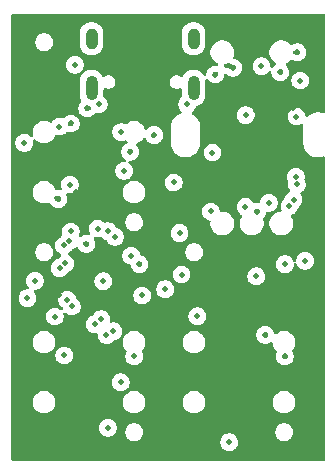
<source format=gbr>
%TF.GenerationSoftware,KiCad,Pcbnew,9.0.2*%
%TF.CreationDate,2025-12-20T10:00:59+01:00*%
%TF.ProjectId,synthmate_L432,73796e74-686d-4617-9465-5f4c3433322e,rev?*%
%TF.SameCoordinates,Original*%
%TF.FileFunction,Copper,L3,Inr*%
%TF.FilePolarity,Positive*%
%FSLAX46Y46*%
G04 Gerber Fmt 4.6, Leading zero omitted, Abs format (unit mm)*
G04 Created by KiCad (PCBNEW 9.0.2) date 2025-12-20 10:00:59*
%MOMM*%
%LPD*%
G01*
G04 APERTURE LIST*
%TA.AperFunction,HeatsinkPad*%
%ADD10O,1.000000X2.100000*%
%TD*%
%TA.AperFunction,HeatsinkPad*%
%ADD11O,1.000000X1.800000*%
%TD*%
%TA.AperFunction,ViaPad*%
%ADD12C,0.500000*%
%TD*%
G04 APERTURE END LIST*
D10*
%TO.N,GND*%
%TO.C,J1*%
X142200000Y-77530000D03*
D11*
X142200000Y-73350000D03*
D10*
X133560000Y-77530000D03*
D11*
X133560000Y-73350000D03*
%TD*%
D12*
%TO.N,3V3*%
X150950000Y-82690000D03*
X151450000Y-88790000D03*
X133800000Y-82910000D03*
X128600000Y-97430000D03*
X131200000Y-98520000D03*
X139770000Y-82430000D03*
X134360000Y-103190000D03*
X150660000Y-79200000D03*
X148525000Y-90940000D03*
X149050000Y-83460000D03*
X132210000Y-86350000D03*
X138260000Y-93359964D03*
X148370000Y-76620000D03*
X148250000Y-105800000D03*
X150730000Y-77750000D03*
X132030000Y-83310000D03*
X149850000Y-96540000D03*
X130780000Y-95020000D03*
X131650000Y-88030000D03*
X141810000Y-95890000D03*
X148800000Y-78970000D03*
%TO.N,GND*%
X133200000Y-79260000D03*
X144040000Y-76390000D03*
X150910000Y-79950000D03*
X137170000Y-100250000D03*
X134950000Y-106300000D03*
X141020000Y-89810000D03*
X148270000Y-98440000D03*
X149930000Y-100260000D03*
X134170000Y-78910000D03*
X141670000Y-78900000D03*
X134550000Y-93890000D03*
X149540000Y-76190000D03*
X149940000Y-92450000D03*
X137840000Y-95100000D03*
X133110000Y-90730000D03*
X132150000Y-75560000D03*
X131800000Y-80530000D03*
X137620000Y-92450000D03*
X147950000Y-75680000D03*
X128770000Y-93850000D03*
X141190000Y-93330000D03*
X131250000Y-100170000D03*
X143800000Y-83000000D03*
X145210000Y-107520000D03*
X147565000Y-88030000D03*
X142520000Y-96860000D03*
X136070000Y-81260000D03*
X150970000Y-74510000D03*
X128130000Y-95320000D03*
X130740000Y-86930000D03*
X145540000Y-75810000D03*
X127870000Y-82180000D03*
X136830000Y-82930000D03*
X131510000Y-95450000D03*
X146610000Y-79820000D03*
X130850000Y-92770000D03*
X138850000Y-81510000D03*
%TO.N,NRST*%
X131900100Y-96023700D03*
X130455000Y-96884300D03*
%TO.N,enc_A*%
X139794800Y-94579300D03*
X134371700Y-97104300D03*
%TO.N,BOOT0*%
X133814300Y-97535400D03*
X131351000Y-92387300D03*
X146590000Y-87592300D03*
%TO.N,Net-(C17-Pad1)*%
X151641400Y-92165000D03*
X136033900Y-102450900D03*
%TO.N,SWCLK*%
X134945100Y-89653400D03*
%TO.N,enc_B*%
X135405500Y-98132800D03*
X143652800Y-87978500D03*
%TO.N,USART1_RX*%
X136925200Y-91725400D03*
X134081000Y-89434500D03*
%TO.N,pushbutton_B*%
X131801000Y-89672600D03*
X150322100Y-87506400D03*
%TO.N,pushbutton_A*%
X150848700Y-85053700D03*
X131216800Y-90858400D03*
%TO.N,SWDIO*%
X135537800Y-90136400D03*
%TO.N,Net-(C8-Pad1)*%
X150665100Y-86973400D03*
X140515900Y-85525000D03*
%TO.N,Net-(C9-Pad1)*%
X150956000Y-85679300D03*
X147512200Y-93479100D03*
%TO.N,Net-(R1-Pad1)*%
X151233100Y-76905000D03*
%TO.N,usb_switch*%
X134827100Y-98447700D03*
X131726300Y-85713600D03*
%TO.N,Net-(U1-PA9)*%
X136338300Y-84543900D03*
X130830000Y-80801800D03*
%TO.N,pushbutton_C*%
X131674800Y-90467400D03*
X148573300Y-87255000D03*
%TD*%
%TA.AperFunction,Conductor*%
%TO.N,GND*%
G36*
X150044277Y-100012025D02*
G01*
X150099455Y-100054888D01*
X150110736Y-100073899D01*
X150137028Y-100128853D01*
X150140330Y-100133795D01*
X150151790Y-100155235D01*
X150160912Y-100177259D01*
X150167966Y-100200512D01*
X150172616Y-100223883D01*
X150175000Y-100248080D01*
X150175000Y-100271913D01*
X150172616Y-100296109D01*
X150167964Y-100319491D01*
X150160910Y-100342745D01*
X150151790Y-100364764D01*
X150140329Y-100386207D01*
X150127083Y-100406030D01*
X150111663Y-100424818D01*
X150094818Y-100441663D01*
X150076030Y-100457083D01*
X150056207Y-100470329D01*
X150034764Y-100481790D01*
X150012745Y-100490910D01*
X149989493Y-100497964D01*
X149966113Y-100502616D01*
X149941915Y-100505000D01*
X149918087Y-100505000D01*
X149893894Y-100502617D01*
X149870509Y-100497965D01*
X149847252Y-100490909D01*
X149825229Y-100481787D01*
X149803791Y-100470328D01*
X149783975Y-100457087D01*
X149765188Y-100441670D01*
X149748334Y-100424817D01*
X149732911Y-100406024D01*
X149719665Y-100386200D01*
X149708208Y-100364765D01*
X149706359Y-100360302D01*
X149699085Y-100342741D01*
X149692030Y-100319479D01*
X149687382Y-100296108D01*
X149685000Y-100271921D01*
X149685000Y-100248079D01*
X149687382Y-100223890D01*
X149692032Y-100200512D01*
X149699088Y-100177252D01*
X149712882Y-100143951D01*
X149728166Y-100107053D01*
X149731514Y-100098763D01*
X149733135Y-100094645D01*
X149735059Y-100089623D01*
X149777432Y-100034069D01*
X149843113Y-100010241D01*
X149850847Y-100010000D01*
X149953568Y-100010000D01*
X149974686Y-100005799D01*
X150044277Y-100012025D01*
G37*
%TD.AperFunction*%
%TA.AperFunction,Conductor*%
G36*
X148306102Y-98197381D02*
G01*
X148329489Y-98202032D01*
X148352738Y-98209084D01*
X148374779Y-98218214D01*
X148396200Y-98229664D01*
X148416023Y-98242910D01*
X148434809Y-98258327D01*
X148451665Y-98275182D01*
X148467086Y-98293973D01*
X148480328Y-98313791D01*
X148491790Y-98335233D01*
X148500913Y-98357260D01*
X148507966Y-98380511D01*
X148510846Y-98394987D01*
X148510847Y-98394993D01*
X148531405Y-98459635D01*
X148532964Y-98529487D01*
X148496509Y-98589093D01*
X148466754Y-98609071D01*
X148435769Y-98623895D01*
X148396205Y-98650330D01*
X148374770Y-98661787D01*
X148352743Y-98670911D01*
X148329485Y-98677966D01*
X148306109Y-98682617D01*
X148281917Y-98685000D01*
X148258087Y-98685000D01*
X148233894Y-98682617D01*
X148210509Y-98677965D01*
X148187252Y-98670909D01*
X148165229Y-98661787D01*
X148143791Y-98650328D01*
X148123975Y-98637087D01*
X148105188Y-98621670D01*
X148088334Y-98604817D01*
X148072911Y-98586024D01*
X148059667Y-98566203D01*
X148048208Y-98544765D01*
X148039087Y-98522745D01*
X148032030Y-98499479D01*
X148027382Y-98476108D01*
X148025000Y-98451921D01*
X148025000Y-98428079D01*
X148027382Y-98403891D01*
X148032031Y-98380516D01*
X148039085Y-98357257D01*
X148048213Y-98335221D01*
X148059669Y-98313791D01*
X148059670Y-98313790D01*
X148072911Y-98293974D01*
X148088323Y-98275192D01*
X148105186Y-98258328D01*
X148123965Y-98242917D01*
X148143804Y-98229660D01*
X148165224Y-98218211D01*
X148187258Y-98209085D01*
X148210509Y-98202032D01*
X148228628Y-98198428D01*
X148233898Y-98197381D01*
X148258081Y-98195000D01*
X148281918Y-98195000D01*
X148306102Y-98197381D01*
G37*
%TD.AperFunction*%
%TA.AperFunction,Conductor*%
G36*
X137619084Y-92192563D02*
G01*
X137648083Y-92202793D01*
X137648089Y-92202795D01*
X137667528Y-92209653D01*
X137667530Y-92209653D01*
X137667534Y-92209655D01*
X137679485Y-92212032D01*
X137702730Y-92219082D01*
X137724777Y-92228214D01*
X137746201Y-92239665D01*
X137766023Y-92252910D01*
X137784809Y-92268327D01*
X137801665Y-92285182D01*
X137817087Y-92303974D01*
X137830328Y-92323790D01*
X137841790Y-92345233D01*
X137850913Y-92367260D01*
X137857966Y-92390512D01*
X137862616Y-92413883D01*
X137865000Y-92438080D01*
X137865000Y-92461915D01*
X137862616Y-92486111D01*
X137857965Y-92509488D01*
X137850910Y-92532746D01*
X137841788Y-92554768D01*
X137830330Y-92576204D01*
X137817085Y-92596027D01*
X137801664Y-92614817D01*
X137784818Y-92631663D01*
X137766030Y-92647083D01*
X137746207Y-92660329D01*
X137724764Y-92671790D01*
X137702745Y-92680910D01*
X137679493Y-92687964D01*
X137656113Y-92692616D01*
X137631915Y-92695000D01*
X137608087Y-92695000D01*
X137583894Y-92692617D01*
X137560509Y-92687965D01*
X137537252Y-92680909D01*
X137515229Y-92671787D01*
X137493791Y-92660328D01*
X137473975Y-92647087D01*
X137455188Y-92631670D01*
X137438334Y-92614817D01*
X137422913Y-92596027D01*
X137409663Y-92576197D01*
X137398209Y-92554768D01*
X137389085Y-92532738D01*
X137382034Y-92509494D01*
X137372256Y-92460336D01*
X137370432Y-92451573D01*
X137369492Y-92447249D01*
X137367481Y-92438383D01*
X137367309Y-92437823D01*
X137367306Y-92437609D01*
X137366441Y-92433796D01*
X137367252Y-92433611D01*
X137366378Y-92367960D01*
X137400280Y-92313631D01*
X137399308Y-92312659D01*
X137490149Y-92221818D01*
X137551472Y-92188333D01*
X137619084Y-92192563D01*
G37*
%TD.AperFunction*%
%TA.AperFunction,Conductor*%
G36*
X133146114Y-90487383D02*
G01*
X133205280Y-90499152D01*
X133212158Y-90500392D01*
X133218929Y-90501614D01*
X133281409Y-90532887D01*
X133311476Y-90576192D01*
X133340911Y-90647255D01*
X133347966Y-90670510D01*
X133352617Y-90693890D01*
X133355000Y-90718080D01*
X133355000Y-90741914D01*
X133352616Y-90766111D01*
X133347964Y-90789492D01*
X133340910Y-90812745D01*
X133331790Y-90834764D01*
X133320329Y-90856207D01*
X133307083Y-90876030D01*
X133291663Y-90894818D01*
X133274818Y-90911663D01*
X133256030Y-90927083D01*
X133236207Y-90940329D01*
X133214764Y-90951790D01*
X133192745Y-90960910D01*
X133169493Y-90967964D01*
X133146113Y-90972616D01*
X133121915Y-90975000D01*
X133098087Y-90975000D01*
X133073894Y-90972617D01*
X133050509Y-90967965D01*
X133027252Y-90960909D01*
X133005229Y-90951787D01*
X132983791Y-90940328D01*
X132963975Y-90927087D01*
X132945186Y-90911667D01*
X132928332Y-90894813D01*
X132912912Y-90876025D01*
X132910399Y-90872264D01*
X132899666Y-90856201D01*
X132888206Y-90834760D01*
X132887223Y-90832386D01*
X132859476Y-90775695D01*
X132844182Y-90748837D01*
X132843606Y-90747959D01*
X132843568Y-90747834D01*
X132843182Y-90747202D01*
X132843233Y-90747170D01*
X132843223Y-90747153D01*
X132843341Y-90747085D01*
X132839492Y-90734401D01*
X132831027Y-90723037D01*
X132829547Y-90701631D01*
X132823317Y-90681101D01*
X132827186Y-90667469D01*
X132826209Y-90653333D01*
X132836536Y-90634526D01*
X132842395Y-90613887D01*
X132853678Y-90603310D01*
X132859841Y-90592090D01*
X132883364Y-90575487D01*
X132888145Y-90571007D01*
X132890910Y-90569505D01*
X132955343Y-90538679D01*
X132988525Y-90516506D01*
X132993517Y-90513796D01*
X132995627Y-90513342D01*
X133005233Y-90508208D01*
X133019367Y-90502354D01*
X133027254Y-90499086D01*
X133050518Y-90492031D01*
X133073894Y-90487382D01*
X133098081Y-90485000D01*
X133121923Y-90485000D01*
X133146114Y-90487383D01*
G37*
%TD.AperFunction*%
%TA.AperFunction,Conductor*%
G36*
X147618300Y-87785260D02*
G01*
X147709322Y-87791163D01*
X147712198Y-87790970D01*
X147714863Y-87790908D01*
X147746128Y-87799292D01*
X147777713Y-87806315D01*
X147779667Y-87808287D01*
X147782348Y-87809006D01*
X147804112Y-87832957D01*
X147826891Y-87855946D01*
X147829016Y-87860364D01*
X147829336Y-87860716D01*
X147829416Y-87861195D01*
X147831920Y-87866399D01*
X147832693Y-87868219D01*
X147837451Y-87909038D01*
X147840908Y-87929621D01*
X147840076Y-87931560D01*
X147840783Y-87937619D01*
X147835499Y-87957944D01*
X147820903Y-87999318D01*
X147811520Y-88046486D01*
X147779132Y-88108396D01*
X147718415Y-88142968D01*
X147648646Y-88139226D01*
X147621011Y-88125392D01*
X147603685Y-88113815D01*
X147603671Y-88113807D01*
X147416062Y-88036098D01*
X147416701Y-88034552D01*
X147409788Y-88033493D01*
X147389985Y-88016008D01*
X147367895Y-88001524D01*
X147364205Y-87993245D01*
X147357413Y-87987248D01*
X147350206Y-87961832D01*
X147339454Y-87937705D01*
X147340825Y-87928748D01*
X147338353Y-87920028D01*
X147346031Y-87894751D01*
X147350030Y-87868641D01*
X147356027Y-87861845D01*
X147358662Y-87853175D01*
X147378784Y-87836064D01*
X147396267Y-87816258D01*
X147406394Y-87812586D01*
X147411890Y-87807914D01*
X147433919Y-87802608D01*
X147445845Y-87798286D01*
X147450752Y-87797627D01*
X147487207Y-87795673D01*
X147532715Y-87786620D01*
X147536572Y-87786103D01*
X147538647Y-87786421D01*
X147553075Y-87785000D01*
X147610275Y-87785000D01*
X147618300Y-87785260D01*
G37*
%TD.AperFunction*%
%TA.AperFunction,Conductor*%
G36*
X130764290Y-86686218D02*
G01*
X130769146Y-86686202D01*
X130772630Y-86686690D01*
X130807109Y-86693549D01*
X130843667Y-86696656D01*
X130847002Y-86697124D01*
X130875870Y-86710189D01*
X130905405Y-86721657D01*
X130907466Y-86724488D01*
X130910656Y-86725932D01*
X130927879Y-86752531D01*
X130946525Y-86778145D01*
X130946728Y-86781639D01*
X130948632Y-86784580D01*
X130949923Y-86789257D01*
X130954793Y-86808341D01*
X130954801Y-86808364D01*
X130970911Y-86847257D01*
X130977966Y-86870512D01*
X130982616Y-86893883D01*
X130985000Y-86918080D01*
X130985000Y-86941915D01*
X130982616Y-86966111D01*
X130977965Y-86989488D01*
X130970910Y-87012746D01*
X130961788Y-87034768D01*
X130950330Y-87056204D01*
X130937085Y-87076027D01*
X130921665Y-87094815D01*
X130921663Y-87094818D01*
X130904818Y-87111663D01*
X130886027Y-87127085D01*
X130866204Y-87140330D01*
X130844768Y-87151788D01*
X130822746Y-87160910D01*
X130799490Y-87167965D01*
X130776115Y-87172616D01*
X130751917Y-87175000D01*
X130728087Y-87175000D01*
X130703894Y-87172617D01*
X130680509Y-87167965D01*
X130657252Y-87160909D01*
X130635229Y-87151787D01*
X130613792Y-87140329D01*
X130593974Y-87127087D01*
X130575184Y-87111666D01*
X130558333Y-87094815D01*
X130542916Y-87076031D01*
X130497682Y-87008335D01*
X130496817Y-87005570D01*
X130466444Y-86966111D01*
X130451856Y-86947159D01*
X130418074Y-86910053D01*
X130410569Y-86894633D01*
X130398883Y-86882081D01*
X130395597Y-86863871D01*
X130387499Y-86847231D01*
X130389463Y-86829870D01*
X130386478Y-86813322D01*
X130395204Y-86779129D01*
X130399449Y-86768881D01*
X130443289Y-86714480D01*
X130509584Y-86692415D01*
X130525060Y-86692829D01*
X130557122Y-86695698D01*
X130557123Y-86695699D01*
X130557123Y-86695698D01*
X130557124Y-86695699D01*
X130700794Y-86687998D01*
X130703887Y-86687382D01*
X130728077Y-86685000D01*
X130751919Y-86685000D01*
X130764290Y-86686218D01*
G37*
%TD.AperFunction*%
%TA.AperFunction,Conductor*%
G36*
X136936893Y-82674934D02*
G01*
X136962294Y-82700222D01*
X137008710Y-82762226D01*
X137008714Y-82762230D01*
X137008719Y-82762236D01*
X137011662Y-82765179D01*
X137027079Y-82783963D01*
X137040329Y-82803793D01*
X137051790Y-82825233D01*
X137060913Y-82847260D01*
X137067966Y-82870512D01*
X137072616Y-82893883D01*
X137075000Y-82918080D01*
X137075000Y-82941916D01*
X137072618Y-82966103D01*
X137070678Y-82975858D01*
X137070676Y-82975869D01*
X137067966Y-82989489D01*
X137060911Y-83012743D01*
X137051789Y-83034766D01*
X137040329Y-83056207D01*
X137027083Y-83076030D01*
X137011664Y-83094817D01*
X136994818Y-83111663D01*
X136976030Y-83127083D01*
X136956207Y-83140329D01*
X136934764Y-83151790D01*
X136912745Y-83160910D01*
X136889493Y-83167964D01*
X136866113Y-83172616D01*
X136841915Y-83175000D01*
X136805768Y-83175000D01*
X136804767Y-83175067D01*
X136801019Y-83175318D01*
X136777647Y-83170122D01*
X136753721Y-83169297D01*
X136741175Y-83162014D01*
X136732815Y-83160156D01*
X136722141Y-83153538D01*
X136715705Y-83149081D01*
X136712265Y-83145991D01*
X136683144Y-83126532D01*
X136682271Y-83125928D01*
X136681698Y-83125219D01*
X136665187Y-83111669D01*
X136648334Y-83094817D01*
X136632911Y-83076024D01*
X136619665Y-83056200D01*
X136608208Y-83034765D01*
X136603805Y-83024136D01*
X136599085Y-83012741D01*
X136592030Y-82989479D01*
X136587382Y-82966108D01*
X136587382Y-82966103D01*
X136585000Y-82941921D01*
X136585000Y-82918079D01*
X136587382Y-82893891D01*
X136592031Y-82870516D01*
X136599085Y-82847257D01*
X136608213Y-82825221D01*
X136619669Y-82803791D01*
X136632912Y-82783972D01*
X136648330Y-82765186D01*
X136665184Y-82748332D01*
X136683965Y-82732917D01*
X136703798Y-82719664D01*
X136725233Y-82708209D01*
X136730592Y-82705990D01*
X136803114Y-82665968D01*
X136871320Y-82650811D01*
X136936893Y-82674934D01*
G37*
%TD.AperFunction*%
%TA.AperFunction,Conductor*%
G36*
X138886102Y-81267381D02*
G01*
X138909489Y-81272032D01*
X138932738Y-81279084D01*
X138954779Y-81288214D01*
X138976200Y-81299664D01*
X138996023Y-81312910D01*
X139014809Y-81328327D01*
X139031665Y-81345182D01*
X139047087Y-81363974D01*
X139060328Y-81383790D01*
X139071790Y-81405233D01*
X139080913Y-81427260D01*
X139087966Y-81450512D01*
X139092616Y-81473883D01*
X139095000Y-81498080D01*
X139095000Y-81521915D01*
X139092616Y-81546111D01*
X139087965Y-81569488D01*
X139080910Y-81592746D01*
X139071788Y-81614768D01*
X139060330Y-81636204D01*
X139047085Y-81656027D01*
X139031664Y-81674817D01*
X139014818Y-81691663D01*
X138996027Y-81707085D01*
X138976210Y-81720326D01*
X138954776Y-81731783D01*
X138932743Y-81740910D01*
X138909483Y-81747966D01*
X138886111Y-81752616D01*
X138861915Y-81755000D01*
X138838087Y-81755000D01*
X138813894Y-81752617D01*
X138790509Y-81747965D01*
X138767252Y-81740909D01*
X138745229Y-81731787D01*
X138723791Y-81720328D01*
X138703975Y-81707087D01*
X138685188Y-81691670D01*
X138668334Y-81674817D01*
X138652913Y-81656027D01*
X138629370Y-81620792D01*
X138623910Y-81611818D01*
X138588914Y-81548401D01*
X138573758Y-81480195D01*
X138597883Y-81414623D01*
X138623175Y-81389219D01*
X138627634Y-81385882D01*
X138685190Y-81328324D01*
X138703968Y-81312914D01*
X138723797Y-81299664D01*
X138745217Y-81288215D01*
X138767260Y-81279084D01*
X138790509Y-81272032D01*
X138813897Y-81267380D01*
X138838081Y-81265000D01*
X138861918Y-81265000D01*
X138886102Y-81267381D01*
G37*
%TD.AperFunction*%
%TA.AperFunction,Conductor*%
G36*
X131836102Y-80287381D02*
G01*
X131859489Y-80292032D01*
X131882738Y-80299084D01*
X131904779Y-80308214D01*
X131926200Y-80319664D01*
X131946023Y-80332910D01*
X131964809Y-80348327D01*
X131981665Y-80365182D01*
X131997087Y-80383974D01*
X132010328Y-80403790D01*
X132021790Y-80425233D01*
X132030913Y-80447260D01*
X132037966Y-80470512D01*
X132042616Y-80493883D01*
X132045000Y-80518080D01*
X132045000Y-80541915D01*
X132042616Y-80566111D01*
X132037965Y-80589488D01*
X132030910Y-80612746D01*
X132021788Y-80634768D01*
X132010330Y-80656204D01*
X131997085Y-80676027D01*
X131981663Y-80694818D01*
X131964818Y-80711663D01*
X131946030Y-80727083D01*
X131926207Y-80740329D01*
X131904764Y-80751790D01*
X131882745Y-80760910D01*
X131859493Y-80767964D01*
X131836113Y-80772616D01*
X131811915Y-80775000D01*
X131788085Y-80775000D01*
X131763894Y-80772617D01*
X131732383Y-80766349D01*
X131716901Y-80762214D01*
X131704036Y-80757869D01*
X131671612Y-80748118D01*
X131666260Y-80747011D01*
X131666511Y-80745793D01*
X131607820Y-80720879D01*
X131568474Y-80663141D01*
X131564849Y-80649202D01*
X131551659Y-80582893D01*
X131551658Y-80582887D01*
X131539128Y-80552639D01*
X131536994Y-80532787D01*
X131530010Y-80514085D01*
X131533336Y-80498762D01*
X131531660Y-80483171D01*
X131540597Y-80465316D01*
X131544833Y-80445806D01*
X131561554Y-80423449D01*
X131562935Y-80420691D01*
X131565972Y-80417543D01*
X131567159Y-80416355D01*
X131567222Y-80416297D01*
X131572522Y-80410993D01*
X131572562Y-80410952D01*
X131574494Y-80409019D01*
X131574495Y-80409020D01*
X131635184Y-80348329D01*
X131653963Y-80332918D01*
X131673801Y-80319662D01*
X131695224Y-80308211D01*
X131717258Y-80299085D01*
X131740509Y-80292032D01*
X131758628Y-80288428D01*
X131763898Y-80287381D01*
X131788081Y-80285000D01*
X131811918Y-80285000D01*
X131836102Y-80287381D01*
G37*
%TD.AperFunction*%
%TA.AperFunction,Conductor*%
G36*
X133187053Y-79010404D02*
G01*
X133191802Y-79010468D01*
X133202732Y-79014406D01*
X133268314Y-79041571D01*
X133268318Y-79041572D01*
X133443178Y-79076354D01*
X133505089Y-79108738D01*
X133539663Y-79169454D01*
X133535924Y-79239223D01*
X133498520Y-79293105D01*
X133495449Y-79295671D01*
X133495443Y-79295677D01*
X133399295Y-79402719D01*
X133397075Y-79406042D01*
X133381664Y-79424817D01*
X133364818Y-79441663D01*
X133346027Y-79457085D01*
X133326207Y-79470328D01*
X133304774Y-79481784D01*
X133282749Y-79490908D01*
X133259488Y-79497965D01*
X133236111Y-79502616D01*
X133211915Y-79505000D01*
X133188087Y-79505000D01*
X133163894Y-79502617D01*
X133140509Y-79497965D01*
X133117252Y-79490909D01*
X133095229Y-79481787D01*
X133073791Y-79470328D01*
X133053975Y-79457087D01*
X133035188Y-79441670D01*
X133018334Y-79424817D01*
X133002911Y-79406024D01*
X132989667Y-79386203D01*
X132978208Y-79364765D01*
X132969087Y-79342745D01*
X132962030Y-79319479D01*
X132957382Y-79296108D01*
X132955000Y-79271921D01*
X132955000Y-79248079D01*
X132957382Y-79223891D01*
X132962031Y-79200516D01*
X132969088Y-79177252D01*
X132972318Y-79169454D01*
X132978211Y-79155225D01*
X132989664Y-79133798D01*
X133002916Y-79113965D01*
X133018328Y-79095187D01*
X133027489Y-79086027D01*
X133062663Y-79046514D01*
X133082586Y-79034084D01*
X133099774Y-79018083D01*
X133111676Y-79015935D01*
X133121939Y-79009533D01*
X133145423Y-79009847D01*
X133168534Y-79005678D01*
X133187053Y-79010404D01*
G37*
%TD.AperFunction*%
%TA.AperFunction,Conductor*%
G36*
X144244916Y-76162137D02*
G01*
X144292527Y-76213274D01*
X144304933Y-76282033D01*
X144304381Y-76286426D01*
X144289153Y-76392338D01*
X144288032Y-76398884D01*
X144277966Y-76449485D01*
X144270910Y-76472746D01*
X144261788Y-76494768D01*
X144250330Y-76516204D01*
X144237085Y-76536027D01*
X144221663Y-76554818D01*
X144204818Y-76571663D01*
X144186030Y-76587083D01*
X144166207Y-76600329D01*
X144144764Y-76611790D01*
X144122745Y-76620910D01*
X144099493Y-76627964D01*
X144076113Y-76632616D01*
X144051915Y-76635000D01*
X144028087Y-76635000D01*
X144003894Y-76632617D01*
X143980509Y-76627965D01*
X143957252Y-76620909D01*
X143935229Y-76611787D01*
X143913791Y-76600328D01*
X143893975Y-76587087D01*
X143875188Y-76571670D01*
X143856554Y-76553037D01*
X143845975Y-76540992D01*
X143817975Y-76504614D01*
X143792685Y-76439485D01*
X143793502Y-76411338D01*
X143795000Y-76400925D01*
X143795000Y-76378077D01*
X143797381Y-76353896D01*
X143802034Y-76330502D01*
X143809084Y-76307262D01*
X143818213Y-76285221D01*
X143829669Y-76263791D01*
X143839227Y-76249488D01*
X143842911Y-76243973D01*
X143858323Y-76225192D01*
X143875186Y-76208328D01*
X143893965Y-76192917D01*
X143913804Y-76179660D01*
X143935224Y-76168211D01*
X143957258Y-76159085D01*
X143980509Y-76152032D01*
X144001212Y-76147915D01*
X144003898Y-76147381D01*
X144028081Y-76145000D01*
X144061193Y-76145000D01*
X144077188Y-76146035D01*
X144091631Y-76147915D01*
X144177216Y-76144858D01*
X144244916Y-76162137D01*
G37*
%TD.AperFunction*%
%TA.AperFunction,Conductor*%
G36*
X149603890Y-75913407D02*
G01*
X149651642Y-75951888D01*
X149661376Y-75964891D01*
X149661380Y-75964896D01*
X149661382Y-75964898D01*
X149721666Y-76025182D01*
X149737078Y-76043961D01*
X149750331Y-76063796D01*
X149761789Y-76085231D01*
X149762868Y-76087835D01*
X149770913Y-76107260D01*
X149777966Y-76130512D01*
X149782616Y-76153883D01*
X149785000Y-76178080D01*
X149785000Y-76201915D01*
X149782616Y-76226111D01*
X149777965Y-76249488D01*
X149770910Y-76272744D01*
X149761788Y-76294767D01*
X149750331Y-76316203D01*
X149750330Y-76316205D01*
X149737089Y-76336022D01*
X149721667Y-76354813D01*
X149704816Y-76371664D01*
X149686029Y-76387083D01*
X149666208Y-76400328D01*
X149644764Y-76411790D01*
X149622745Y-76420910D01*
X149599493Y-76427964D01*
X149576113Y-76432616D01*
X149551915Y-76435000D01*
X149528087Y-76435000D01*
X149503894Y-76432617D01*
X149480509Y-76427965D01*
X149457252Y-76420909D01*
X149435229Y-76411787D01*
X149413791Y-76400328D01*
X149393975Y-76387087D01*
X149375188Y-76371670D01*
X149358334Y-76354817D01*
X149342911Y-76336024D01*
X149342910Y-76336022D01*
X149329665Y-76316200D01*
X149318208Y-76294765D01*
X149314259Y-76285232D01*
X149309087Y-76272744D01*
X149302030Y-76249479D01*
X149297382Y-76226108D01*
X149295000Y-76201921D01*
X149295000Y-76183236D01*
X149294306Y-76172882D01*
X149293021Y-76153716D01*
X149299812Y-76123155D01*
X149304729Y-76092237D01*
X149307660Y-76087835D01*
X149308177Y-76085512D01*
X149324246Y-76062838D01*
X149347911Y-76036493D01*
X149348329Y-76035866D01*
X149351680Y-76032114D01*
X149352395Y-76031669D01*
X149356485Y-76027030D01*
X149375194Y-76008321D01*
X149393984Y-75992902D01*
X149400311Y-75988676D01*
X149450493Y-75950408D01*
X149471176Y-75932486D01*
X149534731Y-75903463D01*
X149603890Y-75913407D01*
G37*
%TD.AperFunction*%
%TA.AperFunction,Conductor*%
G36*
X145160592Y-75376386D02*
G01*
X145166459Y-75375134D01*
X145197591Y-75386497D01*
X145222203Y-75393223D01*
X145225229Y-75396585D01*
X145229666Y-75398204D01*
X145343262Y-75480118D01*
X145405173Y-75512503D01*
X145405182Y-75512506D01*
X145405184Y-75512507D01*
X145540848Y-75560368D01*
X145540851Y-75560368D01*
X145540855Y-75560370D01*
X145599488Y-75572033D01*
X145622738Y-75579085D01*
X145644772Y-75588212D01*
X145666206Y-75599669D01*
X145686022Y-75612910D01*
X145704809Y-75628327D01*
X145721664Y-75645181D01*
X145737088Y-75663975D01*
X145750329Y-75683792D01*
X145761788Y-75705232D01*
X145770913Y-75727263D01*
X145777967Y-75750517D01*
X145782616Y-75773884D01*
X145785000Y-75798080D01*
X145785000Y-75821915D01*
X145782616Y-75846111D01*
X145777965Y-75869488D01*
X145770910Y-75892746D01*
X145761788Y-75914768D01*
X145750330Y-75936204D01*
X145737085Y-75956027D01*
X145721663Y-75974818D01*
X145704818Y-75991663D01*
X145686030Y-76007083D01*
X145666207Y-76020329D01*
X145644764Y-76031790D01*
X145622745Y-76040910D01*
X145599493Y-76047964D01*
X145576113Y-76052616D01*
X145551915Y-76055000D01*
X145528087Y-76055000D01*
X145503894Y-76052617D01*
X145480509Y-76047965D01*
X145457252Y-76040909D01*
X145435229Y-76031787D01*
X145413792Y-76020329D01*
X145393968Y-76007083D01*
X145375178Y-75991662D01*
X145359637Y-75976121D01*
X145359620Y-75976104D01*
X145346661Y-75963598D01*
X145340183Y-75957566D01*
X145326735Y-75945485D01*
X145294859Y-75925000D01*
X145205695Y-75867698D01*
X145205688Y-75867695D01*
X145142701Y-75838930D01*
X145142540Y-75838790D01*
X145142137Y-75838671D01*
X145142136Y-75838671D01*
X145004083Y-75798137D01*
X145004082Y-75798137D01*
X144892563Y-75798137D01*
X144876557Y-75793437D01*
X144859879Y-75793752D01*
X144843726Y-75783796D01*
X144825524Y-75778452D01*
X144814600Y-75765845D01*
X144800399Y-75757093D01*
X144792192Y-75739985D01*
X144779769Y-75725648D01*
X144777160Y-75708648D01*
X144770180Y-75694096D01*
X144771241Y-75670070D01*
X144769514Y-75658808D01*
X144770480Y-75651051D01*
X144772636Y-75642605D01*
X144779589Y-75577923D01*
X144779712Y-75576944D01*
X144793223Y-75545818D01*
X144806209Y-75514468D01*
X144807100Y-75513848D01*
X144807533Y-75512853D01*
X144835731Y-75493969D01*
X144863601Y-75474619D01*
X144865299Y-75474169D01*
X144865588Y-75473976D01*
X144866063Y-75473967D01*
X144878554Y-75470659D01*
X144921835Y-75462051D01*
X145062416Y-75403821D01*
X145109543Y-75384301D01*
X145110679Y-75387045D01*
X145126815Y-75383599D01*
X145154805Y-75374805D01*
X145160592Y-75376386D01*
G37*
%TD.AperFunction*%
%TA.AperFunction,Conductor*%
G36*
X151006102Y-74267381D02*
G01*
X151029489Y-74272032D01*
X151052738Y-74279084D01*
X151074779Y-74288214D01*
X151096200Y-74299664D01*
X151116023Y-74312910D01*
X151134809Y-74328327D01*
X151151665Y-74345182D01*
X151167087Y-74363974D01*
X151180328Y-74383790D01*
X151191790Y-74405233D01*
X151200913Y-74427260D01*
X151207966Y-74450512D01*
X151212616Y-74473883D01*
X151215000Y-74498080D01*
X151215000Y-74521915D01*
X151212616Y-74546111D01*
X151207965Y-74569488D01*
X151200910Y-74592746D01*
X151191788Y-74614768D01*
X151180330Y-74636204D01*
X151167085Y-74656027D01*
X151151663Y-74674818D01*
X151134818Y-74691663D01*
X151116030Y-74707083D01*
X151096207Y-74720329D01*
X151074764Y-74731790D01*
X151052745Y-74740910D01*
X151029493Y-74747964D01*
X151006113Y-74752616D01*
X150981915Y-74755000D01*
X150958085Y-74755000D01*
X150933896Y-74752617D01*
X150910506Y-74747964D01*
X150887251Y-74740910D01*
X150865230Y-74731788D01*
X150843799Y-74720333D01*
X150833313Y-74713327D01*
X150833286Y-74713310D01*
X150782762Y-74683636D01*
X150782723Y-74683615D01*
X150757191Y-74670549D01*
X150757171Y-74670540D01*
X150704003Y-74647114D01*
X150689752Y-74635096D01*
X150672797Y-74627353D01*
X150663598Y-74613039D01*
X150650591Y-74602070D01*
X150645100Y-74584255D01*
X150635023Y-74568575D01*
X150630437Y-74536684D01*
X150630011Y-74535300D01*
X150630000Y-74533640D01*
X150630000Y-74478679D01*
X150649685Y-74411640D01*
X150702489Y-74365885D01*
X150711070Y-74362656D01*
X150711012Y-74362504D01*
X150715483Y-74360775D01*
X150715486Y-74360773D01*
X150715491Y-74360772D01*
X150845282Y-74298675D01*
X150845285Y-74298672D01*
X150845289Y-74298671D01*
X150849136Y-74296481D01*
X150849282Y-74296737D01*
X150865236Y-74288207D01*
X150887252Y-74279087D01*
X150910518Y-74272031D01*
X150933895Y-74267382D01*
X150958081Y-74265000D01*
X150981918Y-74265000D01*
X151006102Y-74267381D01*
G37*
%TD.AperFunction*%
%TD*%
%TA.AperFunction,Conductor*%
%TO.N,3V3*%
G36*
X153292539Y-71300185D02*
G01*
X153338294Y-71352989D01*
X153349500Y-71404500D01*
X153349500Y-79565762D01*
X153329815Y-79632801D01*
X153277011Y-79678556D01*
X153207853Y-79688500D01*
X153187182Y-79683693D01*
X153022828Y-79630291D01*
X152828422Y-79599500D01*
X152828417Y-79599500D01*
X152631583Y-79599500D01*
X152631578Y-79599500D01*
X152437173Y-79630290D01*
X152249970Y-79691117D01*
X152074594Y-79780476D01*
X151988610Y-79842948D01*
X151915354Y-79896172D01*
X151915353Y-79896173D01*
X151915352Y-79896174D01*
X151915350Y-79896175D01*
X151870155Y-79941370D01*
X151808832Y-79974854D01*
X151739140Y-79969869D01*
X151683207Y-79927997D01*
X151660858Y-79877880D01*
X151631659Y-79731092D01*
X151631658Y-79731091D01*
X151631658Y-79731087D01*
X151622849Y-79709821D01*
X151575087Y-79594511D01*
X151575080Y-79594498D01*
X151492951Y-79471584D01*
X151492948Y-79471580D01*
X151388419Y-79367051D01*
X151388415Y-79367048D01*
X151265501Y-79284919D01*
X151265488Y-79284912D01*
X151128917Y-79228343D01*
X151128907Y-79228340D01*
X150983920Y-79199500D01*
X150983918Y-79199500D01*
X150836082Y-79199500D01*
X150836080Y-79199500D01*
X150691092Y-79228340D01*
X150691082Y-79228343D01*
X150554511Y-79284912D01*
X150554498Y-79284919D01*
X150431584Y-79367048D01*
X150431580Y-79367051D01*
X150327051Y-79471580D01*
X150327048Y-79471584D01*
X150244919Y-79594498D01*
X150244912Y-79594511D01*
X150188343Y-79731082D01*
X150188340Y-79731092D01*
X150159500Y-79876079D01*
X150159500Y-79876082D01*
X150159500Y-80023918D01*
X150159500Y-80023920D01*
X150159499Y-80023920D01*
X150188340Y-80168907D01*
X150188343Y-80168917D01*
X150244912Y-80305488D01*
X150244919Y-80305501D01*
X150327048Y-80428415D01*
X150327051Y-80428419D01*
X150431580Y-80532948D01*
X150431584Y-80532951D01*
X150554498Y-80615080D01*
X150554511Y-80615087D01*
X150691082Y-80671656D01*
X150691087Y-80671658D01*
X150691091Y-80671658D01*
X150691092Y-80671659D01*
X150836079Y-80700500D01*
X150836082Y-80700500D01*
X150983920Y-80700500D01*
X151101816Y-80677048D01*
X151128913Y-80671658D01*
X151265495Y-80615084D01*
X151293293Y-80596509D01*
X151359969Y-80575631D01*
X151427350Y-80594114D01*
X151474041Y-80646092D01*
X151485219Y-80715062D01*
X151484659Y-80719008D01*
X151479500Y-80751582D01*
X151479500Y-82248422D01*
X151510290Y-82442826D01*
X151571117Y-82630029D01*
X151648083Y-82781082D01*
X151660476Y-82805405D01*
X151776172Y-82964646D01*
X151915354Y-83103828D01*
X152074595Y-83219524D01*
X152157455Y-83261743D01*
X152249970Y-83308882D01*
X152249972Y-83308882D01*
X152249975Y-83308884D01*
X152350317Y-83341487D01*
X152437173Y-83369709D01*
X152631578Y-83400500D01*
X152631583Y-83400500D01*
X152828422Y-83400500D01*
X153022826Y-83369709D01*
X153082280Y-83350391D01*
X153187182Y-83316305D01*
X153257022Y-83314311D01*
X153316855Y-83350391D01*
X153347684Y-83413091D01*
X153349500Y-83434237D01*
X153349500Y-108965500D01*
X153329815Y-109032539D01*
X153277011Y-109078294D01*
X153225500Y-109089500D01*
X126864500Y-109089500D01*
X126797461Y-109069815D01*
X126751706Y-109017011D01*
X126740500Y-108965500D01*
X126740500Y-107593920D01*
X144459499Y-107593920D01*
X144488340Y-107738907D01*
X144488343Y-107738917D01*
X144544912Y-107875488D01*
X144544919Y-107875501D01*
X144627048Y-107998415D01*
X144627051Y-107998419D01*
X144731580Y-108102948D01*
X144731584Y-108102951D01*
X144854498Y-108185080D01*
X144854511Y-108185087D01*
X144991082Y-108241656D01*
X144991087Y-108241658D01*
X144991091Y-108241658D01*
X144991092Y-108241659D01*
X145136079Y-108270500D01*
X145136082Y-108270500D01*
X145283920Y-108270500D01*
X145381462Y-108251096D01*
X145428913Y-108241658D01*
X145565495Y-108185084D01*
X145688416Y-108102951D01*
X145792951Y-107998416D01*
X145875084Y-107875495D01*
X145931658Y-107738913D01*
X145960500Y-107593918D01*
X145960500Y-107446082D01*
X145960500Y-107446079D01*
X145931659Y-107301092D01*
X145931658Y-107301091D01*
X145931658Y-107301087D01*
X145915862Y-107262951D01*
X145875087Y-107164511D01*
X145875080Y-107164498D01*
X145792951Y-107041584D01*
X145792948Y-107041580D01*
X145688419Y-106937051D01*
X145688415Y-106937048D01*
X145565501Y-106854919D01*
X145565488Y-106854912D01*
X145428917Y-106798343D01*
X145428907Y-106798340D01*
X145283920Y-106769500D01*
X145283918Y-106769500D01*
X145136082Y-106769500D01*
X145136080Y-106769500D01*
X144991092Y-106798340D01*
X144991082Y-106798343D01*
X144854511Y-106854912D01*
X144854498Y-106854919D01*
X144731584Y-106937048D01*
X144731580Y-106937051D01*
X144627051Y-107041580D01*
X144627048Y-107041584D01*
X144544919Y-107164498D01*
X144544912Y-107164511D01*
X144488343Y-107301082D01*
X144488340Y-107301092D01*
X144459500Y-107446079D01*
X144459500Y-107446082D01*
X144459500Y-107593918D01*
X144459500Y-107593920D01*
X144459499Y-107593920D01*
X126740500Y-107593920D01*
X126740500Y-106373920D01*
X134199499Y-106373920D01*
X134228340Y-106518907D01*
X134228343Y-106518917D01*
X134284912Y-106655488D01*
X134284919Y-106655501D01*
X134367048Y-106778415D01*
X134367051Y-106778419D01*
X134471580Y-106882948D01*
X134471584Y-106882951D01*
X134594498Y-106965080D01*
X134594511Y-106965087D01*
X134731082Y-107021656D01*
X134731087Y-107021658D01*
X134731091Y-107021658D01*
X134731092Y-107021659D01*
X134876079Y-107050500D01*
X134876082Y-107050500D01*
X135023920Y-107050500D01*
X135121462Y-107031096D01*
X135168913Y-107021658D01*
X135305495Y-106965084D01*
X135428416Y-106882951D01*
X135532951Y-106778416D01*
X135549319Y-106753920D01*
X136409499Y-106753920D01*
X136438340Y-106898907D01*
X136438343Y-106898917D01*
X136494912Y-107035488D01*
X136494919Y-107035501D01*
X136577048Y-107158415D01*
X136577051Y-107158419D01*
X136681580Y-107262948D01*
X136681584Y-107262951D01*
X136804498Y-107345080D01*
X136804511Y-107345087D01*
X136941082Y-107401656D01*
X136941087Y-107401658D01*
X136941091Y-107401658D01*
X136941092Y-107401659D01*
X137086079Y-107430500D01*
X137086082Y-107430500D01*
X137233920Y-107430500D01*
X137331462Y-107411096D01*
X137378913Y-107401658D01*
X137515495Y-107345084D01*
X137522303Y-107340534D01*
X137527762Y-107336888D01*
X137581349Y-107301082D01*
X137638416Y-107262951D01*
X137742951Y-107158416D01*
X137825084Y-107035495D01*
X137830816Y-107021658D01*
X137865861Y-106937051D01*
X137881658Y-106898913D01*
X137901663Y-106798343D01*
X137910500Y-106753920D01*
X149109499Y-106753920D01*
X149138340Y-106898907D01*
X149138343Y-106898917D01*
X149194912Y-107035488D01*
X149194919Y-107035501D01*
X149277048Y-107158415D01*
X149277051Y-107158419D01*
X149381580Y-107262948D01*
X149381584Y-107262951D01*
X149504498Y-107345080D01*
X149504511Y-107345087D01*
X149641082Y-107401656D01*
X149641087Y-107401658D01*
X149641091Y-107401658D01*
X149641092Y-107401659D01*
X149786079Y-107430500D01*
X149786082Y-107430500D01*
X149933920Y-107430500D01*
X150031462Y-107411096D01*
X150078913Y-107401658D01*
X150215495Y-107345084D01*
X150338416Y-107262951D01*
X150442951Y-107158416D01*
X150525084Y-107035495D01*
X150530816Y-107021658D01*
X150565861Y-106937051D01*
X150581658Y-106898913D01*
X150601663Y-106798343D01*
X150610500Y-106753920D01*
X150610500Y-106606079D01*
X150581659Y-106461092D01*
X150581658Y-106461091D01*
X150581658Y-106461087D01*
X150581656Y-106461082D01*
X150525087Y-106324511D01*
X150525080Y-106324498D01*
X150442951Y-106201584D01*
X150442948Y-106201580D01*
X150338419Y-106097051D01*
X150338415Y-106097048D01*
X150215501Y-106014919D01*
X150215488Y-106014912D01*
X150078917Y-105958343D01*
X150078907Y-105958340D01*
X149933920Y-105929500D01*
X149933918Y-105929500D01*
X149786082Y-105929500D01*
X149786080Y-105929500D01*
X149641092Y-105958340D01*
X149641082Y-105958343D01*
X149504511Y-106014912D01*
X149504498Y-106014919D01*
X149381584Y-106097048D01*
X149381580Y-106097051D01*
X149277051Y-106201580D01*
X149277048Y-106201584D01*
X149194919Y-106324498D01*
X149194912Y-106324511D01*
X149138343Y-106461082D01*
X149138340Y-106461092D01*
X149109500Y-106606079D01*
X149109500Y-106606082D01*
X149109500Y-106753918D01*
X149109500Y-106753920D01*
X149109499Y-106753920D01*
X137910500Y-106753920D01*
X137910500Y-106606079D01*
X137881659Y-106461092D01*
X137881658Y-106461091D01*
X137881658Y-106461087D01*
X137881656Y-106461082D01*
X137825087Y-106324511D01*
X137825080Y-106324498D01*
X137742951Y-106201584D01*
X137742948Y-106201580D01*
X137638419Y-106097051D01*
X137638415Y-106097048D01*
X137515501Y-106014919D01*
X137515488Y-106014912D01*
X137378917Y-105958343D01*
X137378907Y-105958340D01*
X137233920Y-105929500D01*
X137233918Y-105929500D01*
X137086082Y-105929500D01*
X137086080Y-105929500D01*
X136941092Y-105958340D01*
X136941082Y-105958343D01*
X136804511Y-106014912D01*
X136804498Y-106014919D01*
X136681584Y-106097048D01*
X136681580Y-106097051D01*
X136577051Y-106201580D01*
X136577048Y-106201584D01*
X136494919Y-106324498D01*
X136494912Y-106324511D01*
X136438343Y-106461082D01*
X136438340Y-106461092D01*
X136409500Y-106606079D01*
X136409500Y-106606082D01*
X136409500Y-106753918D01*
X136409500Y-106753920D01*
X136409499Y-106753920D01*
X135549319Y-106753920D01*
X135615084Y-106655495D01*
X135671658Y-106518913D01*
X135700500Y-106373918D01*
X135700500Y-106226082D01*
X135700500Y-106226079D01*
X135671659Y-106081092D01*
X135671658Y-106081091D01*
X135671658Y-106081087D01*
X135671656Y-106081082D01*
X135615087Y-105944511D01*
X135615080Y-105944498D01*
X135532951Y-105821584D01*
X135532948Y-105821580D01*
X135428419Y-105717051D01*
X135428415Y-105717048D01*
X135305501Y-105634919D01*
X135305488Y-105634912D01*
X135168917Y-105578343D01*
X135168907Y-105578340D01*
X135023920Y-105549500D01*
X135023918Y-105549500D01*
X134876082Y-105549500D01*
X134876080Y-105549500D01*
X134731092Y-105578340D01*
X134731082Y-105578343D01*
X134594511Y-105634912D01*
X134594498Y-105634919D01*
X134471584Y-105717048D01*
X134471580Y-105717051D01*
X134367051Y-105821580D01*
X134367048Y-105821584D01*
X134284919Y-105944498D01*
X134284912Y-105944511D01*
X134228343Y-106081082D01*
X134228340Y-106081092D01*
X134199500Y-106226079D01*
X134199500Y-106226082D01*
X134199500Y-106373918D01*
X134199500Y-106373920D01*
X134199499Y-106373920D01*
X126740500Y-106373920D01*
X126740500Y-104046379D01*
X128589500Y-104046379D01*
X128589500Y-104233620D01*
X128626025Y-104417243D01*
X128626027Y-104417251D01*
X128697676Y-104590228D01*
X128697681Y-104590237D01*
X128801697Y-104745907D01*
X128801700Y-104745911D01*
X128934088Y-104878299D01*
X128934092Y-104878302D01*
X129089762Y-104982318D01*
X129089768Y-104982321D01*
X129089769Y-104982322D01*
X129262749Y-105053973D01*
X129446379Y-105090499D01*
X129446383Y-105090500D01*
X129446384Y-105090500D01*
X129633617Y-105090500D01*
X129633618Y-105090499D01*
X129817251Y-105053973D01*
X129990231Y-104982322D01*
X130145908Y-104878302D01*
X130278302Y-104745908D01*
X130382322Y-104590231D01*
X130453973Y-104417251D01*
X130490500Y-104233616D01*
X130490500Y-104046384D01*
X130490499Y-104046379D01*
X136209500Y-104046379D01*
X136209500Y-104233620D01*
X136246025Y-104417243D01*
X136246027Y-104417251D01*
X136317676Y-104590228D01*
X136317681Y-104590237D01*
X136421697Y-104745907D01*
X136421700Y-104745911D01*
X136554088Y-104878299D01*
X136554092Y-104878302D01*
X136709762Y-104982318D01*
X136709768Y-104982321D01*
X136709769Y-104982322D01*
X136882749Y-105053973D01*
X137066379Y-105090499D01*
X137066383Y-105090500D01*
X137066384Y-105090500D01*
X137253617Y-105090500D01*
X137253618Y-105090499D01*
X137437251Y-105053973D01*
X137610231Y-104982322D01*
X137765908Y-104878302D01*
X137898302Y-104745908D01*
X138002322Y-104590231D01*
X138073973Y-104417251D01*
X138110500Y-104233616D01*
X138110500Y-104046384D01*
X138110499Y-104046379D01*
X141289500Y-104046379D01*
X141289500Y-104233620D01*
X141326025Y-104417243D01*
X141326027Y-104417251D01*
X141397676Y-104590228D01*
X141397681Y-104590237D01*
X141501697Y-104745907D01*
X141501700Y-104745911D01*
X141634088Y-104878299D01*
X141634092Y-104878302D01*
X141789762Y-104982318D01*
X141789768Y-104982321D01*
X141789769Y-104982322D01*
X141962749Y-105053973D01*
X142146379Y-105090499D01*
X142146383Y-105090500D01*
X142146384Y-105090500D01*
X142333617Y-105090500D01*
X142333618Y-105090499D01*
X142517251Y-105053973D01*
X142690231Y-104982322D01*
X142845908Y-104878302D01*
X142978302Y-104745908D01*
X143082322Y-104590231D01*
X143153973Y-104417251D01*
X143190500Y-104233616D01*
X143190500Y-104046384D01*
X143190499Y-104046379D01*
X148909500Y-104046379D01*
X148909500Y-104233620D01*
X148946025Y-104417243D01*
X148946027Y-104417251D01*
X149017676Y-104590228D01*
X149017681Y-104590237D01*
X149121697Y-104745907D01*
X149121700Y-104745911D01*
X149254088Y-104878299D01*
X149254092Y-104878302D01*
X149409762Y-104982318D01*
X149409768Y-104982321D01*
X149409769Y-104982322D01*
X149582749Y-105053973D01*
X149766379Y-105090499D01*
X149766383Y-105090500D01*
X149766384Y-105090500D01*
X149953617Y-105090500D01*
X149953618Y-105090499D01*
X150137251Y-105053973D01*
X150310231Y-104982322D01*
X150465908Y-104878302D01*
X150598302Y-104745908D01*
X150702322Y-104590231D01*
X150773973Y-104417251D01*
X150810500Y-104233616D01*
X150810500Y-104046384D01*
X150773973Y-103862749D01*
X150702322Y-103689769D01*
X150702321Y-103689768D01*
X150702318Y-103689762D01*
X150598302Y-103534092D01*
X150598299Y-103534088D01*
X150465911Y-103401700D01*
X150465907Y-103401697D01*
X150310237Y-103297681D01*
X150310228Y-103297676D01*
X150137251Y-103226027D01*
X150137243Y-103226025D01*
X149953620Y-103189500D01*
X149953616Y-103189500D01*
X149766384Y-103189500D01*
X149766379Y-103189500D01*
X149582756Y-103226025D01*
X149582748Y-103226027D01*
X149409771Y-103297676D01*
X149409762Y-103297681D01*
X149254092Y-103401697D01*
X149254088Y-103401700D01*
X149121700Y-103534088D01*
X149121697Y-103534092D01*
X149017681Y-103689762D01*
X149017676Y-103689771D01*
X148946027Y-103862748D01*
X148946025Y-103862756D01*
X148909500Y-104046379D01*
X143190499Y-104046379D01*
X143153973Y-103862749D01*
X143082322Y-103689769D01*
X143082321Y-103689768D01*
X143082318Y-103689762D01*
X142978302Y-103534092D01*
X142978299Y-103534088D01*
X142845911Y-103401700D01*
X142845907Y-103401697D01*
X142690237Y-103297681D01*
X142690228Y-103297676D01*
X142517251Y-103226027D01*
X142517243Y-103226025D01*
X142333620Y-103189500D01*
X142333616Y-103189500D01*
X142146384Y-103189500D01*
X142146379Y-103189500D01*
X141962756Y-103226025D01*
X141962748Y-103226027D01*
X141789771Y-103297676D01*
X141789762Y-103297681D01*
X141634092Y-103401697D01*
X141634088Y-103401700D01*
X141501700Y-103534088D01*
X141501697Y-103534092D01*
X141397681Y-103689762D01*
X141397676Y-103689771D01*
X141326027Y-103862748D01*
X141326025Y-103862756D01*
X141289500Y-104046379D01*
X138110499Y-104046379D01*
X138073973Y-103862749D01*
X138002322Y-103689769D01*
X138002321Y-103689768D01*
X138002318Y-103689762D01*
X137898302Y-103534092D01*
X137898299Y-103534088D01*
X137765911Y-103401700D01*
X137765907Y-103401697D01*
X137610237Y-103297681D01*
X137610228Y-103297676D01*
X137437251Y-103226027D01*
X137437243Y-103226025D01*
X137253620Y-103189500D01*
X137253616Y-103189500D01*
X137066384Y-103189500D01*
X137066379Y-103189500D01*
X136882756Y-103226025D01*
X136882748Y-103226027D01*
X136709771Y-103297676D01*
X136709762Y-103297681D01*
X136554092Y-103401697D01*
X136554088Y-103401700D01*
X136421700Y-103534088D01*
X136421697Y-103534092D01*
X136317681Y-103689762D01*
X136317676Y-103689771D01*
X136246027Y-103862748D01*
X136246025Y-103862756D01*
X136209500Y-104046379D01*
X130490499Y-104046379D01*
X130453973Y-103862749D01*
X130382322Y-103689769D01*
X130382321Y-103689768D01*
X130382318Y-103689762D01*
X130278302Y-103534092D01*
X130278299Y-103534088D01*
X130145911Y-103401700D01*
X130145907Y-103401697D01*
X129990237Y-103297681D01*
X129990228Y-103297676D01*
X129817251Y-103226027D01*
X129817243Y-103226025D01*
X129633620Y-103189500D01*
X129633616Y-103189500D01*
X129446384Y-103189500D01*
X129446379Y-103189500D01*
X129262756Y-103226025D01*
X129262748Y-103226027D01*
X129089771Y-103297676D01*
X129089762Y-103297681D01*
X128934092Y-103401697D01*
X128934088Y-103401700D01*
X128801700Y-103534088D01*
X128801697Y-103534092D01*
X128697681Y-103689762D01*
X128697676Y-103689771D01*
X128626027Y-103862748D01*
X128626025Y-103862756D01*
X128589500Y-104046379D01*
X126740500Y-104046379D01*
X126740500Y-102524820D01*
X135283399Y-102524820D01*
X135312240Y-102669807D01*
X135312243Y-102669817D01*
X135368812Y-102806388D01*
X135368819Y-102806401D01*
X135450948Y-102929315D01*
X135450951Y-102929319D01*
X135555480Y-103033848D01*
X135555484Y-103033851D01*
X135678398Y-103115980D01*
X135678411Y-103115987D01*
X135814982Y-103172556D01*
X135814987Y-103172558D01*
X135814991Y-103172558D01*
X135814992Y-103172559D01*
X135959979Y-103201400D01*
X135959982Y-103201400D01*
X136107820Y-103201400D01*
X136205362Y-103181996D01*
X136252813Y-103172558D01*
X136389395Y-103115984D01*
X136512316Y-103033851D01*
X136616851Y-102929316D01*
X136698984Y-102806395D01*
X136755558Y-102669813D01*
X136784400Y-102524818D01*
X136784400Y-102376982D01*
X136784400Y-102376979D01*
X136755559Y-102231992D01*
X136755558Y-102231991D01*
X136755558Y-102231987D01*
X136755556Y-102231982D01*
X136698987Y-102095411D01*
X136698980Y-102095398D01*
X136616851Y-101972484D01*
X136616848Y-101972480D01*
X136512319Y-101867951D01*
X136512315Y-101867948D01*
X136389401Y-101785819D01*
X136389388Y-101785812D01*
X136252817Y-101729243D01*
X136252807Y-101729240D01*
X136107820Y-101700400D01*
X136107818Y-101700400D01*
X135959982Y-101700400D01*
X135959980Y-101700400D01*
X135814992Y-101729240D01*
X135814982Y-101729243D01*
X135678411Y-101785812D01*
X135678398Y-101785819D01*
X135555484Y-101867948D01*
X135555480Y-101867951D01*
X135450951Y-101972480D01*
X135450948Y-101972484D01*
X135368819Y-102095398D01*
X135368812Y-102095411D01*
X135312243Y-102231982D01*
X135312240Y-102231992D01*
X135283400Y-102376979D01*
X135283400Y-102376982D01*
X135283400Y-102524818D01*
X135283400Y-102524820D01*
X135283399Y-102524820D01*
X126740500Y-102524820D01*
X126740500Y-100243920D01*
X130499499Y-100243920D01*
X130528340Y-100388907D01*
X130528343Y-100388917D01*
X130584912Y-100525488D01*
X130584919Y-100525501D01*
X130667048Y-100648415D01*
X130667051Y-100648419D01*
X130771580Y-100752948D01*
X130771584Y-100752951D01*
X130894498Y-100835080D01*
X130894511Y-100835087D01*
X131031082Y-100891656D01*
X131031087Y-100891658D01*
X131031091Y-100891658D01*
X131031092Y-100891659D01*
X131176079Y-100920500D01*
X131176082Y-100920500D01*
X131323920Y-100920500D01*
X131421462Y-100901096D01*
X131468913Y-100891658D01*
X131605495Y-100835084D01*
X131728416Y-100752951D01*
X131832951Y-100648416D01*
X131915084Y-100525495D01*
X131971658Y-100388913D01*
X132000500Y-100243918D01*
X132000500Y-100096082D01*
X132000500Y-100096079D01*
X131971659Y-99951092D01*
X131971658Y-99951091D01*
X131971658Y-99951087D01*
X131952363Y-99904504D01*
X131915087Y-99814511D01*
X131915080Y-99814498D01*
X131832951Y-99691584D01*
X131832948Y-99691580D01*
X131728419Y-99587051D01*
X131728415Y-99587048D01*
X131605501Y-99504919D01*
X131605488Y-99504912D01*
X131468917Y-99448343D01*
X131468907Y-99448340D01*
X131323920Y-99419500D01*
X131323918Y-99419500D01*
X131176082Y-99419500D01*
X131176080Y-99419500D01*
X131031092Y-99448340D01*
X131031082Y-99448343D01*
X130894511Y-99504912D01*
X130894498Y-99504919D01*
X130771584Y-99587048D01*
X130771580Y-99587051D01*
X130667051Y-99691580D01*
X130667048Y-99691584D01*
X130584919Y-99814498D01*
X130584912Y-99814511D01*
X130528343Y-99951082D01*
X130528340Y-99951092D01*
X130499500Y-100096079D01*
X130499500Y-100096082D01*
X130499500Y-100243918D01*
X130499500Y-100243920D01*
X130499499Y-100243920D01*
X126740500Y-100243920D01*
X126740500Y-98966379D01*
X128589500Y-98966379D01*
X128589500Y-99153620D01*
X128626025Y-99337243D01*
X128626027Y-99337251D01*
X128697676Y-99510228D01*
X128697681Y-99510237D01*
X128801697Y-99665907D01*
X128801700Y-99665911D01*
X128934088Y-99798299D01*
X128934092Y-99798302D01*
X129089762Y-99902318D01*
X129089771Y-99902323D01*
X129107074Y-99909490D01*
X129262749Y-99973973D01*
X129446379Y-100010499D01*
X129446383Y-100010500D01*
X129446384Y-100010500D01*
X129633617Y-100010500D01*
X129633618Y-100010499D01*
X129817251Y-99973973D01*
X129990231Y-99902322D01*
X130145908Y-99798302D01*
X130278302Y-99665908D01*
X130382322Y-99510231D01*
X130453973Y-99337251D01*
X130490500Y-99153616D01*
X130490500Y-98966384D01*
X130453973Y-98782749D01*
X130382923Y-98611219D01*
X130382323Y-98609771D01*
X130382318Y-98609762D01*
X130278302Y-98454092D01*
X130278299Y-98454088D01*
X130145911Y-98321700D01*
X130145907Y-98321697D01*
X129990237Y-98217681D01*
X129990228Y-98217676D01*
X129817251Y-98146027D01*
X129817243Y-98146025D01*
X129633620Y-98109500D01*
X129633616Y-98109500D01*
X129446384Y-98109500D01*
X129446379Y-98109500D01*
X129262756Y-98146025D01*
X129262748Y-98146027D01*
X129089771Y-98217676D01*
X129089762Y-98217681D01*
X128934092Y-98321697D01*
X128934088Y-98321700D01*
X128801700Y-98454088D01*
X128801697Y-98454092D01*
X128697681Y-98609762D01*
X128697676Y-98609771D01*
X128626027Y-98782748D01*
X128626025Y-98782756D01*
X128589500Y-98966379D01*
X126740500Y-98966379D01*
X126740500Y-96958220D01*
X129704499Y-96958220D01*
X129733340Y-97103207D01*
X129733343Y-97103217D01*
X129789912Y-97239788D01*
X129789919Y-97239801D01*
X129872048Y-97362715D01*
X129872051Y-97362719D01*
X129976580Y-97467248D01*
X129976584Y-97467251D01*
X130099498Y-97549380D01*
X130099511Y-97549387D01*
X130236082Y-97605956D01*
X130236087Y-97605958D01*
X130236091Y-97605958D01*
X130236092Y-97605959D01*
X130381079Y-97634800D01*
X130381082Y-97634800D01*
X130528920Y-97634800D01*
X130657011Y-97609320D01*
X133063799Y-97609320D01*
X133092640Y-97754307D01*
X133092643Y-97754317D01*
X133149212Y-97890888D01*
X133149219Y-97890901D01*
X133231348Y-98013815D01*
X133231351Y-98013819D01*
X133335880Y-98118348D01*
X133335884Y-98118351D01*
X133458798Y-98200480D01*
X133458811Y-98200487D01*
X133595382Y-98257056D01*
X133595387Y-98257058D01*
X133595391Y-98257058D01*
X133595392Y-98257059D01*
X133740379Y-98285900D01*
X133740382Y-98285900D01*
X133888220Y-98285900D01*
X133928408Y-98277906D01*
X133998000Y-98284133D01*
X134053177Y-98326996D01*
X134076422Y-98392885D01*
X134076600Y-98399523D01*
X134076600Y-98521618D01*
X134076600Y-98521620D01*
X134076599Y-98521620D01*
X134105440Y-98666607D01*
X134105443Y-98666617D01*
X134162012Y-98803188D01*
X134162019Y-98803201D01*
X134244148Y-98926115D01*
X134244151Y-98926119D01*
X134348680Y-99030648D01*
X134348684Y-99030651D01*
X134471598Y-99112780D01*
X134471611Y-99112787D01*
X134589600Y-99161659D01*
X134608187Y-99169358D01*
X134608191Y-99169358D01*
X134608192Y-99169359D01*
X134753179Y-99198200D01*
X134753182Y-99198200D01*
X134901020Y-99198200D01*
X134998562Y-99178796D01*
X135046013Y-99169358D01*
X135182595Y-99112784D01*
X135305516Y-99030651D01*
X135369788Y-98966379D01*
X136209500Y-98966379D01*
X136209500Y-99153620D01*
X136246025Y-99337243D01*
X136246027Y-99337251D01*
X136317676Y-99510228D01*
X136317681Y-99510237D01*
X136421697Y-99665907D01*
X136421700Y-99665911D01*
X136491188Y-99735399D01*
X136524673Y-99796722D01*
X136519689Y-99866414D01*
X136506610Y-99891969D01*
X136504915Y-99894504D01*
X136504914Y-99894506D01*
X136448343Y-100031082D01*
X136448340Y-100031092D01*
X136419500Y-100176079D01*
X136419500Y-100176082D01*
X136419500Y-100323918D01*
X136419500Y-100323920D01*
X136419499Y-100323920D01*
X136448340Y-100468907D01*
X136448343Y-100468917D01*
X136504912Y-100605488D01*
X136504919Y-100605501D01*
X136587048Y-100728415D01*
X136587051Y-100728419D01*
X136691580Y-100832948D01*
X136691584Y-100832951D01*
X136814498Y-100915080D01*
X136814511Y-100915087D01*
X136951082Y-100971656D01*
X136951087Y-100971658D01*
X136951091Y-100971658D01*
X136951092Y-100971659D01*
X137096079Y-101000500D01*
X137096082Y-101000500D01*
X137243920Y-101000500D01*
X137341462Y-100981096D01*
X137388913Y-100971658D01*
X137501353Y-100925084D01*
X137525488Y-100915087D01*
X137525488Y-100915086D01*
X137525495Y-100915084D01*
X137648416Y-100832951D01*
X137752951Y-100728416D01*
X137835084Y-100605495D01*
X137891658Y-100468913D01*
X137907571Y-100388917D01*
X137920500Y-100323920D01*
X137920500Y-100176079D01*
X137891659Y-100031092D01*
X137891658Y-100031091D01*
X137891658Y-100031087D01*
X137839229Y-99904511D01*
X137835087Y-99894511D01*
X137835080Y-99894498D01*
X137825380Y-99879981D01*
X137804502Y-99813303D01*
X137822986Y-99745923D01*
X137840798Y-99723410D01*
X137898302Y-99665908D01*
X138002322Y-99510231D01*
X138073973Y-99337251D01*
X138110500Y-99153616D01*
X138110500Y-98966384D01*
X138110499Y-98966379D01*
X141289500Y-98966379D01*
X141289500Y-99153620D01*
X141326025Y-99337243D01*
X141326027Y-99337251D01*
X141397676Y-99510228D01*
X141397681Y-99510237D01*
X141501697Y-99665907D01*
X141501700Y-99665911D01*
X141634088Y-99798299D01*
X141634092Y-99798302D01*
X141789762Y-99902318D01*
X141789771Y-99902323D01*
X141807074Y-99909490D01*
X141962749Y-99973973D01*
X142146379Y-100010499D01*
X142146383Y-100010500D01*
X142146384Y-100010500D01*
X142333617Y-100010500D01*
X142333618Y-100010499D01*
X142517251Y-99973973D01*
X142690231Y-99902322D01*
X142845908Y-99798302D01*
X142978302Y-99665908D01*
X143082322Y-99510231D01*
X143153973Y-99337251D01*
X143190500Y-99153616D01*
X143190500Y-98966384D01*
X143153973Y-98782749D01*
X143082923Y-98611219D01*
X143082323Y-98609771D01*
X143082318Y-98609762D01*
X143018278Y-98513920D01*
X147519499Y-98513920D01*
X147548340Y-98658907D01*
X147548343Y-98658917D01*
X147604912Y-98795488D01*
X147604919Y-98795501D01*
X147687048Y-98918415D01*
X147687051Y-98918419D01*
X147791580Y-99022948D01*
X147791584Y-99022951D01*
X147914498Y-99105080D01*
X147914511Y-99105087D01*
X148051082Y-99161656D01*
X148051087Y-99161658D01*
X148051091Y-99161658D01*
X148051092Y-99161659D01*
X148196079Y-99190500D01*
X148196082Y-99190500D01*
X148343920Y-99190500D01*
X148450213Y-99169356D01*
X148488913Y-99161658D01*
X148625495Y-99105084D01*
X148716609Y-99044204D01*
X148783287Y-99023326D01*
X148850667Y-99041810D01*
X148897357Y-99093789D01*
X148909500Y-99147306D01*
X148909500Y-99153620D01*
X148946025Y-99337243D01*
X148946027Y-99337251D01*
X149017676Y-99510228D01*
X149017681Y-99510237D01*
X149121697Y-99665907D01*
X149121700Y-99665911D01*
X149234264Y-99778475D01*
X149267749Y-99839798D01*
X149262765Y-99909490D01*
X149261144Y-99913608D01*
X149208343Y-100041082D01*
X149208340Y-100041092D01*
X149179500Y-100186079D01*
X149179500Y-100186082D01*
X149179500Y-100333918D01*
X149179500Y-100333920D01*
X149179499Y-100333920D01*
X149208340Y-100478907D01*
X149208343Y-100478917D01*
X149264912Y-100615488D01*
X149264919Y-100615501D01*
X149347048Y-100738415D01*
X149347051Y-100738419D01*
X149451580Y-100842948D01*
X149451584Y-100842951D01*
X149574498Y-100925080D01*
X149574511Y-100925087D01*
X149686947Y-100971659D01*
X149711087Y-100981658D01*
X149711091Y-100981658D01*
X149711092Y-100981659D01*
X149856079Y-101010500D01*
X149856082Y-101010500D01*
X150003920Y-101010500D01*
X150101462Y-100991096D01*
X150148913Y-100981658D01*
X150285495Y-100925084D01*
X150408416Y-100842951D01*
X150512951Y-100738416D01*
X150595084Y-100615495D01*
X150651658Y-100478913D01*
X150680500Y-100333918D01*
X150680500Y-100186082D01*
X150680500Y-100186079D01*
X150651659Y-100041092D01*
X150651658Y-100041091D01*
X150651658Y-100041087D01*
X150647514Y-100031082D01*
X150595087Y-99904511D01*
X150595083Y-99904504D01*
X150593625Y-99902322D01*
X150557340Y-99848017D01*
X150536463Y-99781343D01*
X150554947Y-99713962D01*
X150572756Y-99691453D01*
X150598302Y-99665908D01*
X150702322Y-99510231D01*
X150773973Y-99337251D01*
X150810500Y-99153616D01*
X150810500Y-98966384D01*
X150773973Y-98782749D01*
X150702923Y-98611219D01*
X150702323Y-98609771D01*
X150702318Y-98609762D01*
X150598302Y-98454092D01*
X150598299Y-98454088D01*
X150465911Y-98321700D01*
X150465907Y-98321697D01*
X150310237Y-98217681D01*
X150310228Y-98217676D01*
X150137251Y-98146027D01*
X150137243Y-98146025D01*
X149953620Y-98109500D01*
X149953616Y-98109500D01*
X149766384Y-98109500D01*
X149766379Y-98109500D01*
X149582756Y-98146025D01*
X149582748Y-98146027D01*
X149409771Y-98217676D01*
X149409762Y-98217681D01*
X149254092Y-98321697D01*
X149254087Y-98321701D01*
X149215930Y-98359858D01*
X149154607Y-98393343D01*
X149084915Y-98388357D01*
X149028982Y-98346485D01*
X149006633Y-98296368D01*
X148991659Y-98221092D01*
X148991658Y-98221091D01*
X148991658Y-98221087D01*
X148983122Y-98200480D01*
X148935087Y-98084511D01*
X148935080Y-98084498D01*
X148852951Y-97961584D01*
X148852948Y-97961580D01*
X148748419Y-97857051D01*
X148748415Y-97857048D01*
X148625501Y-97774919D01*
X148625488Y-97774912D01*
X148488917Y-97718343D01*
X148488907Y-97718340D01*
X148343920Y-97689500D01*
X148343918Y-97689500D01*
X148196082Y-97689500D01*
X148196080Y-97689500D01*
X148051092Y-97718340D01*
X148051082Y-97718343D01*
X147914511Y-97774912D01*
X147914498Y-97774919D01*
X147791584Y-97857048D01*
X147791580Y-97857051D01*
X147687051Y-97961580D01*
X147687048Y-97961584D01*
X147604919Y-98084498D01*
X147604912Y-98084511D01*
X147548343Y-98221082D01*
X147548340Y-98221092D01*
X147519500Y-98366079D01*
X147519500Y-98366082D01*
X147519500Y-98513918D01*
X147519500Y-98513920D01*
X147519499Y-98513920D01*
X143018278Y-98513920D01*
X142978302Y-98454092D01*
X142978299Y-98454088D01*
X142845911Y-98321700D01*
X142845907Y-98321697D01*
X142690237Y-98217681D01*
X142690228Y-98217676D01*
X142517251Y-98146027D01*
X142517243Y-98146025D01*
X142333620Y-98109500D01*
X142333616Y-98109500D01*
X142146384Y-98109500D01*
X142146379Y-98109500D01*
X141962756Y-98146025D01*
X141962748Y-98146027D01*
X141789771Y-98217676D01*
X141789762Y-98217681D01*
X141634092Y-98321697D01*
X141634088Y-98321700D01*
X141501700Y-98454088D01*
X141501697Y-98454092D01*
X141397681Y-98609762D01*
X141397676Y-98609771D01*
X141326027Y-98782748D01*
X141326025Y-98782756D01*
X141289500Y-98966379D01*
X138110499Y-98966379D01*
X138073973Y-98782749D01*
X138002923Y-98611219D01*
X138002323Y-98609771D01*
X138002318Y-98609762D01*
X137898302Y-98454092D01*
X137898299Y-98454088D01*
X137765911Y-98321700D01*
X137765907Y-98321697D01*
X137610237Y-98217681D01*
X137610228Y-98217676D01*
X137437251Y-98146027D01*
X137437243Y-98146025D01*
X137253620Y-98109500D01*
X137253616Y-98109500D01*
X137066384Y-98109500D01*
X137066379Y-98109500D01*
X136882756Y-98146025D01*
X136882748Y-98146027D01*
X136709771Y-98217676D01*
X136709762Y-98217681D01*
X136554092Y-98321697D01*
X136554088Y-98321700D01*
X136421700Y-98454088D01*
X136421697Y-98454092D01*
X136317681Y-98609762D01*
X136317676Y-98609771D01*
X136246027Y-98782748D01*
X136246025Y-98782756D01*
X136209500Y-98966379D01*
X135369788Y-98966379D01*
X135410051Y-98926116D01*
X135410059Y-98926103D01*
X135410356Y-98925743D01*
X135410572Y-98925595D01*
X135414359Y-98921809D01*
X135415076Y-98922526D01*
X135429110Y-98912965D01*
X135444867Y-98896639D01*
X135462998Y-98889877D01*
X135468098Y-98886403D01*
X135477711Y-98883719D01*
X135479840Y-98883215D01*
X135624413Y-98854458D01*
X135760995Y-98797884D01*
X135883916Y-98715751D01*
X135988451Y-98611216D01*
X136070584Y-98488295D01*
X136127158Y-98351713D01*
X136140601Y-98284133D01*
X136156000Y-98206720D01*
X136156000Y-98058879D01*
X136127159Y-97913892D01*
X136127158Y-97913891D01*
X136127158Y-97913887D01*
X136117637Y-97890901D01*
X136070587Y-97777311D01*
X136070580Y-97777298D01*
X135988451Y-97654384D01*
X135988448Y-97654380D01*
X135883919Y-97549851D01*
X135883915Y-97549848D01*
X135761001Y-97467719D01*
X135760988Y-97467712D01*
X135624417Y-97411143D01*
X135624407Y-97411140D01*
X135479420Y-97382300D01*
X135479418Y-97382300D01*
X135331582Y-97382300D01*
X135253319Y-97397867D01*
X135183728Y-97391638D01*
X135128551Y-97348775D01*
X135105307Y-97282885D01*
X135107512Y-97252056D01*
X135109953Y-97239788D01*
X135121863Y-97179911D01*
X135122200Y-97178219D01*
X135122200Y-97030379D01*
X135103012Y-96933920D01*
X141769499Y-96933920D01*
X141798340Y-97078907D01*
X141798343Y-97078917D01*
X141854912Y-97215488D01*
X141854919Y-97215501D01*
X141937048Y-97338415D01*
X141937051Y-97338419D01*
X142041580Y-97442948D01*
X142041584Y-97442951D01*
X142164498Y-97525080D01*
X142164511Y-97525087D01*
X142301082Y-97581656D01*
X142301087Y-97581658D01*
X142301091Y-97581658D01*
X142301092Y-97581659D01*
X142446079Y-97610500D01*
X142446082Y-97610500D01*
X142593920Y-97610500D01*
X142691462Y-97591096D01*
X142738913Y-97581658D01*
X142875495Y-97525084D01*
X142998416Y-97442951D01*
X143102951Y-97338416D01*
X143185084Y-97215495D01*
X143241658Y-97078913D01*
X143265666Y-96958220D01*
X143270500Y-96933920D01*
X143270500Y-96786079D01*
X143241659Y-96641092D01*
X143241658Y-96641091D01*
X143241658Y-96641087D01*
X143235361Y-96625884D01*
X143185087Y-96504511D01*
X143185080Y-96504498D01*
X143102951Y-96381584D01*
X143102948Y-96381580D01*
X142998419Y-96277051D01*
X142998415Y-96277048D01*
X142875501Y-96194919D01*
X142875488Y-96194912D01*
X142738917Y-96138343D01*
X142738907Y-96138340D01*
X142593920Y-96109500D01*
X142593918Y-96109500D01*
X142446082Y-96109500D01*
X142446080Y-96109500D01*
X142301092Y-96138340D01*
X142301082Y-96138343D01*
X142164511Y-96194912D01*
X142164498Y-96194919D01*
X142041584Y-96277048D01*
X142041580Y-96277051D01*
X141937051Y-96381580D01*
X141937048Y-96381584D01*
X141854919Y-96504498D01*
X141854912Y-96504511D01*
X141798343Y-96641082D01*
X141798340Y-96641092D01*
X141769500Y-96786079D01*
X141769500Y-96786082D01*
X141769500Y-96933918D01*
X141769500Y-96933920D01*
X141769499Y-96933920D01*
X135103012Y-96933920D01*
X135093359Y-96885392D01*
X135093358Y-96885391D01*
X135093358Y-96885387D01*
X135087117Y-96870319D01*
X135069357Y-96827442D01*
X135036785Y-96748807D01*
X135036780Y-96748798D01*
X134954651Y-96625884D01*
X134954648Y-96625880D01*
X134850119Y-96521351D01*
X134850115Y-96521348D01*
X134727201Y-96439219D01*
X134727188Y-96439212D01*
X134590617Y-96382643D01*
X134590607Y-96382640D01*
X134445620Y-96353800D01*
X134445618Y-96353800D01*
X134297782Y-96353800D01*
X134297780Y-96353800D01*
X134152792Y-96382640D01*
X134152782Y-96382643D01*
X134016211Y-96439212D01*
X134016198Y-96439219D01*
X133893284Y-96521348D01*
X133893280Y-96521351D01*
X133788750Y-96625881D01*
X133736796Y-96703637D01*
X133706616Y-96748805D01*
X133706615Y-96748807D01*
X133703233Y-96753869D01*
X133701253Y-96752546D01*
X133659620Y-96794872D01*
X133623494Y-96808149D01*
X133595396Y-96813739D01*
X133595384Y-96813742D01*
X133458811Y-96870312D01*
X133458798Y-96870319D01*
X133335884Y-96952448D01*
X133335880Y-96952451D01*
X133231351Y-97056980D01*
X133231348Y-97056984D01*
X133149219Y-97179898D01*
X133149212Y-97179911D01*
X133092643Y-97316482D01*
X133092640Y-97316492D01*
X133063800Y-97461479D01*
X133063800Y-97461482D01*
X133063800Y-97609318D01*
X133063800Y-97609320D01*
X133063799Y-97609320D01*
X130657011Y-97609320D01*
X130673913Y-97605958D01*
X130809368Y-97549851D01*
X130810488Y-97549387D01*
X130810488Y-97549386D01*
X130810495Y-97549384D01*
X130933416Y-97467251D01*
X130957719Y-97442948D01*
X131032959Y-97367709D01*
X131037948Y-97362719D01*
X131037951Y-97362716D01*
X131120084Y-97239795D01*
X131176658Y-97103213D01*
X131205500Y-96958218D01*
X131205500Y-96810382D01*
X131205500Y-96810379D01*
X131180981Y-96687120D01*
X131187208Y-96617529D01*
X131230070Y-96562351D01*
X131295960Y-96539106D01*
X131363957Y-96555173D01*
X131390279Y-96575247D01*
X131421680Y-96606648D01*
X131421684Y-96606651D01*
X131544598Y-96688780D01*
X131544611Y-96688787D01*
X131681182Y-96745356D01*
X131681187Y-96745358D01*
X131681191Y-96745358D01*
X131681192Y-96745359D01*
X131826179Y-96774200D01*
X131826182Y-96774200D01*
X131974020Y-96774200D01*
X132101719Y-96748798D01*
X132119013Y-96745358D01*
X132255595Y-96688784D01*
X132378516Y-96606651D01*
X132483051Y-96502116D01*
X132565184Y-96379195D01*
X132621758Y-96242613D01*
X132637325Y-96164355D01*
X132650600Y-96097620D01*
X132650600Y-95949779D01*
X132621759Y-95804792D01*
X132621758Y-95804791D01*
X132621758Y-95804787D01*
X132571291Y-95682948D01*
X132565187Y-95668211D01*
X132565180Y-95668198D01*
X132483051Y-95545284D01*
X132483048Y-95545280D01*
X132378519Y-95440751D01*
X132378515Y-95440748D01*
X132299950Y-95388252D01*
X132255145Y-95334639D01*
X132247224Y-95309341D01*
X132245557Y-95300959D01*
X132231658Y-95231087D01*
X132207979Y-95173920D01*
X137089499Y-95173920D01*
X137118340Y-95318907D01*
X137118343Y-95318917D01*
X137174912Y-95455488D01*
X137174919Y-95455501D01*
X137257048Y-95578415D01*
X137257051Y-95578419D01*
X137361580Y-95682948D01*
X137361584Y-95682951D01*
X137484498Y-95765080D01*
X137484511Y-95765087D01*
X137582049Y-95805488D01*
X137621087Y-95821658D01*
X137621091Y-95821658D01*
X137621092Y-95821659D01*
X137766079Y-95850500D01*
X137766082Y-95850500D01*
X137913920Y-95850500D01*
X138011462Y-95831096D01*
X138058913Y-95821658D01*
X138195495Y-95765084D01*
X138318416Y-95682951D01*
X138422951Y-95578416D01*
X138505084Y-95455495D01*
X138561658Y-95318913D01*
X138590500Y-95173918D01*
X138590500Y-95026082D01*
X138590500Y-95026079D01*
X138561659Y-94881092D01*
X138561658Y-94881091D01*
X138561658Y-94881087D01*
X138555843Y-94867048D01*
X138505087Y-94744511D01*
X138505080Y-94744498D01*
X138444090Y-94653220D01*
X139044299Y-94653220D01*
X139073140Y-94798207D01*
X139073143Y-94798217D01*
X139129712Y-94934788D01*
X139129719Y-94934801D01*
X139211848Y-95057715D01*
X139211851Y-95057719D01*
X139316380Y-95162248D01*
X139316384Y-95162251D01*
X139439298Y-95244380D01*
X139439311Y-95244387D01*
X139575882Y-95300956D01*
X139575887Y-95300958D01*
X139575891Y-95300958D01*
X139575892Y-95300959D01*
X139720879Y-95329800D01*
X139720882Y-95329800D01*
X139868720Y-95329800D01*
X139971570Y-95309341D01*
X140013713Y-95300958D01*
X140150295Y-95244384D01*
X140273216Y-95162251D01*
X140377751Y-95057716D01*
X140459884Y-94934795D01*
X140516458Y-94798213D01*
X140544962Y-94654919D01*
X140545300Y-94653220D01*
X140545300Y-94505379D01*
X140516459Y-94360392D01*
X140516458Y-94360391D01*
X140516458Y-94360387D01*
X140515394Y-94357819D01*
X140459887Y-94223811D01*
X140459880Y-94223798D01*
X140377751Y-94100884D01*
X140377748Y-94100880D01*
X140273219Y-93996351D01*
X140273215Y-93996348D01*
X140150301Y-93914219D01*
X140150288Y-93914212D01*
X140013717Y-93857643D01*
X140013707Y-93857640D01*
X139868720Y-93828800D01*
X139868718Y-93828800D01*
X139720882Y-93828800D01*
X139720880Y-93828800D01*
X139575892Y-93857640D01*
X139575882Y-93857643D01*
X139439311Y-93914212D01*
X139439298Y-93914219D01*
X139316384Y-93996348D01*
X139316380Y-93996351D01*
X139211851Y-94100880D01*
X139211848Y-94100884D01*
X139129719Y-94223798D01*
X139129712Y-94223811D01*
X139073143Y-94360382D01*
X139073140Y-94360392D01*
X139044300Y-94505379D01*
X139044300Y-94505382D01*
X139044300Y-94653218D01*
X139044300Y-94653220D01*
X139044299Y-94653220D01*
X138444090Y-94653220D01*
X138422951Y-94621584D01*
X138422948Y-94621580D01*
X138318419Y-94517051D01*
X138318415Y-94517048D01*
X138195501Y-94434919D01*
X138195488Y-94434912D01*
X138058917Y-94378343D01*
X138058907Y-94378340D01*
X137913920Y-94349500D01*
X137913918Y-94349500D01*
X137766082Y-94349500D01*
X137766080Y-94349500D01*
X137621092Y-94378340D01*
X137621082Y-94378343D01*
X137484511Y-94434912D01*
X137484498Y-94434919D01*
X137361584Y-94517048D01*
X137361580Y-94517051D01*
X137257051Y-94621580D01*
X137257048Y-94621584D01*
X137174919Y-94744498D01*
X137174912Y-94744511D01*
X137118343Y-94881082D01*
X137118340Y-94881092D01*
X137089500Y-95026079D01*
X137089500Y-95026082D01*
X137089500Y-95173918D01*
X137089500Y-95173920D01*
X137089499Y-95173920D01*
X132207979Y-95173920D01*
X132207978Y-95173918D01*
X132175087Y-95094511D01*
X132175081Y-95094500D01*
X132171326Y-95088880D01*
X132171325Y-95088879D01*
X132092951Y-94971584D01*
X132092948Y-94971580D01*
X131988419Y-94867051D01*
X131988415Y-94867048D01*
X131865501Y-94784919D01*
X131865488Y-94784912D01*
X131728917Y-94728343D01*
X131728907Y-94728340D01*
X131583920Y-94699500D01*
X131583918Y-94699500D01*
X131436082Y-94699500D01*
X131436080Y-94699500D01*
X131291092Y-94728340D01*
X131291082Y-94728343D01*
X131154511Y-94784912D01*
X131154498Y-94784919D01*
X131031584Y-94867048D01*
X131031580Y-94867051D01*
X130927051Y-94971580D01*
X130927048Y-94971584D01*
X130844919Y-95094498D01*
X130844912Y-95094511D01*
X130788343Y-95231082D01*
X130788340Y-95231092D01*
X130759500Y-95376079D01*
X130759500Y-95376082D01*
X130759500Y-95523918D01*
X130759500Y-95523920D01*
X130759499Y-95523920D01*
X130788340Y-95668907D01*
X130788343Y-95668917D01*
X130844912Y-95805488D01*
X130844919Y-95805501D01*
X130927048Y-95928415D01*
X130927051Y-95928419D01*
X131031583Y-96032951D01*
X131110148Y-96085446D01*
X131129827Y-96108993D01*
X131151132Y-96131072D01*
X131153216Y-96136979D01*
X131154953Y-96139058D01*
X131162874Y-96164355D01*
X131174118Y-96220878D01*
X131167891Y-96290470D01*
X131125029Y-96345648D01*
X131059140Y-96368893D01*
X130991143Y-96352826D01*
X130964820Y-96332752D01*
X130933419Y-96301351D01*
X130933415Y-96301348D01*
X130810501Y-96219219D01*
X130810488Y-96219212D01*
X130673917Y-96162643D01*
X130673907Y-96162640D01*
X130528920Y-96133800D01*
X130528918Y-96133800D01*
X130381082Y-96133800D01*
X130381080Y-96133800D01*
X130236092Y-96162640D01*
X130236082Y-96162643D01*
X130099511Y-96219212D01*
X130099498Y-96219219D01*
X129976584Y-96301348D01*
X129976580Y-96301351D01*
X129872051Y-96405880D01*
X129872048Y-96405884D01*
X129789919Y-96528798D01*
X129789912Y-96528811D01*
X129733343Y-96665382D01*
X129733340Y-96665392D01*
X129704500Y-96810379D01*
X129704500Y-96810382D01*
X129704500Y-96958218D01*
X129704500Y-96958220D01*
X129704499Y-96958220D01*
X126740500Y-96958220D01*
X126740500Y-95393920D01*
X127379499Y-95393920D01*
X127408340Y-95538907D01*
X127408343Y-95538917D01*
X127464912Y-95675488D01*
X127464919Y-95675501D01*
X127547048Y-95798415D01*
X127547051Y-95798419D01*
X127651580Y-95902948D01*
X127651584Y-95902951D01*
X127774498Y-95985080D01*
X127774511Y-95985087D01*
X127890066Y-96032951D01*
X127911087Y-96041658D01*
X127911091Y-96041658D01*
X127911092Y-96041659D01*
X128056079Y-96070500D01*
X128056082Y-96070500D01*
X128203920Y-96070500D01*
X128301462Y-96051096D01*
X128348913Y-96041658D01*
X128485495Y-95985084D01*
X128608416Y-95902951D01*
X128712951Y-95798416D01*
X128795084Y-95675495D01*
X128851658Y-95538913D01*
X128880500Y-95393918D01*
X128880500Y-95246082D01*
X128880500Y-95246079D01*
X128851659Y-95101092D01*
X128851658Y-95101091D01*
X128851658Y-95101087D01*
X128846601Y-95088879D01*
X128795087Y-94964511D01*
X128795080Y-94964498D01*
X128712951Y-94841584D01*
X128712948Y-94841580D01*
X128683549Y-94812181D01*
X128650064Y-94750858D01*
X128655048Y-94681166D01*
X128696920Y-94625233D01*
X128762384Y-94600816D01*
X128771230Y-94600500D01*
X128843920Y-94600500D01*
X128941462Y-94581096D01*
X128988913Y-94571658D01*
X129120751Y-94517049D01*
X129125488Y-94515087D01*
X129125488Y-94515086D01*
X129125495Y-94515084D01*
X129248416Y-94432951D01*
X129352951Y-94328416D01*
X129435084Y-94205495D01*
X129491658Y-94068913D01*
X129506092Y-93996349D01*
X129512543Y-93963920D01*
X133799499Y-93963920D01*
X133828340Y-94108907D01*
X133828343Y-94108917D01*
X133884912Y-94245488D01*
X133884919Y-94245501D01*
X133967048Y-94368415D01*
X133967051Y-94368419D01*
X134071580Y-94472948D01*
X134071584Y-94472951D01*
X134194498Y-94555080D01*
X134194511Y-94555087D01*
X134304149Y-94600500D01*
X134331087Y-94611658D01*
X134331091Y-94611658D01*
X134331092Y-94611659D01*
X134476079Y-94640500D01*
X134476082Y-94640500D01*
X134623920Y-94640500D01*
X134721462Y-94621096D01*
X134768913Y-94611658D01*
X134905495Y-94555084D01*
X135028416Y-94472951D01*
X135132951Y-94368416D01*
X135215084Y-94245495D01*
X135271658Y-94108913D01*
X135294301Y-93995084D01*
X135300500Y-93963920D01*
X135300500Y-93816079D01*
X135271659Y-93671092D01*
X135271658Y-93671091D01*
X135271658Y-93671087D01*
X135255092Y-93631092D01*
X135215087Y-93534511D01*
X135215080Y-93534498D01*
X135132951Y-93411584D01*
X135132948Y-93411580D01*
X135125288Y-93403920D01*
X140439499Y-93403920D01*
X140468340Y-93548907D01*
X140468343Y-93548917D01*
X140524912Y-93685488D01*
X140524919Y-93685501D01*
X140607048Y-93808415D01*
X140607051Y-93808419D01*
X140711580Y-93912948D01*
X140711584Y-93912951D01*
X140834498Y-93995080D01*
X140834511Y-93995087D01*
X140971082Y-94051656D01*
X140971087Y-94051658D01*
X140971091Y-94051658D01*
X140971092Y-94051659D01*
X141116079Y-94080500D01*
X141116082Y-94080500D01*
X141263920Y-94080500D01*
X141361462Y-94061096D01*
X141408913Y-94051658D01*
X141542441Y-93996349D01*
X141545488Y-93995087D01*
X141545488Y-93995086D01*
X141545495Y-93995084D01*
X141668416Y-93912951D01*
X141772951Y-93808416D01*
X141855084Y-93685495D01*
X141909957Y-93553020D01*
X146761699Y-93553020D01*
X146790540Y-93698007D01*
X146790543Y-93698017D01*
X146847112Y-93834588D01*
X146847119Y-93834601D01*
X146929248Y-93957515D01*
X146929251Y-93957519D01*
X147033780Y-94062048D01*
X147033784Y-94062051D01*
X147156698Y-94144180D01*
X147156711Y-94144187D01*
X147293282Y-94200756D01*
X147293287Y-94200758D01*
X147293291Y-94200758D01*
X147293292Y-94200759D01*
X147438279Y-94229600D01*
X147438282Y-94229600D01*
X147586120Y-94229600D01*
X147683662Y-94210196D01*
X147731113Y-94200758D01*
X147867695Y-94144184D01*
X147990616Y-94062051D01*
X148095151Y-93957516D01*
X148177284Y-93834595D01*
X148233858Y-93698013D01*
X148262700Y-93553018D01*
X148262700Y-93405182D01*
X148262700Y-93405179D01*
X148233859Y-93260192D01*
X148233858Y-93260191D01*
X148233858Y-93260187D01*
X148197189Y-93171659D01*
X148177287Y-93123611D01*
X148177280Y-93123598D01*
X148095151Y-93000684D01*
X148095148Y-93000680D01*
X147990619Y-92896151D01*
X147990615Y-92896148D01*
X147867701Y-92814019D01*
X147867688Y-92814012D01*
X147731117Y-92757443D01*
X147731107Y-92757440D01*
X147586120Y-92728600D01*
X147586118Y-92728600D01*
X147438282Y-92728600D01*
X147438280Y-92728600D01*
X147293292Y-92757440D01*
X147293282Y-92757443D01*
X147156711Y-92814012D01*
X147156698Y-92814019D01*
X147033784Y-92896148D01*
X147033780Y-92896151D01*
X146929251Y-93000680D01*
X146929248Y-93000684D01*
X146847119Y-93123598D01*
X146847112Y-93123611D01*
X146790543Y-93260182D01*
X146790540Y-93260192D01*
X146761700Y-93405179D01*
X146761700Y-93405182D01*
X146761700Y-93553018D01*
X146761700Y-93553020D01*
X146761699Y-93553020D01*
X141909957Y-93553020D01*
X141911658Y-93548913D01*
X141921096Y-93501462D01*
X141940500Y-93403920D01*
X141940500Y-93256079D01*
X141911659Y-93111092D01*
X141911658Y-93111091D01*
X141911658Y-93111087D01*
X141887344Y-93052387D01*
X141855087Y-92974511D01*
X141855080Y-92974498D01*
X141772951Y-92851584D01*
X141772948Y-92851580D01*
X141668419Y-92747051D01*
X141668415Y-92747048D01*
X141545501Y-92664919D01*
X141545488Y-92664912D01*
X141408917Y-92608343D01*
X141408907Y-92608340D01*
X141263920Y-92579500D01*
X141263918Y-92579500D01*
X141116082Y-92579500D01*
X141116080Y-92579500D01*
X140971092Y-92608340D01*
X140971082Y-92608343D01*
X140834511Y-92664912D01*
X140834498Y-92664919D01*
X140711584Y-92747048D01*
X140711580Y-92747051D01*
X140607051Y-92851580D01*
X140607048Y-92851584D01*
X140524919Y-92974498D01*
X140524912Y-92974511D01*
X140468343Y-93111082D01*
X140468340Y-93111092D01*
X140439500Y-93256079D01*
X140439500Y-93256082D01*
X140439500Y-93403918D01*
X140439500Y-93403920D01*
X140439499Y-93403920D01*
X135125288Y-93403920D01*
X135028419Y-93307051D01*
X135028415Y-93307048D01*
X134905501Y-93224919D01*
X134905488Y-93224912D01*
X134768917Y-93168343D01*
X134768907Y-93168340D01*
X134623920Y-93139500D01*
X134623918Y-93139500D01*
X134476082Y-93139500D01*
X134476080Y-93139500D01*
X134331092Y-93168340D01*
X134331082Y-93168343D01*
X134194511Y-93224912D01*
X134194498Y-93224919D01*
X134071584Y-93307048D01*
X134071580Y-93307051D01*
X133967051Y-93411580D01*
X133967048Y-93411584D01*
X133884919Y-93534498D01*
X133884912Y-93534511D01*
X133828343Y-93671082D01*
X133828340Y-93671092D01*
X133799500Y-93816079D01*
X133799500Y-93816082D01*
X133799500Y-93963918D01*
X133799500Y-93963920D01*
X133799499Y-93963920D01*
X129512543Y-93963920D01*
X129520500Y-93923920D01*
X129520500Y-93776079D01*
X129491659Y-93631092D01*
X129491658Y-93631091D01*
X129491658Y-93631087D01*
X129457622Y-93548917D01*
X129435087Y-93494511D01*
X129435080Y-93494498D01*
X129352951Y-93371584D01*
X129352948Y-93371580D01*
X129248419Y-93267051D01*
X129248415Y-93267048D01*
X129125501Y-93184919D01*
X129125488Y-93184912D01*
X128988917Y-93128343D01*
X128988907Y-93128340D01*
X128843920Y-93099500D01*
X128843918Y-93099500D01*
X128696082Y-93099500D01*
X128696080Y-93099500D01*
X128551092Y-93128340D01*
X128551082Y-93128343D01*
X128414511Y-93184912D01*
X128414498Y-93184919D01*
X128291584Y-93267048D01*
X128291580Y-93267051D01*
X128187051Y-93371580D01*
X128187048Y-93371584D01*
X128104919Y-93494498D01*
X128104912Y-93494511D01*
X128048343Y-93631082D01*
X128048340Y-93631092D01*
X128019500Y-93776079D01*
X128019500Y-93776082D01*
X128019500Y-93923918D01*
X128019500Y-93923920D01*
X128019499Y-93923920D01*
X128048340Y-94068907D01*
X128048343Y-94068917D01*
X128104912Y-94205488D01*
X128104919Y-94205501D01*
X128187048Y-94328415D01*
X128187051Y-94328419D01*
X128216451Y-94357819D01*
X128249936Y-94419142D01*
X128244952Y-94488834D01*
X128203080Y-94544767D01*
X128137616Y-94569184D01*
X128128770Y-94569500D01*
X128056080Y-94569500D01*
X127911092Y-94598340D01*
X127911082Y-94598343D01*
X127774511Y-94654912D01*
X127774498Y-94654919D01*
X127651584Y-94737048D01*
X127651580Y-94737051D01*
X127547051Y-94841580D01*
X127547048Y-94841584D01*
X127464919Y-94964498D01*
X127464912Y-94964511D01*
X127408343Y-95101082D01*
X127408340Y-95101092D01*
X127379500Y-95246079D01*
X127379500Y-95246082D01*
X127379500Y-95393918D01*
X127379500Y-95393920D01*
X127379499Y-95393920D01*
X126740500Y-95393920D01*
X126740500Y-92843920D01*
X130099499Y-92843920D01*
X130128340Y-92988907D01*
X130128343Y-92988917D01*
X130184912Y-93125488D01*
X130184919Y-93125501D01*
X130267048Y-93248415D01*
X130267051Y-93248419D01*
X130371580Y-93352948D01*
X130371584Y-93352951D01*
X130494498Y-93435080D01*
X130494511Y-93435087D01*
X130631082Y-93491656D01*
X130631087Y-93491658D01*
X130631091Y-93491658D01*
X130631092Y-93491659D01*
X130776079Y-93520500D01*
X130776082Y-93520500D01*
X130923920Y-93520500D01*
X131054570Y-93494511D01*
X131068913Y-93491658D01*
X131205495Y-93435084D01*
X131328416Y-93352951D01*
X131432951Y-93248416D01*
X131490889Y-93161705D01*
X131544499Y-93116902D01*
X131564092Y-93110768D01*
X131564080Y-93110727D01*
X131568757Y-93109307D01*
X131569810Y-93108978D01*
X131569913Y-93108958D01*
X131706495Y-93052384D01*
X131829416Y-92970251D01*
X131933951Y-92865716D01*
X132016084Y-92742795D01*
X132072658Y-92606213D01*
X132083625Y-92551082D01*
X132101500Y-92461220D01*
X132101500Y-92313379D01*
X132072659Y-92168392D01*
X132072658Y-92168391D01*
X132072658Y-92168387D01*
X132069655Y-92161136D01*
X132016087Y-92031811D01*
X132016080Y-92031798D01*
X131933951Y-91908884D01*
X131933948Y-91908880D01*
X131829419Y-91804351D01*
X131829415Y-91804348D01*
X131821890Y-91799320D01*
X136174699Y-91799320D01*
X136203540Y-91944307D01*
X136203543Y-91944317D01*
X136260112Y-92080888D01*
X136260119Y-92080901D01*
X136342248Y-92203815D01*
X136342251Y-92203819D01*
X136446780Y-92308348D01*
X136446784Y-92308351D01*
X136569698Y-92390480D01*
X136569711Y-92390487D01*
X136627711Y-92414511D01*
X136706287Y-92447058D01*
X136706291Y-92447058D01*
X136706292Y-92447059D01*
X136779044Y-92461531D01*
X136840955Y-92493916D01*
X136875529Y-92554632D01*
X136876469Y-92558956D01*
X136898340Y-92668907D01*
X136898343Y-92668917D01*
X136954912Y-92805488D01*
X136954919Y-92805501D01*
X137037048Y-92928415D01*
X137037051Y-92928419D01*
X137141580Y-93032948D01*
X137141584Y-93032951D01*
X137264498Y-93115080D01*
X137264511Y-93115087D01*
X137393081Y-93168342D01*
X137401087Y-93171658D01*
X137401091Y-93171658D01*
X137401092Y-93171659D01*
X137546079Y-93200500D01*
X137546082Y-93200500D01*
X137693920Y-93200500D01*
X137791462Y-93181096D01*
X137838913Y-93171658D01*
X137975495Y-93115084D01*
X138098416Y-93032951D01*
X138202951Y-92928416D01*
X138285084Y-92805495D01*
X138341658Y-92668913D01*
X138359444Y-92579500D01*
X138370500Y-92523920D01*
X149189499Y-92523920D01*
X149218340Y-92668907D01*
X149218343Y-92668917D01*
X149274912Y-92805488D01*
X149274919Y-92805501D01*
X149357048Y-92928415D01*
X149357051Y-92928419D01*
X149461580Y-93032948D01*
X149461584Y-93032951D01*
X149584498Y-93115080D01*
X149584511Y-93115087D01*
X149713081Y-93168342D01*
X149721087Y-93171658D01*
X149721091Y-93171658D01*
X149721092Y-93171659D01*
X149866079Y-93200500D01*
X149866082Y-93200500D01*
X150013920Y-93200500D01*
X150111462Y-93181096D01*
X150158913Y-93171658D01*
X150270361Y-93125495D01*
X150295488Y-93115087D01*
X150295488Y-93115086D01*
X150295495Y-93115084D01*
X150418416Y-93032951D01*
X150522951Y-92928416D01*
X150605084Y-92805495D01*
X150661658Y-92668913D01*
X150679444Y-92579500D01*
X150690500Y-92523920D01*
X150690500Y-92453863D01*
X150710185Y-92386824D01*
X150762989Y-92341069D01*
X150832147Y-92331125D01*
X150895703Y-92360150D01*
X150929061Y-92406411D01*
X150976312Y-92520488D01*
X150976319Y-92520501D01*
X151058448Y-92643415D01*
X151058451Y-92643419D01*
X151162980Y-92747948D01*
X151162984Y-92747951D01*
X151285898Y-92830080D01*
X151285911Y-92830087D01*
X151422482Y-92886656D01*
X151422487Y-92886658D01*
X151422491Y-92886658D01*
X151422492Y-92886659D01*
X151567479Y-92915500D01*
X151567482Y-92915500D01*
X151715320Y-92915500D01*
X151812862Y-92896096D01*
X151860313Y-92886658D01*
X151996895Y-92830084D01*
X152119816Y-92747951D01*
X152224351Y-92643416D01*
X152306484Y-92520495D01*
X152363058Y-92383913D01*
X152377088Y-92313382D01*
X152391900Y-92238920D01*
X152391900Y-92091079D01*
X152363059Y-91946092D01*
X152363058Y-91946091D01*
X152363058Y-91946087D01*
X152347648Y-91908884D01*
X152306487Y-91809511D01*
X152306480Y-91809498D01*
X152224351Y-91686584D01*
X152224348Y-91686580D01*
X152119819Y-91582051D01*
X152119815Y-91582048D01*
X151996901Y-91499919D01*
X151996888Y-91499912D01*
X151860317Y-91443343D01*
X151860307Y-91443340D01*
X151715320Y-91414500D01*
X151715318Y-91414500D01*
X151567482Y-91414500D01*
X151567480Y-91414500D01*
X151422492Y-91443340D01*
X151422482Y-91443343D01*
X151285911Y-91499912D01*
X151285898Y-91499919D01*
X151162984Y-91582048D01*
X151162980Y-91582051D01*
X151058451Y-91686580D01*
X151058448Y-91686584D01*
X150976319Y-91809498D01*
X150976312Y-91809511D01*
X150919743Y-91946082D01*
X150919740Y-91946092D01*
X150890900Y-92091079D01*
X150890900Y-92161136D01*
X150871215Y-92228175D01*
X150818411Y-92273930D01*
X150749253Y-92283874D01*
X150685697Y-92254849D01*
X150652339Y-92208588D01*
X150605087Y-92094511D01*
X150605080Y-92094498D01*
X150522951Y-91971584D01*
X150522948Y-91971580D01*
X150418419Y-91867051D01*
X150418415Y-91867048D01*
X150295501Y-91784919D01*
X150295488Y-91784912D01*
X150158917Y-91728343D01*
X150158907Y-91728340D01*
X150013920Y-91699500D01*
X150013918Y-91699500D01*
X149866082Y-91699500D01*
X149866080Y-91699500D01*
X149721092Y-91728340D01*
X149721082Y-91728343D01*
X149584511Y-91784912D01*
X149584498Y-91784919D01*
X149461584Y-91867048D01*
X149461580Y-91867051D01*
X149357051Y-91971580D01*
X149357048Y-91971584D01*
X149274919Y-92094498D01*
X149274912Y-92094511D01*
X149218343Y-92231082D01*
X149218340Y-92231092D01*
X149189500Y-92376079D01*
X149189500Y-92376082D01*
X149189500Y-92523918D01*
X149189500Y-92523920D01*
X149189499Y-92523920D01*
X138370500Y-92523920D01*
X138370500Y-92376079D01*
X138341659Y-92231092D01*
X138341658Y-92231091D01*
X138341658Y-92231087D01*
X138330362Y-92203815D01*
X138285087Y-92094511D01*
X138285080Y-92094498D01*
X138202951Y-91971584D01*
X138202948Y-91971580D01*
X138098419Y-91867051D01*
X138098415Y-91867048D01*
X137975501Y-91784919D01*
X137975488Y-91784912D01*
X137838917Y-91728343D01*
X137838908Y-91728340D01*
X137766154Y-91713868D01*
X137753626Y-91707314D01*
X137739620Y-91705400D01*
X137723284Y-91691442D01*
X137704243Y-91681482D01*
X137696200Y-91668302D01*
X137686499Y-91660013D01*
X137677141Y-91637068D01*
X137671615Y-91628011D01*
X137669895Y-91622302D01*
X137648337Y-91513920D01*
X141489499Y-91513920D01*
X141518340Y-91658907D01*
X141518343Y-91658917D01*
X141574912Y-91795488D01*
X141574919Y-91795501D01*
X141657048Y-91918415D01*
X141657051Y-91918419D01*
X141761580Y-92022948D01*
X141761584Y-92022951D01*
X141884498Y-92105080D01*
X141884511Y-92105087D01*
X142019827Y-92161136D01*
X142021087Y-92161658D01*
X142021091Y-92161658D01*
X142021092Y-92161659D01*
X142166079Y-92190500D01*
X142166082Y-92190500D01*
X142313920Y-92190500D01*
X142411462Y-92171096D01*
X142458913Y-92161658D01*
X142595495Y-92105084D01*
X142718416Y-92022951D01*
X142822951Y-91918416D01*
X142905084Y-91795495D01*
X142961658Y-91658913D01*
X142977516Y-91579192D01*
X142990500Y-91513920D01*
X142990500Y-91366079D01*
X142961659Y-91221092D01*
X142961658Y-91221091D01*
X142961658Y-91221087D01*
X142960215Y-91217604D01*
X142905087Y-91084511D01*
X142905080Y-91084498D01*
X142822951Y-90961584D01*
X142822948Y-90961580D01*
X142718419Y-90857051D01*
X142718415Y-90857048D01*
X142595501Y-90774919D01*
X142595488Y-90774912D01*
X142458917Y-90718343D01*
X142458907Y-90718340D01*
X142313920Y-90689500D01*
X142313918Y-90689500D01*
X142166082Y-90689500D01*
X142166080Y-90689500D01*
X142021092Y-90718340D01*
X142021082Y-90718343D01*
X141884511Y-90774912D01*
X141884498Y-90774919D01*
X141761584Y-90857048D01*
X141761580Y-90857051D01*
X141657051Y-90961580D01*
X141657048Y-90961584D01*
X141574919Y-91084498D01*
X141574912Y-91084511D01*
X141518343Y-91221082D01*
X141518340Y-91221092D01*
X141489500Y-91366079D01*
X141489500Y-91366082D01*
X141489500Y-91513918D01*
X141489500Y-91513920D01*
X141489499Y-91513920D01*
X137648337Y-91513920D01*
X137646858Y-91506487D01*
X137590284Y-91369905D01*
X137590282Y-91369902D01*
X137590280Y-91369898D01*
X137508151Y-91246984D01*
X137508148Y-91246980D01*
X137403619Y-91142451D01*
X137403615Y-91142448D01*
X137280701Y-91060319D01*
X137280688Y-91060312D01*
X137144117Y-91003743D01*
X137144107Y-91003740D01*
X136999120Y-90974900D01*
X136999118Y-90974900D01*
X136851282Y-90974900D01*
X136851280Y-90974900D01*
X136706292Y-91003740D01*
X136706282Y-91003743D01*
X136569711Y-91060312D01*
X136569698Y-91060319D01*
X136446784Y-91142448D01*
X136446780Y-91142451D01*
X136342251Y-91246980D01*
X136342248Y-91246984D01*
X136260119Y-91369898D01*
X136260112Y-91369911D01*
X136203543Y-91506482D01*
X136203540Y-91506492D01*
X136174700Y-91651479D01*
X136174700Y-91651482D01*
X136174700Y-91799318D01*
X136174700Y-91799320D01*
X136174699Y-91799320D01*
X131821890Y-91799320D01*
X131751246Y-91752116D01*
X131751234Y-91752110D01*
X131706495Y-91722216D01*
X131649156Y-91698465D01*
X131644143Y-91695831D01*
X131622949Y-91675302D01*
X131599972Y-91656786D01*
X131598135Y-91651266D01*
X131593957Y-91647220D01*
X131587226Y-91618492D01*
X131577907Y-91590492D01*
X131579345Y-91584854D01*
X131578019Y-91579192D01*
X131587888Y-91551384D01*
X131595186Y-91522793D01*
X131599742Y-91517985D01*
X131601389Y-91513347D01*
X131611703Y-91505366D01*
X131632936Y-91482965D01*
X131695216Y-91441351D01*
X131799751Y-91336816D01*
X131879406Y-91217602D01*
X131933017Y-91172798D01*
X131935056Y-91171933D01*
X132030288Y-91132487D01*
X132030288Y-91132486D01*
X132030295Y-91132484D01*
X132153216Y-91050351D01*
X132217962Y-90985604D01*
X132279283Y-90952121D01*
X132348975Y-90957105D01*
X132404909Y-90998976D01*
X132420203Y-91025834D01*
X132444914Y-91085491D01*
X132444919Y-91085501D01*
X132527048Y-91208415D01*
X132527051Y-91208419D01*
X132631580Y-91312948D01*
X132631584Y-91312951D01*
X132754498Y-91395080D01*
X132754511Y-91395087D01*
X132891082Y-91451656D01*
X132891087Y-91451658D01*
X132891091Y-91451658D01*
X132891092Y-91451659D01*
X133036079Y-91480500D01*
X133036082Y-91480500D01*
X133183920Y-91480500D01*
X133281462Y-91461096D01*
X133328913Y-91451658D01*
X133465495Y-91395084D01*
X133588416Y-91312951D01*
X133692951Y-91208416D01*
X133775084Y-91085495D01*
X133778472Y-91077317D01*
X133820894Y-90974900D01*
X133831658Y-90948913D01*
X133841096Y-90901462D01*
X133860500Y-90803920D01*
X133860500Y-90656079D01*
X133831659Y-90511092D01*
X133831658Y-90511091D01*
X133831658Y-90511087D01*
X133823711Y-90491901D01*
X133775087Y-90374511D01*
X133775080Y-90374498D01*
X133759808Y-90351642D01*
X133738930Y-90284965D01*
X133757414Y-90217584D01*
X133809393Y-90170894D01*
X133878363Y-90159718D01*
X133887102Y-90161134D01*
X134007079Y-90185000D01*
X134007082Y-90185000D01*
X134154920Y-90185000D01*
X134305888Y-90154970D01*
X134306388Y-90157488D01*
X134365055Y-90156950D01*
X134418894Y-90188562D01*
X134466680Y-90236348D01*
X134466684Y-90236351D01*
X134589598Y-90318480D01*
X134589611Y-90318487D01*
X134724835Y-90374498D01*
X134726187Y-90375058D01*
X134768126Y-90383400D01*
X134830035Y-90415784D01*
X134858495Y-90457563D01*
X134872713Y-90491888D01*
X134872716Y-90491894D01*
X134872719Y-90491901D01*
X134954848Y-90614815D01*
X134954851Y-90614819D01*
X135059380Y-90719348D01*
X135059384Y-90719351D01*
X135182298Y-90801480D01*
X135182311Y-90801487D01*
X135316451Y-90857049D01*
X135318887Y-90858058D01*
X135318891Y-90858058D01*
X135318892Y-90858059D01*
X135463879Y-90886900D01*
X135463882Y-90886900D01*
X135611720Y-90886900D01*
X135709262Y-90867496D01*
X135756713Y-90858058D01*
X135893295Y-90801484D01*
X136016216Y-90719351D01*
X136120751Y-90614816D01*
X136202884Y-90491895D01*
X136259458Y-90355313D01*
X136272765Y-90288415D01*
X136288300Y-90210320D01*
X136288300Y-90062479D01*
X136259459Y-89917492D01*
X136259458Y-89917491D01*
X136259458Y-89917487D01*
X136246679Y-89886635D01*
X136245554Y-89883920D01*
X140269499Y-89883920D01*
X140298340Y-90028907D01*
X140298343Y-90028917D01*
X140354912Y-90165488D01*
X140354919Y-90165501D01*
X140437048Y-90288415D01*
X140437051Y-90288419D01*
X140541580Y-90392948D01*
X140541584Y-90392951D01*
X140664498Y-90475080D01*
X140664511Y-90475087D01*
X140751424Y-90511087D01*
X140801087Y-90531658D01*
X140801091Y-90531658D01*
X140801092Y-90531659D01*
X140946079Y-90560500D01*
X140946082Y-90560500D01*
X141093920Y-90560500D01*
X141191462Y-90541096D01*
X141238913Y-90531658D01*
X141375495Y-90475084D01*
X141498416Y-90392951D01*
X141602951Y-90288416D01*
X141685084Y-90165495D01*
X141688624Y-90156950D01*
X141727753Y-90062482D01*
X141741658Y-90028913D01*
X141757969Y-89946915D01*
X141770500Y-89883920D01*
X141770500Y-89736079D01*
X141741659Y-89591092D01*
X141741658Y-89591091D01*
X141741658Y-89591087D01*
X141741656Y-89591082D01*
X141685087Y-89454511D01*
X141685080Y-89454498D01*
X141602951Y-89331584D01*
X141602948Y-89331580D01*
X141498419Y-89227051D01*
X141498415Y-89227048D01*
X141375501Y-89144919D01*
X141375488Y-89144912D01*
X141238917Y-89088343D01*
X141238907Y-89088340D01*
X141093920Y-89059500D01*
X141093918Y-89059500D01*
X140946082Y-89059500D01*
X140946080Y-89059500D01*
X140801092Y-89088340D01*
X140801082Y-89088343D01*
X140664511Y-89144912D01*
X140664498Y-89144919D01*
X140541584Y-89227048D01*
X140541580Y-89227051D01*
X140437051Y-89331580D01*
X140437048Y-89331584D01*
X140354919Y-89454498D01*
X140354912Y-89454511D01*
X140298343Y-89591082D01*
X140298340Y-89591092D01*
X140269500Y-89736079D01*
X140269500Y-89736082D01*
X140269500Y-89883918D01*
X140269500Y-89883920D01*
X140269499Y-89883920D01*
X136245554Y-89883920D01*
X136202887Y-89780911D01*
X136202880Y-89780898D01*
X136120751Y-89657984D01*
X136120748Y-89657980D01*
X136016219Y-89553451D01*
X136016215Y-89553448D01*
X135893301Y-89471319D01*
X135893288Y-89471312D01*
X135756715Y-89414742D01*
X135756708Y-89414740D01*
X135714771Y-89406398D01*
X135652860Y-89374012D01*
X135624403Y-89332233D01*
X135610187Y-89297912D01*
X135610186Y-89297911D01*
X135610184Y-89297905D01*
X135606128Y-89291835D01*
X135528054Y-89174988D01*
X135528048Y-89174980D01*
X135423519Y-89070451D01*
X135423515Y-89070448D01*
X135300601Y-88988319D01*
X135300588Y-88988312D01*
X135265842Y-88973920D01*
X136409499Y-88973920D01*
X136438340Y-89118907D01*
X136438343Y-89118917D01*
X136494912Y-89255488D01*
X136494919Y-89255501D01*
X136577048Y-89378415D01*
X136577051Y-89378419D01*
X136681580Y-89482948D01*
X136681584Y-89482951D01*
X136804498Y-89565080D01*
X136804511Y-89565087D01*
X136926049Y-89615429D01*
X136941087Y-89621658D01*
X136941091Y-89621658D01*
X136941092Y-89621659D01*
X137086079Y-89650500D01*
X137086082Y-89650500D01*
X137233920Y-89650500D01*
X137331462Y-89631096D01*
X137378913Y-89621658D01*
X137386415Y-89618550D01*
X137393952Y-89615429D01*
X137515488Y-89565087D01*
X137515488Y-89565086D01*
X137515495Y-89565084D01*
X137638416Y-89482951D01*
X137742951Y-89378416D01*
X137825084Y-89255495D01*
X137881658Y-89118913D01*
X137903818Y-89007512D01*
X137910500Y-88973920D01*
X137910500Y-88826079D01*
X137881659Y-88681092D01*
X137881658Y-88681091D01*
X137881658Y-88681087D01*
X137866122Y-88643580D01*
X137825087Y-88544511D01*
X137825080Y-88544498D01*
X137742951Y-88421584D01*
X137742948Y-88421580D01*
X137638419Y-88317051D01*
X137638415Y-88317048D01*
X137515501Y-88234919D01*
X137515488Y-88234912D01*
X137378917Y-88178343D01*
X137378907Y-88178340D01*
X137233920Y-88149500D01*
X137233918Y-88149500D01*
X137086082Y-88149500D01*
X137086080Y-88149500D01*
X136941092Y-88178340D01*
X136941082Y-88178343D01*
X136804511Y-88234912D01*
X136804498Y-88234919D01*
X136681584Y-88317048D01*
X136681580Y-88317051D01*
X136577051Y-88421580D01*
X136577048Y-88421584D01*
X136494919Y-88544498D01*
X136494912Y-88544511D01*
X136438343Y-88681082D01*
X136438340Y-88681092D01*
X136409500Y-88826079D01*
X136409500Y-88826082D01*
X136409500Y-88973918D01*
X136409500Y-88973920D01*
X136409499Y-88973920D01*
X135265842Y-88973920D01*
X135170795Y-88934551D01*
X135164013Y-88931742D01*
X135164007Y-88931740D01*
X135019020Y-88902900D01*
X135019018Y-88902900D01*
X134871182Y-88902900D01*
X134871180Y-88902900D01*
X134720213Y-88932930D01*
X134719713Y-88930416D01*
X134661016Y-88930941D01*
X134607206Y-88899338D01*
X134559419Y-88851551D01*
X134559415Y-88851548D01*
X134436501Y-88769419D01*
X134436488Y-88769412D01*
X134299917Y-88712843D01*
X134299907Y-88712840D01*
X134154920Y-88684000D01*
X134154918Y-88684000D01*
X134007082Y-88684000D01*
X134007080Y-88684000D01*
X133862092Y-88712840D01*
X133862082Y-88712843D01*
X133725511Y-88769412D01*
X133725498Y-88769419D01*
X133602584Y-88851548D01*
X133602580Y-88851551D01*
X133498051Y-88956080D01*
X133498048Y-88956084D01*
X133415919Y-89078998D01*
X133415912Y-89079011D01*
X133359343Y-89215582D01*
X133359340Y-89215592D01*
X133330500Y-89360579D01*
X133330500Y-89360582D01*
X133330500Y-89508418D01*
X133330500Y-89508420D01*
X133330499Y-89508420D01*
X133359340Y-89653407D01*
X133359343Y-89653417D01*
X133415912Y-89789988D01*
X133415918Y-89789999D01*
X133431192Y-89812858D01*
X133452069Y-89879535D01*
X133433584Y-89946915D01*
X133381605Y-89993605D01*
X133312635Y-90004781D01*
X133303898Y-90003365D01*
X133183921Y-89979500D01*
X133183918Y-89979500D01*
X133036082Y-89979500D01*
X133036080Y-89979500D01*
X132891092Y-90008340D01*
X132891082Y-90008343D01*
X132754511Y-90064912D01*
X132754500Y-90064918D01*
X132674503Y-90118370D01*
X132607825Y-90139247D01*
X132540445Y-90120762D01*
X132493755Y-90068782D01*
X132482580Y-89999812D01*
X132491049Y-89967823D01*
X132522658Y-89891513D01*
X132551500Y-89746518D01*
X132551500Y-89598682D01*
X132551500Y-89598679D01*
X132522659Y-89453692D01*
X132522658Y-89453691D01*
X132522658Y-89453687D01*
X132522656Y-89453682D01*
X132466087Y-89317111D01*
X132466080Y-89317098D01*
X132383951Y-89194184D01*
X132383948Y-89194180D01*
X132279419Y-89089651D01*
X132279415Y-89089648D01*
X132156501Y-89007519D01*
X132156488Y-89007512D01*
X132019917Y-88950943D01*
X132019907Y-88950940D01*
X131874920Y-88922100D01*
X131874918Y-88922100D01*
X131727082Y-88922100D01*
X131727080Y-88922100D01*
X131582092Y-88950940D01*
X131582082Y-88950943D01*
X131445511Y-89007512D01*
X131445498Y-89007519D01*
X131322584Y-89089648D01*
X131322580Y-89089651D01*
X131218051Y-89194180D01*
X131218048Y-89194184D01*
X131135919Y-89317098D01*
X131135912Y-89317111D01*
X131079343Y-89453682D01*
X131079340Y-89453692D01*
X131050500Y-89598679D01*
X131050500Y-89598682D01*
X131050500Y-89746518D01*
X131050500Y-89746520D01*
X131050499Y-89746520D01*
X131079340Y-89891506D01*
X131079342Y-89891513D01*
X131083690Y-89902011D01*
X131084537Y-89909899D01*
X131088708Y-89916651D01*
X131088217Y-89944147D01*
X131091154Y-89971481D01*
X131087570Y-89980354D01*
X131087461Y-89986509D01*
X131072229Y-90018347D01*
X131012195Y-90108195D01*
X130958582Y-90153001D01*
X130956545Y-90153866D01*
X130861308Y-90193314D01*
X130861298Y-90193319D01*
X130738384Y-90275448D01*
X130738380Y-90275451D01*
X130633851Y-90379980D01*
X130633848Y-90379984D01*
X130551719Y-90502898D01*
X130551712Y-90502911D01*
X130495143Y-90639482D01*
X130495140Y-90639492D01*
X130466300Y-90784479D01*
X130466300Y-90784482D01*
X130466300Y-90932318D01*
X130466300Y-90932320D01*
X130466299Y-90932320D01*
X130495140Y-91077307D01*
X130495143Y-91077317D01*
X130551712Y-91213888D01*
X130551719Y-91213901D01*
X130633848Y-91336815D01*
X130633851Y-91336819D01*
X130738380Y-91441348D01*
X130738384Y-91441351D01*
X130861298Y-91523480D01*
X130861310Y-91523487D01*
X130913423Y-91545072D01*
X130967827Y-91588912D01*
X130989892Y-91655206D01*
X130972613Y-91722906D01*
X130934863Y-91762735D01*
X130872580Y-91804351D01*
X130768051Y-91908880D01*
X130710111Y-91995593D01*
X130656498Y-92040397D01*
X130636908Y-92046532D01*
X130636921Y-92046572D01*
X130632454Y-92047927D01*
X130631216Y-92048315D01*
X130631099Y-92048338D01*
X130631084Y-92048342D01*
X130494511Y-92104912D01*
X130494498Y-92104919D01*
X130371584Y-92187048D01*
X130371580Y-92187051D01*
X130267051Y-92291580D01*
X130267048Y-92291584D01*
X130184919Y-92414498D01*
X130184912Y-92414511D01*
X130128343Y-92551082D01*
X130128340Y-92551092D01*
X130099500Y-92696079D01*
X130099500Y-92696082D01*
X130099500Y-92843918D01*
X130099500Y-92843920D01*
X130099499Y-92843920D01*
X126740500Y-92843920D01*
X126740500Y-91513920D01*
X128789499Y-91513920D01*
X128818340Y-91658907D01*
X128818343Y-91658917D01*
X128874912Y-91795488D01*
X128874919Y-91795501D01*
X128957048Y-91918415D01*
X128957051Y-91918419D01*
X129061580Y-92022948D01*
X129061584Y-92022951D01*
X129184498Y-92105080D01*
X129184511Y-92105087D01*
X129319827Y-92161136D01*
X129321087Y-92161658D01*
X129321091Y-92161658D01*
X129321092Y-92161659D01*
X129466079Y-92190500D01*
X129466082Y-92190500D01*
X129613920Y-92190500D01*
X129711462Y-92171096D01*
X129758913Y-92161658D01*
X129895495Y-92105084D01*
X130018416Y-92022951D01*
X130122951Y-91918416D01*
X130205084Y-91795495D01*
X130261658Y-91658913D01*
X130277516Y-91579192D01*
X130290500Y-91513920D01*
X130290500Y-91366079D01*
X130261659Y-91221092D01*
X130261658Y-91221091D01*
X130261658Y-91221087D01*
X130260215Y-91217604D01*
X130205087Y-91084511D01*
X130205080Y-91084498D01*
X130122951Y-90961584D01*
X130122948Y-90961580D01*
X130018419Y-90857051D01*
X130018415Y-90857048D01*
X129895501Y-90774919D01*
X129895488Y-90774912D01*
X129758917Y-90718343D01*
X129758907Y-90718340D01*
X129613920Y-90689500D01*
X129613918Y-90689500D01*
X129466082Y-90689500D01*
X129466080Y-90689500D01*
X129321092Y-90718340D01*
X129321082Y-90718343D01*
X129184511Y-90774912D01*
X129184498Y-90774919D01*
X129061584Y-90857048D01*
X129061580Y-90857051D01*
X128957051Y-90961580D01*
X128957048Y-90961584D01*
X128874919Y-91084498D01*
X128874912Y-91084511D01*
X128818343Y-91221082D01*
X128818340Y-91221092D01*
X128789500Y-91366079D01*
X128789500Y-91366082D01*
X128789500Y-91513918D01*
X128789500Y-91513920D01*
X128789499Y-91513920D01*
X126740500Y-91513920D01*
X126740500Y-88052420D01*
X142902299Y-88052420D01*
X142931140Y-88197407D01*
X142931143Y-88197417D01*
X142987712Y-88333988D01*
X142987719Y-88334001D01*
X143069848Y-88456915D01*
X143069851Y-88456919D01*
X143174380Y-88561448D01*
X143174384Y-88561451D01*
X143297298Y-88643580D01*
X143297311Y-88643587D01*
X143394878Y-88684000D01*
X143433887Y-88700158D01*
X143433891Y-88700158D01*
X143433892Y-88700159D01*
X143538955Y-88721058D01*
X143600866Y-88753443D01*
X143635440Y-88814159D01*
X143636381Y-88866865D01*
X143629500Y-88901459D01*
X143629500Y-89098541D01*
X143629500Y-89098543D01*
X143629499Y-89098543D01*
X143667947Y-89291829D01*
X143667950Y-89291839D01*
X143743364Y-89473907D01*
X143743371Y-89473920D01*
X143852860Y-89637781D01*
X143852863Y-89637785D01*
X143992214Y-89777136D01*
X143992218Y-89777139D01*
X144156079Y-89886628D01*
X144156092Y-89886635D01*
X144301623Y-89946915D01*
X144338165Y-89962051D01*
X144338169Y-89962051D01*
X144338170Y-89962052D01*
X144531456Y-90000500D01*
X144531459Y-90000500D01*
X144728543Y-90000500D01*
X144858582Y-89974632D01*
X144921835Y-89962051D01*
X145103914Y-89886632D01*
X145267782Y-89777139D01*
X145407139Y-89637782D01*
X145516632Y-89473914D01*
X145592051Y-89291835D01*
X145615294Y-89174988D01*
X145630500Y-89098543D01*
X145630500Y-88901456D01*
X145592052Y-88708170D01*
X145592051Y-88708169D01*
X145592051Y-88708165D01*
X145588735Y-88700159D01*
X145516635Y-88526092D01*
X145516628Y-88526079D01*
X145407139Y-88362218D01*
X145407136Y-88362214D01*
X145267785Y-88222863D01*
X145267781Y-88222860D01*
X145103920Y-88113371D01*
X145103907Y-88113364D01*
X144921839Y-88037950D01*
X144921829Y-88037947D01*
X144728543Y-87999500D01*
X144728541Y-87999500D01*
X144531459Y-87999500D01*
X144525367Y-87999500D01*
X144525367Y-87997006D01*
X144467449Y-87986005D01*
X144416752Y-87937926D01*
X144402355Y-87899829D01*
X144374459Y-87759592D01*
X144374458Y-87759591D01*
X144374458Y-87759587D01*
X144341699Y-87680500D01*
X144335784Y-87666220D01*
X145839499Y-87666220D01*
X145868340Y-87811207D01*
X145868343Y-87811217D01*
X145924912Y-87947788D01*
X145924919Y-87947801D01*
X146007048Y-88070715D01*
X146007051Y-88070719D01*
X146111580Y-88175248D01*
X146111584Y-88175251D01*
X146234498Y-88257380D01*
X146234511Y-88257387D01*
X146242471Y-88260684D01*
X146296876Y-88304523D01*
X146318943Y-88370816D01*
X146301666Y-88438516D01*
X146298124Y-88444137D01*
X146243371Y-88526079D01*
X146243364Y-88526092D01*
X146167950Y-88708160D01*
X146167947Y-88708170D01*
X146129500Y-88901456D01*
X146129500Y-88901459D01*
X146129500Y-89098541D01*
X146129500Y-89098543D01*
X146129499Y-89098543D01*
X146167947Y-89291829D01*
X146167950Y-89291839D01*
X146243364Y-89473907D01*
X146243371Y-89473920D01*
X146352860Y-89637781D01*
X146352863Y-89637785D01*
X146492214Y-89777136D01*
X146492218Y-89777139D01*
X146656079Y-89886628D01*
X146656092Y-89886635D01*
X146801623Y-89946915D01*
X146838165Y-89962051D01*
X146838169Y-89962051D01*
X146838170Y-89962052D01*
X147031456Y-90000500D01*
X147031459Y-90000500D01*
X147228543Y-90000500D01*
X147358582Y-89974632D01*
X147421835Y-89962051D01*
X147603914Y-89886632D01*
X147767782Y-89777139D01*
X147907139Y-89637782D01*
X148016632Y-89473914D01*
X148092051Y-89291835D01*
X148115294Y-89174988D01*
X148130500Y-89098543D01*
X148629499Y-89098543D01*
X148667947Y-89291829D01*
X148667950Y-89291839D01*
X148743364Y-89473907D01*
X148743371Y-89473920D01*
X148852860Y-89637781D01*
X148852863Y-89637785D01*
X148992214Y-89777136D01*
X148992218Y-89777139D01*
X149156079Y-89886628D01*
X149156092Y-89886635D01*
X149301623Y-89946915D01*
X149338165Y-89962051D01*
X149338169Y-89962051D01*
X149338170Y-89962052D01*
X149531456Y-90000500D01*
X149531459Y-90000500D01*
X149728543Y-90000500D01*
X149858582Y-89974632D01*
X149921835Y-89962051D01*
X150103914Y-89886632D01*
X150267782Y-89777139D01*
X150407139Y-89637782D01*
X150516632Y-89473914D01*
X150592051Y-89291835D01*
X150615294Y-89174988D01*
X150630500Y-89098543D01*
X150630500Y-88901456D01*
X150592052Y-88708170D01*
X150592051Y-88708169D01*
X150592051Y-88708165D01*
X150588735Y-88700159D01*
X150516635Y-88526092D01*
X150516628Y-88526079D01*
X150446821Y-88421606D01*
X150425943Y-88354929D01*
X150444427Y-88287548D01*
X150496406Y-88240858D01*
X150525732Y-88231098D01*
X150531371Y-88229975D01*
X150541013Y-88228058D01*
X150677595Y-88171484D01*
X150800516Y-88089351D01*
X150905051Y-87984816D01*
X150987184Y-87861895D01*
X151043758Y-87725313D01*
X151057207Y-87657698D01*
X151089589Y-87595791D01*
X151109931Y-87578791D01*
X151143516Y-87556351D01*
X151248051Y-87451816D01*
X151330184Y-87328895D01*
X151386758Y-87192313D01*
X151402360Y-87113880D01*
X151415600Y-87047320D01*
X151415600Y-86899479D01*
X151386759Y-86754492D01*
X151386758Y-86754491D01*
X151386758Y-86754487D01*
X151352611Y-86672048D01*
X151330187Y-86617911D01*
X151330180Y-86617898D01*
X151266610Y-86522759D01*
X151245732Y-86456081D01*
X151264217Y-86388701D01*
X151306956Y-86348557D01*
X151306430Y-86347769D01*
X151311161Y-86344607D01*
X151311275Y-86344501D01*
X151311485Y-86344387D01*
X151311495Y-86344384D01*
X151434416Y-86262251D01*
X151538951Y-86157716D01*
X151621084Y-86034795D01*
X151677658Y-85898213D01*
X151699677Y-85787518D01*
X151706500Y-85753220D01*
X151706500Y-85605379D01*
X151677659Y-85460392D01*
X151677658Y-85460391D01*
X151677658Y-85460387D01*
X151656454Y-85409195D01*
X151621086Y-85323809D01*
X151621085Y-85323807D01*
X151621084Y-85323805D01*
X151602681Y-85296264D01*
X151581805Y-85229587D01*
X151584167Y-85203186D01*
X151599200Y-85127618D01*
X151599200Y-84979782D01*
X151599200Y-84979779D01*
X151570359Y-84834792D01*
X151570358Y-84834791D01*
X151570358Y-84834787D01*
X151570356Y-84834782D01*
X151513787Y-84698211D01*
X151513780Y-84698198D01*
X151431651Y-84575284D01*
X151431648Y-84575280D01*
X151327119Y-84470751D01*
X151327115Y-84470748D01*
X151204201Y-84388619D01*
X151204188Y-84388612D01*
X151067617Y-84332043D01*
X151067607Y-84332040D01*
X150922620Y-84303200D01*
X150922618Y-84303200D01*
X150774782Y-84303200D01*
X150774780Y-84303200D01*
X150629792Y-84332040D01*
X150629782Y-84332043D01*
X150493211Y-84388612D01*
X150493198Y-84388619D01*
X150370284Y-84470748D01*
X150370280Y-84470751D01*
X150265751Y-84575280D01*
X150265748Y-84575284D01*
X150183619Y-84698198D01*
X150183612Y-84698211D01*
X150127043Y-84834782D01*
X150127040Y-84834792D01*
X150098200Y-84979779D01*
X150098200Y-84979782D01*
X150098200Y-85127618D01*
X150098200Y-85127620D01*
X150098199Y-85127620D01*
X150127040Y-85272607D01*
X150127043Y-85272617D01*
X150183613Y-85409190D01*
X150183614Y-85409192D01*
X150202016Y-85436732D01*
X150222894Y-85503410D01*
X150220531Y-85529815D01*
X150205500Y-85605379D01*
X150205500Y-85605382D01*
X150205500Y-85753218D01*
X150205500Y-85753220D01*
X150205499Y-85753220D01*
X150234340Y-85898207D01*
X150234343Y-85898217D01*
X150290912Y-86034788D01*
X150290919Y-86034801D01*
X150354489Y-86129940D01*
X150375367Y-86196618D01*
X150356882Y-86263998D01*
X150314145Y-86304146D01*
X150314670Y-86304931D01*
X150309962Y-86308076D01*
X150309847Y-86308185D01*
X150309612Y-86308310D01*
X150186684Y-86390448D01*
X150186680Y-86390451D01*
X150082151Y-86494980D01*
X150082148Y-86494984D01*
X150000019Y-86617898D01*
X150000012Y-86617911D01*
X149943442Y-86754484D01*
X149943440Y-86754492D01*
X149929992Y-86822099D01*
X149897607Y-86884010D01*
X149877269Y-86901007D01*
X149843682Y-86923450D01*
X149843677Y-86923455D01*
X149739151Y-87027980D01*
X149739148Y-87027984D01*
X149657019Y-87150898D01*
X149657012Y-87150911D01*
X149600443Y-87287482D01*
X149600440Y-87287492D01*
X149571600Y-87432479D01*
X149571600Y-87432482D01*
X149571600Y-87580318D01*
X149571600Y-87580320D01*
X149571599Y-87580320D01*
X149600440Y-87725307D01*
X149600442Y-87725312D01*
X149600442Y-87725313D01*
X149636020Y-87811207D01*
X149642996Y-87828047D01*
X149650465Y-87897517D01*
X149619190Y-87959996D01*
X149559101Y-87995648D01*
X149537466Y-87998365D01*
X149537519Y-87998903D01*
X149531456Y-87999499D01*
X149338170Y-88037947D01*
X149338160Y-88037950D01*
X149156092Y-88113364D01*
X149156079Y-88113371D01*
X148992218Y-88222860D01*
X148992214Y-88222863D01*
X148852863Y-88362214D01*
X148852860Y-88362218D01*
X148743371Y-88526079D01*
X148743364Y-88526092D01*
X148667950Y-88708160D01*
X148667947Y-88708170D01*
X148629500Y-88901456D01*
X148629500Y-88901459D01*
X148629500Y-89098541D01*
X148629500Y-89098543D01*
X148629499Y-89098543D01*
X148130500Y-89098543D01*
X148130500Y-88901456D01*
X148092052Y-88708170D01*
X148092051Y-88708169D01*
X148092051Y-88708165D01*
X148081624Y-88682994D01*
X148074156Y-88613526D01*
X148105431Y-88551046D01*
X148108489Y-88547877D01*
X148147951Y-88508416D01*
X148230084Y-88385495D01*
X148286658Y-88248913D01*
X148301311Y-88175248D01*
X148316689Y-88097943D01*
X148318887Y-88098380D01*
X148341274Y-88042905D01*
X148398299Y-88002534D01*
X148462724Y-87998208D01*
X148499382Y-88005500D01*
X148647220Y-88005500D01*
X148751206Y-87984815D01*
X148792213Y-87976658D01*
X148928795Y-87920084D01*
X149051716Y-87837951D01*
X149156251Y-87733416D01*
X149238384Y-87610495D01*
X149294958Y-87473913D01*
X149307986Y-87408419D01*
X149323800Y-87328920D01*
X149323800Y-87181079D01*
X149294959Y-87036092D01*
X149294958Y-87036091D01*
X149294958Y-87036087D01*
X149283883Y-87009349D01*
X149238387Y-86899511D01*
X149238380Y-86899498D01*
X149156251Y-86776584D01*
X149156248Y-86776580D01*
X149051719Y-86672051D01*
X149051715Y-86672048D01*
X148928801Y-86589919D01*
X148928788Y-86589912D01*
X148792217Y-86533343D01*
X148792207Y-86533340D01*
X148647220Y-86504500D01*
X148647218Y-86504500D01*
X148499382Y-86504500D01*
X148499380Y-86504500D01*
X148354392Y-86533340D01*
X148354382Y-86533343D01*
X148217811Y-86589912D01*
X148217798Y-86589919D01*
X148094884Y-86672048D01*
X148094880Y-86672051D01*
X147990351Y-86776580D01*
X147990348Y-86776584D01*
X147908219Y-86899498D01*
X147908212Y-86899511D01*
X147851643Y-87036082D01*
X147851640Y-87036092D01*
X147821611Y-87187057D01*
X147819423Y-87186621D01*
X147796989Y-87242140D01*
X147739944Y-87282484D01*
X147675574Y-87286791D01*
X147638920Y-87279500D01*
X147638918Y-87279500D01*
X147491082Y-87279500D01*
X147491077Y-87279500D01*
X147388589Y-87299886D01*
X147318997Y-87293659D01*
X147263820Y-87250795D01*
X147255191Y-87236965D01*
X147172954Y-87113888D01*
X147172948Y-87113880D01*
X147068419Y-87009351D01*
X147068415Y-87009348D01*
X146945501Y-86927219D01*
X146945488Y-86927212D01*
X146808917Y-86870643D01*
X146808907Y-86870640D01*
X146663920Y-86841800D01*
X146663918Y-86841800D01*
X146516082Y-86841800D01*
X146516080Y-86841800D01*
X146371092Y-86870640D01*
X146371082Y-86870643D01*
X146234511Y-86927212D01*
X146234498Y-86927219D01*
X146111584Y-87009348D01*
X146111580Y-87009351D01*
X146007051Y-87113880D01*
X146007048Y-87113884D01*
X145924919Y-87236798D01*
X145924912Y-87236811D01*
X145868343Y-87373382D01*
X145868340Y-87373392D01*
X145839500Y-87518379D01*
X145839500Y-87518382D01*
X145839500Y-87666218D01*
X145839500Y-87666220D01*
X145839499Y-87666220D01*
X144335784Y-87666220D01*
X144317887Y-87623011D01*
X144317877Y-87622993D01*
X144289940Y-87581182D01*
X144289939Y-87581181D01*
X144235751Y-87500084D01*
X144235748Y-87500080D01*
X144131219Y-87395551D01*
X144131215Y-87395548D01*
X144008301Y-87313419D01*
X144008288Y-87313412D01*
X143871717Y-87256843D01*
X143871707Y-87256840D01*
X143726720Y-87228000D01*
X143726718Y-87228000D01*
X143578882Y-87228000D01*
X143578880Y-87228000D01*
X143433892Y-87256840D01*
X143433882Y-87256843D01*
X143297311Y-87313412D01*
X143297298Y-87313419D01*
X143174384Y-87395548D01*
X143174380Y-87395551D01*
X143069851Y-87500080D01*
X143069848Y-87500084D01*
X142987719Y-87622998D01*
X142987712Y-87623011D01*
X142931143Y-87759582D01*
X142931140Y-87759592D01*
X142902300Y-87904579D01*
X142902300Y-87904582D01*
X142902300Y-88052418D01*
X142902300Y-88052420D01*
X142902299Y-88052420D01*
X126740500Y-88052420D01*
X126740500Y-86266379D01*
X128589500Y-86266379D01*
X128589500Y-86453620D01*
X128626025Y-86637243D01*
X128626027Y-86637251D01*
X128697676Y-86810228D01*
X128697681Y-86810237D01*
X128801697Y-86965907D01*
X128801700Y-86965911D01*
X128934088Y-87098299D01*
X128934092Y-87098302D01*
X129089762Y-87202318D01*
X129089768Y-87202321D01*
X129089769Y-87202322D01*
X129262749Y-87273973D01*
X129435535Y-87308342D01*
X129446379Y-87310499D01*
X129446383Y-87310500D01*
X129446384Y-87310500D01*
X129633617Y-87310500D01*
X129633618Y-87310499D01*
X129817251Y-87273973D01*
X129919336Y-87231687D01*
X129988803Y-87224219D01*
X130051282Y-87255494D01*
X130070834Y-87280895D01*
X130071531Y-87280430D01*
X130157048Y-87408415D01*
X130157051Y-87408419D01*
X130261580Y-87512948D01*
X130261584Y-87512951D01*
X130384498Y-87595080D01*
X130384511Y-87595087D01*
X130521082Y-87651656D01*
X130521087Y-87651658D01*
X130521091Y-87651658D01*
X130521092Y-87651659D01*
X130666079Y-87680500D01*
X130666082Y-87680500D01*
X130813920Y-87680500D01*
X130928523Y-87657703D01*
X130958913Y-87651658D01*
X131095495Y-87595084D01*
X131218416Y-87512951D01*
X131322951Y-87408416D01*
X131405084Y-87285495D01*
X131461658Y-87148913D01*
X131485714Y-87027980D01*
X131490500Y-87003920D01*
X131490500Y-86856079D01*
X131461659Y-86711092D01*
X131461658Y-86711091D01*
X131461658Y-86711087D01*
X131421818Y-86614906D01*
X131414350Y-86545437D01*
X131445625Y-86482958D01*
X131505714Y-86447306D01*
X131560570Y-86445837D01*
X131629816Y-86459611D01*
X131652381Y-86464100D01*
X131652382Y-86464100D01*
X131800220Y-86464100D01*
X131897762Y-86444696D01*
X131945213Y-86435258D01*
X132081795Y-86378684D01*
X132204716Y-86296551D01*
X132234888Y-86266379D01*
X136209500Y-86266379D01*
X136209500Y-86453620D01*
X136246025Y-86637243D01*
X136246027Y-86637251D01*
X136317676Y-86810228D01*
X136317681Y-86810237D01*
X136421697Y-86965907D01*
X136421700Y-86965911D01*
X136554088Y-87098299D01*
X136554092Y-87098302D01*
X136709762Y-87202318D01*
X136709768Y-87202321D01*
X136709769Y-87202322D01*
X136882749Y-87273973D01*
X137055535Y-87308342D01*
X137066379Y-87310499D01*
X137066383Y-87310500D01*
X137066384Y-87310500D01*
X137253617Y-87310500D01*
X137253618Y-87310499D01*
X137437251Y-87273973D01*
X137610231Y-87202322D01*
X137765908Y-87098302D01*
X137898302Y-86965908D01*
X138002322Y-86810231D01*
X138073973Y-86637251D01*
X138110500Y-86453616D01*
X138110500Y-86266384D01*
X138073973Y-86082749D01*
X138011743Y-85932513D01*
X138002323Y-85909771D01*
X138002318Y-85909762D01*
X137898302Y-85754092D01*
X137898299Y-85754088D01*
X137765911Y-85621700D01*
X137765907Y-85621697D01*
X137731819Y-85598920D01*
X139765399Y-85598920D01*
X139794240Y-85743907D01*
X139794243Y-85743917D01*
X139850812Y-85880488D01*
X139850819Y-85880501D01*
X139932948Y-86003415D01*
X139932951Y-86003419D01*
X140037480Y-86107948D01*
X140037484Y-86107951D01*
X140160398Y-86190080D01*
X140160411Y-86190087D01*
X140243408Y-86224465D01*
X140296987Y-86246658D01*
X140296991Y-86246658D01*
X140296992Y-86246659D01*
X140441979Y-86275500D01*
X140441982Y-86275500D01*
X140589820Y-86275500D01*
X140687362Y-86256096D01*
X140734813Y-86246658D01*
X140852859Y-86197762D01*
X140871388Y-86190087D01*
X140871388Y-86190086D01*
X140871395Y-86190084D01*
X140994316Y-86107951D01*
X141098851Y-86003416D01*
X141180984Y-85880495D01*
X141237558Y-85743913D01*
X141246996Y-85696462D01*
X141266400Y-85598920D01*
X141266400Y-85451079D01*
X141237559Y-85306092D01*
X141237558Y-85306091D01*
X141237558Y-85306087D01*
X141220771Y-85265559D01*
X141180987Y-85169511D01*
X141180980Y-85169498D01*
X141098851Y-85046584D01*
X141098848Y-85046580D01*
X140994319Y-84942051D01*
X140994315Y-84942048D01*
X140871401Y-84859919D01*
X140871388Y-84859912D01*
X140734817Y-84803343D01*
X140734807Y-84803340D01*
X140589820Y-84774500D01*
X140589818Y-84774500D01*
X140441982Y-84774500D01*
X140441980Y-84774500D01*
X140296992Y-84803340D01*
X140296982Y-84803343D01*
X140160411Y-84859912D01*
X140160398Y-84859919D01*
X140037484Y-84942048D01*
X140037480Y-84942051D01*
X139932951Y-85046580D01*
X139932948Y-85046584D01*
X139850819Y-85169498D01*
X139850812Y-85169511D01*
X139794243Y-85306082D01*
X139794240Y-85306092D01*
X139765400Y-85451079D01*
X139765400Y-85451082D01*
X139765400Y-85598918D01*
X139765400Y-85598920D01*
X139765399Y-85598920D01*
X137731819Y-85598920D01*
X137655750Y-85548092D01*
X137610237Y-85517681D01*
X137610228Y-85517676D01*
X137437251Y-85446027D01*
X137437243Y-85446025D01*
X137253620Y-85409500D01*
X137253616Y-85409500D01*
X137066384Y-85409500D01*
X137066379Y-85409500D01*
X136882756Y-85446025D01*
X136882748Y-85446027D01*
X136709771Y-85517676D01*
X136709762Y-85517681D01*
X136554092Y-85621697D01*
X136554088Y-85621700D01*
X136421700Y-85754088D01*
X136421697Y-85754092D01*
X136317681Y-85909762D01*
X136317676Y-85909771D01*
X136246027Y-86082748D01*
X136246025Y-86082756D01*
X136209500Y-86266379D01*
X132234888Y-86266379D01*
X132309251Y-86192016D01*
X132313282Y-86185984D01*
X132391380Y-86069101D01*
X132391380Y-86069100D01*
X132391384Y-86069095D01*
X132447958Y-85932513D01*
X132476800Y-85787518D01*
X132476800Y-85639682D01*
X132476800Y-85639679D01*
X132447959Y-85494692D01*
X132447958Y-85494691D01*
X132447958Y-85494687D01*
X132433751Y-85460387D01*
X132391387Y-85358111D01*
X132391380Y-85358098D01*
X132309251Y-85235184D01*
X132309248Y-85235180D01*
X132204719Y-85130651D01*
X132204715Y-85130648D01*
X132081801Y-85048519D01*
X132081788Y-85048512D01*
X131945217Y-84991943D01*
X131945207Y-84991940D01*
X131800220Y-84963100D01*
X131800218Y-84963100D01*
X131652382Y-84963100D01*
X131652380Y-84963100D01*
X131507392Y-84991940D01*
X131507382Y-84991943D01*
X131370811Y-85048512D01*
X131370798Y-85048519D01*
X131247884Y-85130648D01*
X131247880Y-85130651D01*
X131143351Y-85235180D01*
X131143348Y-85235184D01*
X131061219Y-85358098D01*
X131061212Y-85358111D01*
X131004643Y-85494682D01*
X131004640Y-85494692D01*
X130975800Y-85639679D01*
X130975800Y-85639682D01*
X130975800Y-85787518D01*
X130975800Y-85787520D01*
X130975799Y-85787520D01*
X131004640Y-85932507D01*
X131004643Y-85932517D01*
X131044480Y-86028693D01*
X131051949Y-86098162D01*
X131020673Y-86160641D01*
X130960584Y-86196293D01*
X130905727Y-86197762D01*
X130813920Y-86179500D01*
X130813918Y-86179500D01*
X130666082Y-86179500D01*
X130666077Y-86179500D01*
X130602175Y-86192211D01*
X130532583Y-86185984D01*
X130477406Y-86143121D01*
X130456367Y-86094785D01*
X130453973Y-86082749D01*
X130382322Y-85909769D01*
X130382321Y-85909768D01*
X130382318Y-85909762D01*
X130278302Y-85754092D01*
X130278299Y-85754088D01*
X130145911Y-85621700D01*
X130145907Y-85621697D01*
X129990237Y-85517681D01*
X129990228Y-85517676D01*
X129817251Y-85446027D01*
X129817243Y-85446025D01*
X129633620Y-85409500D01*
X129633616Y-85409500D01*
X129446384Y-85409500D01*
X129446379Y-85409500D01*
X129262756Y-85446025D01*
X129262748Y-85446027D01*
X129089771Y-85517676D01*
X129089762Y-85517681D01*
X128934092Y-85621697D01*
X128934088Y-85621700D01*
X128801700Y-85754088D01*
X128801697Y-85754092D01*
X128697681Y-85909762D01*
X128697676Y-85909771D01*
X128626027Y-86082748D01*
X128626025Y-86082756D01*
X128589500Y-86266379D01*
X126740500Y-86266379D01*
X126740500Y-82253920D01*
X127119499Y-82253920D01*
X127148340Y-82398907D01*
X127148343Y-82398917D01*
X127204912Y-82535488D01*
X127204919Y-82535501D01*
X127287048Y-82658415D01*
X127287051Y-82658419D01*
X127391580Y-82762948D01*
X127391584Y-82762951D01*
X127514498Y-82845080D01*
X127514511Y-82845087D01*
X127651082Y-82901656D01*
X127651087Y-82901658D01*
X127651091Y-82901658D01*
X127651092Y-82901659D01*
X127796079Y-82930500D01*
X127796082Y-82930500D01*
X127943920Y-82930500D01*
X128041462Y-82911096D01*
X128088913Y-82901658D01*
X128225495Y-82845084D01*
X128348416Y-82762951D01*
X128452951Y-82658416D01*
X128535084Y-82535495D01*
X128591658Y-82398913D01*
X128604389Y-82334912D01*
X128620500Y-82253920D01*
X128620500Y-82106080D01*
X128610419Y-82055405D01*
X128600585Y-82005965D01*
X128606812Y-81936376D01*
X128649674Y-81881198D01*
X128715563Y-81857953D01*
X128783561Y-81874020D01*
X128809883Y-81894094D01*
X128934088Y-82018299D01*
X128934092Y-82018302D01*
X129089762Y-82122318D01*
X129089768Y-82122321D01*
X129089769Y-82122322D01*
X129262749Y-82193973D01*
X129422690Y-82225787D01*
X129446379Y-82230499D01*
X129446383Y-82230500D01*
X129446384Y-82230500D01*
X129633617Y-82230500D01*
X129633618Y-82230499D01*
X129817251Y-82193973D01*
X129990231Y-82122322D01*
X130145908Y-82018302D01*
X130278302Y-81885908D01*
X130382322Y-81730231D01*
X130382871Y-81728907D01*
X130437488Y-81597048D01*
X130441477Y-81587418D01*
X130485316Y-81533016D01*
X130551611Y-81510951D01*
X130603489Y-81520310D01*
X130611087Y-81523458D01*
X130611091Y-81523458D01*
X130611092Y-81523459D01*
X130756079Y-81552300D01*
X130756082Y-81552300D01*
X130903920Y-81552300D01*
X131001462Y-81532896D01*
X131048913Y-81523458D01*
X131185495Y-81466884D01*
X131308416Y-81384751D01*
X131359247Y-81333920D01*
X135319499Y-81333920D01*
X135348340Y-81478907D01*
X135348343Y-81478917D01*
X135404912Y-81615488D01*
X135404919Y-81615501D01*
X135487048Y-81738415D01*
X135487051Y-81738419D01*
X135591580Y-81842948D01*
X135591584Y-81842951D01*
X135714498Y-81925080D01*
X135714511Y-81925087D01*
X135851082Y-81981656D01*
X135851087Y-81981658D01*
X135851091Y-81981658D01*
X135851092Y-81981659D01*
X135996079Y-82010500D01*
X135996082Y-82010500D01*
X136143920Y-82010500D01*
X136254944Y-81988415D01*
X136288913Y-81981658D01*
X136373966Y-81946427D01*
X136391618Y-81944529D01*
X136408016Y-81937715D01*
X136425636Y-81940872D01*
X136443433Y-81938959D01*
X136459347Y-81946913D01*
X136476790Y-81950039D01*
X136502163Y-81968314D01*
X136505805Y-81970134D01*
X136507476Y-81971686D01*
X136554092Y-82018302D01*
X136566822Y-82026808D01*
X136574083Y-82033552D01*
X136587084Y-82055405D01*
X136603390Y-82074916D01*
X136604647Y-82084925D01*
X136609807Y-82093598D01*
X136608929Y-82119015D01*
X136612098Y-82144241D01*
X136607744Y-82153341D01*
X136607396Y-82163427D01*
X136592916Y-82184334D01*
X136581944Y-82207269D01*
X136572312Y-82214084D01*
X136567616Y-82220866D01*
X136555774Y-82225787D01*
X136537148Y-82238968D01*
X136474508Y-82264914D01*
X136474498Y-82264919D01*
X136351584Y-82347048D01*
X136351580Y-82347051D01*
X136247051Y-82451580D01*
X136247048Y-82451584D01*
X136164919Y-82574498D01*
X136164912Y-82574511D01*
X136108343Y-82711082D01*
X136108340Y-82711092D01*
X136079500Y-82856079D01*
X136079500Y-82856082D01*
X136079500Y-83003918D01*
X136079500Y-83003920D01*
X136079499Y-83003920D01*
X136108340Y-83148907D01*
X136108343Y-83148917D01*
X136164912Y-83285488D01*
X136164919Y-83285501D01*
X136247048Y-83408415D01*
X136247051Y-83408419D01*
X136351580Y-83512948D01*
X136351584Y-83512951D01*
X136431423Y-83566298D01*
X136476228Y-83619910D01*
X136484935Y-83689235D01*
X136454781Y-83752262D01*
X136395338Y-83788982D01*
X136362532Y-83793400D01*
X136264380Y-83793400D01*
X136119392Y-83822240D01*
X136119382Y-83822243D01*
X135982811Y-83878812D01*
X135982798Y-83878819D01*
X135859884Y-83960948D01*
X135859880Y-83960951D01*
X135755351Y-84065480D01*
X135755348Y-84065484D01*
X135673219Y-84188398D01*
X135673212Y-84188411D01*
X135616643Y-84324982D01*
X135616640Y-84324992D01*
X135587800Y-84469979D01*
X135587800Y-84469982D01*
X135587800Y-84617818D01*
X135587800Y-84617820D01*
X135587799Y-84617820D01*
X135616640Y-84762807D01*
X135616643Y-84762817D01*
X135673212Y-84899388D01*
X135673219Y-84899401D01*
X135755348Y-85022315D01*
X135755351Y-85022319D01*
X135859880Y-85126848D01*
X135859884Y-85126851D01*
X135982798Y-85208980D01*
X135982811Y-85208987D01*
X136090421Y-85253560D01*
X136119387Y-85265558D01*
X136119391Y-85265558D01*
X136119392Y-85265559D01*
X136264379Y-85294400D01*
X136264382Y-85294400D01*
X136412220Y-85294400D01*
X136521776Y-85272607D01*
X136557213Y-85265558D01*
X136693795Y-85208984D01*
X136816716Y-85126851D01*
X136921251Y-85022316D01*
X137003384Y-84899395D01*
X137059958Y-84762813D01*
X137069396Y-84715362D01*
X137088800Y-84617820D01*
X137088800Y-84469979D01*
X137059959Y-84324992D01*
X137059958Y-84324991D01*
X137059958Y-84324987D01*
X137050934Y-84303200D01*
X137003387Y-84188411D01*
X137003380Y-84188398D01*
X136921251Y-84065484D01*
X136921248Y-84065480D01*
X136816719Y-83960951D01*
X136816715Y-83960948D01*
X136736877Y-83907602D01*
X136692072Y-83853990D01*
X136683365Y-83784665D01*
X136713519Y-83721638D01*
X136772962Y-83684918D01*
X136805768Y-83680500D01*
X136903920Y-83680500D01*
X137001462Y-83661096D01*
X137048913Y-83651658D01*
X137185495Y-83595084D01*
X137308416Y-83512951D01*
X137412951Y-83408416D01*
X137495084Y-83285495D01*
X137551658Y-83148913D01*
X137561096Y-83101462D01*
X137580500Y-83003920D01*
X137580500Y-82856079D01*
X137551659Y-82711092D01*
X137551658Y-82711091D01*
X137551658Y-82711087D01*
X137529841Y-82658415D01*
X137495087Y-82574511D01*
X137495080Y-82574498D01*
X137412951Y-82451584D01*
X137412948Y-82451580D01*
X137366152Y-82404784D01*
X137332667Y-82343461D01*
X137337651Y-82273769D01*
X137379523Y-82217836D01*
X137429648Y-82195485D01*
X137437251Y-82193973D01*
X137610231Y-82122322D01*
X137765908Y-82018302D01*
X137898302Y-81885908D01*
X137951568Y-81806190D01*
X138005180Y-81761385D01*
X138074505Y-81752678D01*
X138137532Y-81782832D01*
X138169231Y-81827629D01*
X138184912Y-81865488D01*
X138184919Y-81865501D01*
X138267048Y-81988415D01*
X138267051Y-81988419D01*
X138371580Y-82092948D01*
X138371584Y-82092951D01*
X138494498Y-82175080D01*
X138494511Y-82175087D01*
X138616913Y-82225787D01*
X138631087Y-82231658D01*
X138631091Y-82231658D01*
X138631092Y-82231659D01*
X138776079Y-82260500D01*
X138776082Y-82260500D01*
X138923920Y-82260500D01*
X139032164Y-82238968D01*
X139068913Y-82231658D01*
X139174547Y-82187902D01*
X139205488Y-82175087D01*
X139205488Y-82175086D01*
X139205495Y-82175084D01*
X139328416Y-82092951D01*
X139432951Y-81988416D01*
X139515084Y-81865495D01*
X139571658Y-81728913D01*
X139597888Y-81597049D01*
X139600500Y-81583920D01*
X139600500Y-81436079D01*
X139571659Y-81291092D01*
X139571658Y-81291091D01*
X139571658Y-81291087D01*
X139565371Y-81275909D01*
X139515087Y-81154511D01*
X139515080Y-81154498D01*
X139432951Y-81031584D01*
X139432948Y-81031580D01*
X139328419Y-80927051D01*
X139328415Y-80927048D01*
X139205501Y-80844919D01*
X139205488Y-80844912D01*
X139068917Y-80788343D01*
X139068907Y-80788340D01*
X138923920Y-80759500D01*
X138923918Y-80759500D01*
X138776082Y-80759500D01*
X138776080Y-80759500D01*
X138631092Y-80788340D01*
X138631082Y-80788343D01*
X138494511Y-80844912D01*
X138494498Y-80844919D01*
X138371584Y-80927048D01*
X138270192Y-81028440D01*
X138208869Y-81061924D01*
X138139177Y-81056940D01*
X138083244Y-81015068D01*
X138067952Y-80988214D01*
X138025402Y-80885488D01*
X138002325Y-80829775D01*
X138002318Y-80829762D01*
X137898302Y-80674092D01*
X137898299Y-80674088D01*
X137765911Y-80541700D01*
X137765907Y-80541697D01*
X137610237Y-80437681D01*
X137610228Y-80437676D01*
X137437251Y-80366027D01*
X137437243Y-80366025D01*
X137253620Y-80329500D01*
X137253616Y-80329500D01*
X137066384Y-80329500D01*
X137066379Y-80329500D01*
X136882756Y-80366025D01*
X136882748Y-80366027D01*
X136709771Y-80437676D01*
X136709762Y-80437681D01*
X136554095Y-80541695D01*
X136554088Y-80541700D01*
X136537378Y-80558410D01*
X136476053Y-80591892D01*
X136406362Y-80586905D01*
X136402249Y-80585286D01*
X136288917Y-80538343D01*
X136288907Y-80538340D01*
X136143920Y-80509500D01*
X136143918Y-80509500D01*
X135996082Y-80509500D01*
X135996080Y-80509500D01*
X135851092Y-80538340D01*
X135851082Y-80538343D01*
X135714511Y-80594912D01*
X135714498Y-80594919D01*
X135591584Y-80677048D01*
X135591580Y-80677051D01*
X135487051Y-80781580D01*
X135487048Y-80781584D01*
X135404919Y-80904498D01*
X135404912Y-80904511D01*
X135348343Y-81041082D01*
X135348340Y-81041092D01*
X135319500Y-81186079D01*
X135319500Y-81186082D01*
X135319500Y-81333918D01*
X135319500Y-81333920D01*
X135319499Y-81333920D01*
X131359247Y-81333920D01*
X131412951Y-81280216D01*
X131412958Y-81280204D01*
X131414741Y-81278033D01*
X131415977Y-81277190D01*
X131417259Y-81275909D01*
X131417501Y-81276151D01*
X131472479Y-81238689D01*
X131542324Y-81236806D01*
X131558056Y-81242118D01*
X131581087Y-81251658D01*
X131581091Y-81251658D01*
X131581092Y-81251659D01*
X131726079Y-81280500D01*
X131726082Y-81280500D01*
X131873920Y-81280500D01*
X131971462Y-81261096D01*
X132018913Y-81251658D01*
X132155495Y-81195084D01*
X132278416Y-81112951D01*
X132278419Y-81112948D01*
X132299059Y-81092309D01*
X132382948Y-81008419D01*
X132382951Y-81008416D01*
X132465084Y-80885495D01*
X132521658Y-80748913D01*
X132546285Y-80625108D01*
X132550500Y-80603920D01*
X132550500Y-80456079D01*
X132521659Y-80311092D01*
X132521658Y-80311091D01*
X132521658Y-80311087D01*
X132483452Y-80218849D01*
X132465087Y-80174511D01*
X132465080Y-80174498D01*
X132382951Y-80051584D01*
X132382948Y-80051580D01*
X132278419Y-79947051D01*
X132278415Y-79947048D01*
X132155501Y-79864919D01*
X132155488Y-79864912D01*
X132018917Y-79808343D01*
X132018907Y-79808340D01*
X131873920Y-79779500D01*
X131873918Y-79779500D01*
X131726082Y-79779500D01*
X131726080Y-79779500D01*
X131581092Y-79808340D01*
X131581082Y-79808343D01*
X131444511Y-79864912D01*
X131444498Y-79864919D01*
X131321584Y-79947048D01*
X131321580Y-79947051D01*
X131217053Y-80051578D01*
X131215246Y-80053781D01*
X131214007Y-80054624D01*
X131212741Y-80055891D01*
X131212500Y-80055650D01*
X131157501Y-80093116D01*
X131087656Y-80094988D01*
X131071940Y-80089680D01*
X131048913Y-80080142D01*
X131048911Y-80080141D01*
X131048907Y-80080140D01*
X130903920Y-80051300D01*
X130903918Y-80051300D01*
X130756082Y-80051300D01*
X130756080Y-80051300D01*
X130611092Y-80080140D01*
X130611082Y-80080143D01*
X130474511Y-80136712D01*
X130474498Y-80136719D01*
X130351584Y-80218848D01*
X130351580Y-80218851D01*
X130247051Y-80323380D01*
X130247048Y-80323384D01*
X130183873Y-80417932D01*
X130130260Y-80462737D01*
X130060935Y-80471444D01*
X130011882Y-80452145D01*
X129990231Y-80437678D01*
X129817251Y-80366027D01*
X129817243Y-80366025D01*
X129633620Y-80329500D01*
X129633616Y-80329500D01*
X129446384Y-80329500D01*
X129446379Y-80329500D01*
X129262756Y-80366025D01*
X129262748Y-80366027D01*
X129089771Y-80437676D01*
X129089762Y-80437681D01*
X128934092Y-80541697D01*
X128934088Y-80541700D01*
X128801700Y-80674088D01*
X128801697Y-80674092D01*
X128697681Y-80829762D01*
X128697676Y-80829771D01*
X128626027Y-81002748D01*
X128626025Y-81002756D01*
X128589500Y-81186379D01*
X128589500Y-81373620D01*
X128625092Y-81552554D01*
X128618865Y-81622146D01*
X128576002Y-81677323D01*
X128510112Y-81700567D01*
X128442115Y-81684499D01*
X128415794Y-81664426D01*
X128348419Y-81597051D01*
X128348415Y-81597048D01*
X128225501Y-81514919D01*
X128225488Y-81514912D01*
X128088917Y-81458343D01*
X128088907Y-81458340D01*
X127943920Y-81429500D01*
X127943918Y-81429500D01*
X127796082Y-81429500D01*
X127796080Y-81429500D01*
X127651092Y-81458340D01*
X127651082Y-81458343D01*
X127514511Y-81514912D01*
X127514498Y-81514919D01*
X127391584Y-81597048D01*
X127391580Y-81597051D01*
X127287051Y-81701580D01*
X127287048Y-81701584D01*
X127204919Y-81824498D01*
X127204912Y-81824511D01*
X127148343Y-81961082D01*
X127148340Y-81961092D01*
X127119500Y-82106079D01*
X127119500Y-82106080D01*
X127119500Y-82106082D01*
X127119500Y-82253918D01*
X127119500Y-82253920D01*
X127119499Y-82253920D01*
X126740500Y-82253920D01*
X126740500Y-79333920D01*
X132449499Y-79333920D01*
X132478340Y-79478907D01*
X132478343Y-79478917D01*
X132534912Y-79615488D01*
X132534919Y-79615501D01*
X132617048Y-79738415D01*
X132617051Y-79738419D01*
X132721580Y-79842948D01*
X132721584Y-79842951D01*
X132844498Y-79925080D01*
X132844511Y-79925087D01*
X132981082Y-79981656D01*
X132981087Y-79981658D01*
X132981091Y-79981658D01*
X132981092Y-79981659D01*
X133126079Y-80010500D01*
X133126082Y-80010500D01*
X133273920Y-80010500D01*
X133371462Y-79991096D01*
X133418913Y-79981658D01*
X133524547Y-79937902D01*
X133555488Y-79925087D01*
X133555488Y-79925086D01*
X133555495Y-79925084D01*
X133678416Y-79842951D01*
X133782951Y-79738416D01*
X133819609Y-79683552D01*
X133873219Y-79638748D01*
X133942544Y-79630039D01*
X133946903Y-79630826D01*
X134096079Y-79660500D01*
X134096082Y-79660500D01*
X134243920Y-79660500D01*
X134353270Y-79638748D01*
X134388913Y-79631658D01*
X134525495Y-79575084D01*
X134648416Y-79492951D01*
X134752951Y-79388416D01*
X134835084Y-79265495D01*
X134891658Y-79128913D01*
X134908562Y-79043934D01*
X134920500Y-78983920D01*
X134920500Y-78836079D01*
X134891659Y-78691092D01*
X134891658Y-78691091D01*
X134891658Y-78691087D01*
X134869957Y-78638696D01*
X134835087Y-78554511D01*
X134835080Y-78554498D01*
X134752951Y-78431584D01*
X134752948Y-78431580D01*
X134648419Y-78327051D01*
X134648415Y-78327048D01*
X134613630Y-78303805D01*
X134568825Y-78250192D01*
X134560596Y-78184674D01*
X134559903Y-78184606D01*
X134560203Y-78181550D01*
X134560118Y-78180867D01*
X134560455Y-78178995D01*
X134560500Y-78178543D01*
X134560500Y-77661333D01*
X134580185Y-77594294D01*
X134632989Y-77548539D01*
X134702147Y-77538595D01*
X134746501Y-77553947D01*
X134767859Y-77566278D01*
X134767860Y-77566278D01*
X134767865Y-77566281D01*
X134914234Y-77605500D01*
X134914236Y-77605500D01*
X135065764Y-77605500D01*
X135065766Y-77605500D01*
X135212135Y-77566281D01*
X135343365Y-77490515D01*
X135450515Y-77383365D01*
X135526281Y-77252135D01*
X135565500Y-77105766D01*
X135565500Y-76954234D01*
X140194500Y-76954234D01*
X140194500Y-77105766D01*
X140203807Y-77140500D01*
X140233719Y-77252136D01*
X140238549Y-77260501D01*
X140309485Y-77383365D01*
X140416635Y-77490515D01*
X140499912Y-77538595D01*
X140547861Y-77566279D01*
X140547865Y-77566281D01*
X140694234Y-77605500D01*
X140694236Y-77605500D01*
X140845764Y-77605500D01*
X140845766Y-77605500D01*
X140992135Y-77566281D01*
X141002451Y-77560325D01*
X141013499Y-77553947D01*
X141081398Y-77537473D01*
X141147426Y-77560325D01*
X141190617Y-77615245D01*
X141199500Y-77661333D01*
X141199500Y-78178541D01*
X141200720Y-78184674D01*
X141208236Y-78222461D01*
X141202008Y-78292052D01*
X141174300Y-78334332D01*
X141087048Y-78421584D01*
X141004919Y-78544498D01*
X141004912Y-78544511D01*
X140948343Y-78681082D01*
X140948340Y-78681092D01*
X140919500Y-78826079D01*
X140919500Y-78826082D01*
X140919500Y-78973918D01*
X140919500Y-78973920D01*
X140919499Y-78973920D01*
X140948340Y-79118907D01*
X140948343Y-79118917D01*
X141004912Y-79255488D01*
X141004919Y-79255501D01*
X141087048Y-79378415D01*
X141087051Y-79378419D01*
X141170888Y-79462256D01*
X141204373Y-79523579D01*
X141199389Y-79593271D01*
X141157517Y-79649204D01*
X141121528Y-79667866D01*
X141049975Y-79691116D01*
X141049972Y-79691117D01*
X141049970Y-79691118D01*
X140874594Y-79780476D01*
X140788610Y-79842948D01*
X140715354Y-79896172D01*
X140715352Y-79896174D01*
X140715351Y-79896174D01*
X140576174Y-80035351D01*
X140576174Y-80035352D01*
X140576172Y-80035354D01*
X140543631Y-80080143D01*
X140460476Y-80194594D01*
X140371117Y-80369970D01*
X140310290Y-80557173D01*
X140279500Y-80751577D01*
X140279500Y-82248422D01*
X140310290Y-82442826D01*
X140371117Y-82630029D01*
X140448083Y-82781082D01*
X140460476Y-82805405D01*
X140576172Y-82964646D01*
X140715354Y-83103828D01*
X140874595Y-83219524D01*
X140957455Y-83261743D01*
X141049970Y-83308882D01*
X141049972Y-83308882D01*
X141049975Y-83308884D01*
X141150317Y-83341487D01*
X141237173Y-83369709D01*
X141431578Y-83400500D01*
X141431583Y-83400500D01*
X141628422Y-83400500D01*
X141822826Y-83369709D01*
X141866553Y-83355501D01*
X142010025Y-83308884D01*
X142185405Y-83219524D01*
X142344646Y-83103828D01*
X142374554Y-83073920D01*
X143049499Y-83073920D01*
X143078340Y-83218907D01*
X143078343Y-83218917D01*
X143134912Y-83355488D01*
X143134919Y-83355501D01*
X143217048Y-83478415D01*
X143217051Y-83478419D01*
X143321580Y-83582948D01*
X143321584Y-83582951D01*
X143444498Y-83665080D01*
X143444511Y-83665087D01*
X143581039Y-83721638D01*
X143581087Y-83721658D01*
X143581091Y-83721658D01*
X143581092Y-83721659D01*
X143726079Y-83750500D01*
X143726082Y-83750500D01*
X143873920Y-83750500D01*
X143971462Y-83731096D01*
X144018913Y-83721658D01*
X144155495Y-83665084D01*
X144278416Y-83582951D01*
X144382951Y-83478416D01*
X144465084Y-83355495D01*
X144521658Y-83218913D01*
X144531096Y-83171462D01*
X144550500Y-83073920D01*
X144550500Y-82926079D01*
X144521659Y-82781092D01*
X144521658Y-82781091D01*
X144521658Y-82781087D01*
X144492661Y-82711082D01*
X144465087Y-82644511D01*
X144465080Y-82644498D01*
X144382951Y-82521584D01*
X144382948Y-82521580D01*
X144278419Y-82417051D01*
X144278415Y-82417048D01*
X144155501Y-82334919D01*
X144155488Y-82334912D01*
X144018917Y-82278343D01*
X144018907Y-82278340D01*
X143873920Y-82249500D01*
X143873918Y-82249500D01*
X143726082Y-82249500D01*
X143726080Y-82249500D01*
X143581092Y-82278340D01*
X143581082Y-82278343D01*
X143444511Y-82334912D01*
X143444498Y-82334919D01*
X143321584Y-82417048D01*
X143321580Y-82417051D01*
X143217051Y-82521580D01*
X143217048Y-82521584D01*
X143134919Y-82644498D01*
X143134912Y-82644511D01*
X143078343Y-82781082D01*
X143078340Y-82781092D01*
X143049500Y-82926079D01*
X143049500Y-82926082D01*
X143049500Y-83073918D01*
X143049500Y-83073920D01*
X143049499Y-83073920D01*
X142374554Y-83073920D01*
X142483828Y-82964646D01*
X142599524Y-82805405D01*
X142688884Y-82630025D01*
X142749709Y-82442826D01*
X142755734Y-82404784D01*
X142780500Y-82248422D01*
X142780500Y-80751577D01*
X142749709Y-80557173D01*
X142710882Y-80437678D01*
X142688884Y-80369975D01*
X142688882Y-80369972D01*
X142688882Y-80369970D01*
X142599523Y-80194594D01*
X142585647Y-80175495D01*
X142483828Y-80035354D01*
X142344646Y-79896172D01*
X142341546Y-79893920D01*
X145859499Y-79893920D01*
X145888340Y-80038907D01*
X145888343Y-80038917D01*
X145944912Y-80175488D01*
X145944919Y-80175501D01*
X146027048Y-80298415D01*
X146027051Y-80298419D01*
X146131580Y-80402948D01*
X146131584Y-80402951D01*
X146254498Y-80485080D01*
X146254511Y-80485087D01*
X146383081Y-80538342D01*
X146391087Y-80541658D01*
X146391091Y-80541658D01*
X146391092Y-80541659D01*
X146536079Y-80570500D01*
X146536082Y-80570500D01*
X146683920Y-80570500D01*
X146781462Y-80551096D01*
X146828913Y-80541658D01*
X146965495Y-80485084D01*
X147088416Y-80402951D01*
X147192951Y-80298416D01*
X147275084Y-80175495D01*
X147331658Y-80038913D01*
X147343047Y-79981656D01*
X147360500Y-79893920D01*
X147360500Y-79746079D01*
X147331659Y-79601092D01*
X147331658Y-79601091D01*
X147331658Y-79601087D01*
X147331001Y-79599500D01*
X147275087Y-79464511D01*
X147275080Y-79464498D01*
X147192951Y-79341584D01*
X147192948Y-79341580D01*
X147088419Y-79237051D01*
X147088415Y-79237048D01*
X146965501Y-79154919D01*
X146965488Y-79154912D01*
X146828917Y-79098343D01*
X146828907Y-79098340D01*
X146683920Y-79069500D01*
X146683918Y-79069500D01*
X146536082Y-79069500D01*
X146536080Y-79069500D01*
X146391092Y-79098340D01*
X146391082Y-79098343D01*
X146254511Y-79154912D01*
X146254498Y-79154919D01*
X146131584Y-79237048D01*
X146131580Y-79237051D01*
X146027051Y-79341580D01*
X146027048Y-79341584D01*
X145944919Y-79464498D01*
X145944912Y-79464511D01*
X145888343Y-79601082D01*
X145888340Y-79601092D01*
X145859500Y-79746079D01*
X145859500Y-79746082D01*
X145859500Y-79893918D01*
X145859500Y-79893920D01*
X145859499Y-79893920D01*
X142341546Y-79893920D01*
X142185405Y-79780476D01*
X142095826Y-79734833D01*
X142091557Y-79732204D01*
X142071399Y-79709821D01*
X142049496Y-79689135D01*
X142048254Y-79684122D01*
X142044799Y-79680285D01*
X142039941Y-79650554D01*
X142032701Y-79621314D01*
X142034366Y-79616426D01*
X142033534Y-79611330D01*
X142045520Y-79583694D01*
X142055238Y-79555179D01*
X142059832Y-79550697D01*
X142061337Y-79547230D01*
X142067891Y-79542837D01*
X142087696Y-79523522D01*
X142148416Y-79482951D01*
X142252951Y-79378416D01*
X142335084Y-79255495D01*
X142335085Y-79255492D01*
X142335087Y-79255489D01*
X142363837Y-79186079D01*
X142391658Y-79118913D01*
X142391658Y-79118909D01*
X142391994Y-79118100D01*
X142435834Y-79063696D01*
X142482365Y-79043934D01*
X142491835Y-79042051D01*
X142673914Y-78966632D01*
X142837782Y-78857139D01*
X142977139Y-78717782D01*
X143086632Y-78553914D01*
X143162051Y-78371835D01*
X143177921Y-78292052D01*
X143200500Y-78178543D01*
X143200500Y-76893237D01*
X143220185Y-76826198D01*
X143272989Y-76780443D01*
X143342147Y-76770499D01*
X143405703Y-76799524D01*
X143427602Y-76824346D01*
X143457048Y-76868415D01*
X143457051Y-76868419D01*
X143561580Y-76972948D01*
X143561584Y-76972951D01*
X143684498Y-77055080D01*
X143684511Y-77055087D01*
X143806860Y-77105765D01*
X143821087Y-77111658D01*
X143821091Y-77111658D01*
X143821092Y-77111659D01*
X143966079Y-77140500D01*
X143966082Y-77140500D01*
X144113920Y-77140500D01*
X144211462Y-77121096D01*
X144258913Y-77111658D01*
X144395495Y-77055084D01*
X144509483Y-76978920D01*
X150482599Y-76978920D01*
X150511440Y-77123907D01*
X150511443Y-77123917D01*
X150568012Y-77260488D01*
X150568019Y-77260501D01*
X150650148Y-77383415D01*
X150650151Y-77383419D01*
X150754680Y-77487948D01*
X150754684Y-77487951D01*
X150877598Y-77570080D01*
X150877611Y-77570087D01*
X151014182Y-77626656D01*
X151014187Y-77626658D01*
X151014191Y-77626658D01*
X151014192Y-77626659D01*
X151159179Y-77655500D01*
X151159182Y-77655500D01*
X151307020Y-77655500D01*
X151404562Y-77636096D01*
X151452013Y-77626658D01*
X151588595Y-77570084D01*
X151711516Y-77487951D01*
X151816051Y-77383416D01*
X151898184Y-77260495D01*
X151954758Y-77123913D01*
X151983600Y-76978918D01*
X151983600Y-76831082D01*
X151983600Y-76831079D01*
X151954759Y-76686092D01*
X151954758Y-76686091D01*
X151954758Y-76686087D01*
X151947440Y-76668419D01*
X151898187Y-76549511D01*
X151898180Y-76549498D01*
X151816051Y-76426584D01*
X151816048Y-76426580D01*
X151711519Y-76322051D01*
X151711515Y-76322048D01*
X151588601Y-76239919D01*
X151588588Y-76239912D01*
X151452017Y-76183343D01*
X151452007Y-76183340D01*
X151307020Y-76154500D01*
X151307018Y-76154500D01*
X151159182Y-76154500D01*
X151159180Y-76154500D01*
X151014192Y-76183340D01*
X151014182Y-76183343D01*
X150877611Y-76239912D01*
X150877598Y-76239919D01*
X150754684Y-76322048D01*
X150754680Y-76322051D01*
X150650151Y-76426580D01*
X150650148Y-76426584D01*
X150568019Y-76549498D01*
X150568012Y-76549511D01*
X150511443Y-76686082D01*
X150511440Y-76686092D01*
X150482600Y-76831079D01*
X150482600Y-76831082D01*
X150482600Y-76978918D01*
X150482600Y-76978920D01*
X150482599Y-76978920D01*
X144509483Y-76978920D01*
X144518416Y-76972951D01*
X144622951Y-76868416D01*
X144705084Y-76745495D01*
X144761658Y-76608913D01*
X144780594Y-76513719D01*
X144790500Y-76463920D01*
X144790500Y-76421230D01*
X144810185Y-76354191D01*
X144862989Y-76308436D01*
X144932147Y-76298492D01*
X144995703Y-76327517D01*
X145002181Y-76333549D01*
X145061580Y-76392948D01*
X145061584Y-76392951D01*
X145184498Y-76475080D01*
X145184511Y-76475087D01*
X145301785Y-76523663D01*
X145321087Y-76531658D01*
X145321091Y-76531658D01*
X145321092Y-76531659D01*
X145466079Y-76560500D01*
X145466082Y-76560500D01*
X145613920Y-76560500D01*
X145711462Y-76541096D01*
X145758913Y-76531658D01*
X145895495Y-76475084D01*
X146018416Y-76392951D01*
X146122951Y-76288416D01*
X146205084Y-76165495D01*
X146261658Y-76028913D01*
X146284998Y-75911580D01*
X146290500Y-75883920D01*
X146290500Y-75753920D01*
X147199499Y-75753920D01*
X147228340Y-75898907D01*
X147228343Y-75898917D01*
X147284912Y-76035488D01*
X147284919Y-76035501D01*
X147367048Y-76158415D01*
X147367051Y-76158419D01*
X147471580Y-76262948D01*
X147471584Y-76262951D01*
X147594498Y-76345080D01*
X147594511Y-76345087D01*
X147710059Y-76392948D01*
X147731087Y-76401658D01*
X147731091Y-76401658D01*
X147731092Y-76401659D01*
X147876079Y-76430500D01*
X147876082Y-76430500D01*
X148023920Y-76430500D01*
X148132420Y-76408917D01*
X148168913Y-76401658D01*
X148305495Y-76345084D01*
X148428416Y-76262951D01*
X148532951Y-76158416D01*
X148562398Y-76114346D01*
X148616010Y-76069541D01*
X148685335Y-76060834D01*
X148748363Y-76090988D01*
X148785082Y-76150431D01*
X148789500Y-76183237D01*
X148789500Y-76263918D01*
X148789500Y-76263920D01*
X148789499Y-76263920D01*
X148818340Y-76408907D01*
X148818343Y-76408917D01*
X148874912Y-76545488D01*
X148874919Y-76545501D01*
X148957048Y-76668415D01*
X148957051Y-76668419D01*
X149061580Y-76772948D01*
X149061584Y-76772951D01*
X149184498Y-76855080D01*
X149184511Y-76855087D01*
X149321082Y-76911656D01*
X149321087Y-76911658D01*
X149321091Y-76911658D01*
X149321092Y-76911659D01*
X149466079Y-76940500D01*
X149466082Y-76940500D01*
X149613920Y-76940500D01*
X149711462Y-76921096D01*
X149758913Y-76911658D01*
X149895495Y-76855084D01*
X150018416Y-76772951D01*
X150020868Y-76770499D01*
X150054059Y-76737309D01*
X150122948Y-76668419D01*
X150122951Y-76668416D01*
X150205084Y-76545495D01*
X150210816Y-76531658D01*
X150261656Y-76408917D01*
X150261658Y-76408913D01*
X150274355Y-76345084D01*
X150290500Y-76263920D01*
X150290500Y-76116079D01*
X150261659Y-75971092D01*
X150261658Y-75971091D01*
X150261658Y-75971087D01*
X150237011Y-75911584D01*
X150205087Y-75834511D01*
X150205080Y-75834498D01*
X150122951Y-75711584D01*
X150122948Y-75711580D01*
X150018824Y-75607456D01*
X149985339Y-75546133D01*
X149990323Y-75476441D01*
X150032195Y-75420508D01*
X150059047Y-75405216D01*
X150103914Y-75386632D01*
X150267782Y-75277139D01*
X150395880Y-75149040D01*
X150457201Y-75115557D01*
X150526893Y-75120541D01*
X150552451Y-75133621D01*
X150614505Y-75175084D01*
X150614507Y-75175085D01*
X150614511Y-75175087D01*
X150751082Y-75231656D01*
X150751087Y-75231658D01*
X150751091Y-75231658D01*
X150751092Y-75231659D01*
X150896079Y-75260500D01*
X150896082Y-75260500D01*
X151043920Y-75260500D01*
X151141462Y-75241096D01*
X151188913Y-75231658D01*
X151325495Y-75175084D01*
X151448416Y-75092951D01*
X151552951Y-74988416D01*
X151635084Y-74865495D01*
X151691658Y-74728913D01*
X151717591Y-74598543D01*
X151720500Y-74583920D01*
X151720500Y-74436079D01*
X151691659Y-74291092D01*
X151691658Y-74291091D01*
X151691658Y-74291087D01*
X151691656Y-74291082D01*
X151635087Y-74154511D01*
X151635080Y-74154498D01*
X151552951Y-74031584D01*
X151552948Y-74031580D01*
X151448419Y-73927051D01*
X151448415Y-73927048D01*
X151325501Y-73844919D01*
X151325488Y-73844912D01*
X151188917Y-73788343D01*
X151188907Y-73788340D01*
X151043920Y-73759500D01*
X151043918Y-73759500D01*
X150896082Y-73759500D01*
X150896080Y-73759500D01*
X150751092Y-73788340D01*
X150751082Y-73788343D01*
X150614511Y-73844912D01*
X150614500Y-73844918D01*
X150564439Y-73878368D01*
X150497761Y-73899245D01*
X150430381Y-73880760D01*
X150407868Y-73862946D01*
X150267785Y-73722863D01*
X150267781Y-73722860D01*
X150103920Y-73613371D01*
X150103907Y-73613364D01*
X149921839Y-73537950D01*
X149921829Y-73537947D01*
X149728543Y-73499500D01*
X149728541Y-73499500D01*
X149531459Y-73499500D01*
X149531457Y-73499500D01*
X149338170Y-73537947D01*
X149338160Y-73537950D01*
X149156092Y-73613364D01*
X149156079Y-73613371D01*
X148992218Y-73722860D01*
X148992214Y-73722863D01*
X148852863Y-73862214D01*
X148852860Y-73862218D01*
X148743371Y-74026079D01*
X148743364Y-74026092D01*
X148667950Y-74208160D01*
X148667947Y-74208170D01*
X148629500Y-74401456D01*
X148629500Y-74401459D01*
X148629500Y-74598541D01*
X148629500Y-74598543D01*
X148629499Y-74598543D01*
X148667947Y-74791829D01*
X148667950Y-74791839D01*
X148743364Y-74973907D01*
X148743371Y-74973920D01*
X148852860Y-75137781D01*
X148852863Y-75137785D01*
X148992214Y-75277136D01*
X148992218Y-75277139D01*
X149119469Y-75362166D01*
X149164274Y-75415778D01*
X149172981Y-75485103D01*
X149142827Y-75548131D01*
X149119470Y-75568369D01*
X149061586Y-75607046D01*
X149061580Y-75607051D01*
X148957051Y-75711580D01*
X148927602Y-75755654D01*
X148873989Y-75800458D01*
X148804664Y-75809165D01*
X148741637Y-75779010D01*
X148704918Y-75719566D01*
X148700500Y-75686762D01*
X148700500Y-75606079D01*
X148671659Y-75461092D01*
X148671658Y-75461091D01*
X148671658Y-75461087D01*
X148654850Y-75420508D01*
X148615087Y-75324511D01*
X148615080Y-75324498D01*
X148532951Y-75201584D01*
X148532948Y-75201580D01*
X148428419Y-75097051D01*
X148428415Y-75097048D01*
X148305501Y-75014919D01*
X148305488Y-75014912D01*
X148168917Y-74958343D01*
X148168907Y-74958340D01*
X148023920Y-74929500D01*
X148023918Y-74929500D01*
X147876082Y-74929500D01*
X147876080Y-74929500D01*
X147731092Y-74958340D01*
X147731082Y-74958343D01*
X147594511Y-75014912D01*
X147594498Y-75014919D01*
X147471584Y-75097048D01*
X147471580Y-75097051D01*
X147367051Y-75201580D01*
X147367048Y-75201584D01*
X147284919Y-75324498D01*
X147284912Y-75324511D01*
X147228343Y-75461082D01*
X147228340Y-75461092D01*
X147199500Y-75606079D01*
X147199500Y-75606082D01*
X147199500Y-75753918D01*
X147199500Y-75753920D01*
X147199499Y-75753920D01*
X146290500Y-75753920D01*
X146290500Y-75736079D01*
X146290499Y-75736077D01*
X146268242Y-75624181D01*
X146261659Y-75591091D01*
X146261656Y-75591082D01*
X146205087Y-75454511D01*
X146205080Y-75454498D01*
X146122951Y-75331584D01*
X146122948Y-75331580D01*
X146018419Y-75227051D01*
X146018415Y-75227048D01*
X145895501Y-75144919D01*
X145895488Y-75144912D01*
X145758917Y-75088343D01*
X145758907Y-75088340D01*
X145639475Y-75064583D01*
X145577564Y-75032198D01*
X145542990Y-74971482D01*
X145546731Y-74901712D01*
X145549099Y-74895529D01*
X145592051Y-74791835D01*
X145630500Y-74598541D01*
X145630500Y-74401459D01*
X145630500Y-74401456D01*
X145592052Y-74208170D01*
X145592051Y-74208169D01*
X145592051Y-74208165D01*
X145569827Y-74154511D01*
X145516635Y-74026092D01*
X145516628Y-74026079D01*
X145407139Y-73862218D01*
X145407136Y-73862214D01*
X145267785Y-73722863D01*
X145267781Y-73722860D01*
X145103920Y-73613371D01*
X145103907Y-73613364D01*
X144921839Y-73537950D01*
X144921829Y-73537947D01*
X144728543Y-73499500D01*
X144728541Y-73499500D01*
X144531459Y-73499500D01*
X144531457Y-73499500D01*
X144338170Y-73537947D01*
X144338160Y-73537950D01*
X144156092Y-73613364D01*
X144156079Y-73613371D01*
X143992218Y-73722860D01*
X143992214Y-73722863D01*
X143852863Y-73862214D01*
X143852860Y-73862218D01*
X143743371Y-74026079D01*
X143743364Y-74026092D01*
X143667950Y-74208160D01*
X143667947Y-74208170D01*
X143629500Y-74401456D01*
X143629500Y-74401459D01*
X143629500Y-74598541D01*
X143629500Y-74598543D01*
X143629499Y-74598543D01*
X143667947Y-74791829D01*
X143667950Y-74791839D01*
X143743364Y-74973907D01*
X143743371Y-74973920D01*
X143852860Y-75137781D01*
X143852863Y-75137785D01*
X143992214Y-75277136D01*
X143992218Y-75277139D01*
X144156079Y-75386628D01*
X144156091Y-75386635D01*
X144206369Y-75407460D01*
X144260773Y-75451300D01*
X144282838Y-75517594D01*
X144265559Y-75585294D01*
X144214422Y-75632905D01*
X144145663Y-75645311D01*
X144134727Y-75643639D01*
X144113918Y-75639500D01*
X143966082Y-75639500D01*
X143966080Y-75639500D01*
X143821092Y-75668340D01*
X143821082Y-75668343D01*
X143684511Y-75724912D01*
X143684498Y-75724919D01*
X143561584Y-75807048D01*
X143561580Y-75807051D01*
X143457051Y-75911580D01*
X143457048Y-75911584D01*
X143374919Y-76034498D01*
X143374912Y-76034511D01*
X143318343Y-76171082D01*
X143318340Y-76171092D01*
X143289500Y-76316079D01*
X143289500Y-76400925D01*
X143269815Y-76467964D01*
X143217011Y-76513719D01*
X143147853Y-76523663D01*
X143084297Y-76494638D01*
X143062398Y-76469816D01*
X142977139Y-76342218D01*
X142977136Y-76342214D01*
X142837785Y-76202863D01*
X142837781Y-76202860D01*
X142673920Y-76093371D01*
X142673907Y-76093364D01*
X142491839Y-76017950D01*
X142491829Y-76017947D01*
X142298543Y-75979500D01*
X142298541Y-75979500D01*
X142101459Y-75979500D01*
X142101457Y-75979500D01*
X141908170Y-76017947D01*
X141908160Y-76017950D01*
X141726092Y-76093364D01*
X141726079Y-76093371D01*
X141562218Y-76202860D01*
X141562214Y-76202863D01*
X141422863Y-76342214D01*
X141422860Y-76342218D01*
X141313371Y-76506079D01*
X141313363Y-76506094D01*
X141309456Y-76515528D01*
X141265615Y-76569931D01*
X141199320Y-76591995D01*
X141131621Y-76574715D01*
X141126968Y-76571566D01*
X141123366Y-76569486D01*
X141123365Y-76569485D01*
X141026776Y-76513719D01*
X140992136Y-76493719D01*
X140880922Y-76463920D01*
X140845766Y-76454500D01*
X140694234Y-76454500D01*
X140547863Y-76493719D01*
X140416635Y-76569485D01*
X140416632Y-76569487D01*
X140309487Y-76676632D01*
X140309485Y-76676635D01*
X140233719Y-76807863D01*
X140205908Y-76911658D01*
X140194500Y-76954234D01*
X135565500Y-76954234D01*
X135526281Y-76807865D01*
X135450515Y-76676635D01*
X135343365Y-76569485D01*
X135272838Y-76528766D01*
X135212136Y-76493719D01*
X135100922Y-76463920D01*
X135065766Y-76454500D01*
X134914234Y-76454500D01*
X134767863Y-76493719D01*
X134702151Y-76531659D01*
X134636635Y-76569485D01*
X134636633Y-76569486D01*
X134629597Y-76573549D01*
X134628254Y-76571224D01*
X134575391Y-76591647D01*
X134506949Y-76577592D01*
X134456971Y-76528766D01*
X134450540Y-76515522D01*
X134449793Y-76513719D01*
X134446632Y-76506086D01*
X134446630Y-76506083D01*
X134446628Y-76506079D01*
X134337139Y-76342218D01*
X134337136Y-76342214D01*
X134197785Y-76202863D01*
X134197781Y-76202860D01*
X134033920Y-76093371D01*
X134033907Y-76093364D01*
X133851839Y-76017950D01*
X133851829Y-76017947D01*
X133658543Y-75979500D01*
X133658541Y-75979500D01*
X133461459Y-75979500D01*
X133461457Y-75979500D01*
X133268170Y-76017947D01*
X133268160Y-76017950D01*
X133086092Y-76093364D01*
X133086079Y-76093371D01*
X132922218Y-76202860D01*
X132922214Y-76202863D01*
X132782863Y-76342214D01*
X132782860Y-76342218D01*
X132673371Y-76506079D01*
X132673364Y-76506092D01*
X132597950Y-76688160D01*
X132597947Y-76688170D01*
X132559500Y-76881456D01*
X132559500Y-76881459D01*
X132559500Y-78178541D01*
X132559500Y-78178543D01*
X132559499Y-78178543D01*
X132597947Y-78371829D01*
X132597950Y-78371839D01*
X132673364Y-78553907D01*
X132673370Y-78553918D01*
X132685464Y-78572018D01*
X132706341Y-78638696D01*
X132687856Y-78706076D01*
X132670043Y-78728588D01*
X132617052Y-78781579D01*
X132617048Y-78781584D01*
X132534919Y-78904498D01*
X132534912Y-78904511D01*
X132478343Y-79041082D01*
X132478340Y-79041092D01*
X132449500Y-79186079D01*
X132449500Y-79186082D01*
X132449500Y-79333918D01*
X132449500Y-79333920D01*
X132449499Y-79333920D01*
X126740500Y-79333920D01*
X126740500Y-75633920D01*
X131399499Y-75633920D01*
X131428340Y-75778907D01*
X131428343Y-75778917D01*
X131484912Y-75915488D01*
X131484919Y-75915501D01*
X131567048Y-76038415D01*
X131567051Y-76038419D01*
X131671580Y-76142948D01*
X131671584Y-76142951D01*
X131794498Y-76225080D01*
X131794511Y-76225087D01*
X131931082Y-76281656D01*
X131931087Y-76281658D01*
X131931091Y-76281658D01*
X131931092Y-76281659D01*
X132076079Y-76310500D01*
X132076082Y-76310500D01*
X132223920Y-76310500D01*
X132334944Y-76288415D01*
X132368913Y-76281658D01*
X132505495Y-76225084D01*
X132628416Y-76142951D01*
X132732951Y-76038416D01*
X132815084Y-75915495D01*
X132821953Y-75898913D01*
X132828164Y-75883918D01*
X132871658Y-75778913D01*
X132885052Y-75711580D01*
X132900500Y-75633920D01*
X132900500Y-75486079D01*
X132871659Y-75341092D01*
X132871658Y-75341091D01*
X132871658Y-75341087D01*
X132864787Y-75324498D01*
X132815087Y-75204511D01*
X132815080Y-75204498D01*
X132732951Y-75081584D01*
X132732948Y-75081580D01*
X132628419Y-74977051D01*
X132628415Y-74977048D01*
X132505501Y-74894919D01*
X132505488Y-74894912D01*
X132368917Y-74838343D01*
X132368907Y-74838340D01*
X132223920Y-74809500D01*
X132223918Y-74809500D01*
X132076082Y-74809500D01*
X132076080Y-74809500D01*
X131931092Y-74838340D01*
X131931082Y-74838343D01*
X131794511Y-74894912D01*
X131794498Y-74894919D01*
X131671584Y-74977048D01*
X131671580Y-74977051D01*
X131567051Y-75081580D01*
X131567048Y-75081584D01*
X131484919Y-75204498D01*
X131484912Y-75204511D01*
X131428343Y-75341082D01*
X131428340Y-75341092D01*
X131399500Y-75486079D01*
X131399500Y-75486082D01*
X131399500Y-75633918D01*
X131399500Y-75633920D01*
X131399499Y-75633920D01*
X126740500Y-75633920D01*
X126740500Y-73733920D01*
X128789499Y-73733920D01*
X128818340Y-73878907D01*
X128818343Y-73878917D01*
X128874912Y-74015488D01*
X128874919Y-74015501D01*
X128957048Y-74138415D01*
X128957051Y-74138419D01*
X129061580Y-74242948D01*
X129061584Y-74242951D01*
X129184498Y-74325080D01*
X129184511Y-74325087D01*
X129321082Y-74381656D01*
X129321087Y-74381658D01*
X129321091Y-74381658D01*
X129321092Y-74381659D01*
X129466079Y-74410500D01*
X129466082Y-74410500D01*
X129613920Y-74410500D01*
X129728131Y-74387781D01*
X129758913Y-74381658D01*
X129895495Y-74325084D01*
X130018416Y-74242951D01*
X130122951Y-74138416D01*
X130205084Y-74015495D01*
X130261658Y-73878913D01*
X130267699Y-73848543D01*
X132559499Y-73848543D01*
X132597947Y-74041829D01*
X132597950Y-74041839D01*
X132673364Y-74223907D01*
X132673371Y-74223920D01*
X132782860Y-74387781D01*
X132782863Y-74387785D01*
X132922214Y-74527136D01*
X132922218Y-74527139D01*
X133086079Y-74636628D01*
X133086092Y-74636635D01*
X133268160Y-74712049D01*
X133268165Y-74712051D01*
X133268169Y-74712051D01*
X133268170Y-74712052D01*
X133461456Y-74750500D01*
X133461459Y-74750500D01*
X133658543Y-74750500D01*
X133788582Y-74724632D01*
X133851835Y-74712051D01*
X134033914Y-74636632D01*
X134197782Y-74527139D01*
X134337139Y-74387782D01*
X134446632Y-74223914D01*
X134453158Y-74208160D01*
X134482046Y-74138416D01*
X134522051Y-74041835D01*
X134557635Y-73862946D01*
X134560500Y-73848543D01*
X141199499Y-73848543D01*
X141237947Y-74041829D01*
X141237950Y-74041839D01*
X141313364Y-74223907D01*
X141313371Y-74223920D01*
X141422860Y-74387781D01*
X141422863Y-74387785D01*
X141562214Y-74527136D01*
X141562218Y-74527139D01*
X141726079Y-74636628D01*
X141726092Y-74636635D01*
X141908160Y-74712049D01*
X141908165Y-74712051D01*
X141908169Y-74712051D01*
X141908170Y-74712052D01*
X142101456Y-74750500D01*
X142101459Y-74750500D01*
X142298543Y-74750500D01*
X142428582Y-74724632D01*
X142491835Y-74712051D01*
X142673914Y-74636632D01*
X142837782Y-74527139D01*
X142977139Y-74387782D01*
X143086632Y-74223914D01*
X143093158Y-74208160D01*
X143122046Y-74138416D01*
X143162051Y-74041835D01*
X143197635Y-73862946D01*
X143200500Y-73848543D01*
X143200500Y-72851456D01*
X143162052Y-72658170D01*
X143162051Y-72658169D01*
X143162051Y-72658165D01*
X143162049Y-72658160D01*
X143086635Y-72476092D01*
X143086628Y-72476079D01*
X142977139Y-72312218D01*
X142977136Y-72312214D01*
X142837785Y-72172863D01*
X142837781Y-72172860D01*
X142673920Y-72063371D01*
X142673907Y-72063364D01*
X142491839Y-71987950D01*
X142491829Y-71987947D01*
X142298543Y-71949500D01*
X142298541Y-71949500D01*
X142101459Y-71949500D01*
X142101457Y-71949500D01*
X141908170Y-71987947D01*
X141908160Y-71987950D01*
X141726092Y-72063364D01*
X141726079Y-72063371D01*
X141562218Y-72172860D01*
X141562214Y-72172863D01*
X141422863Y-72312214D01*
X141422860Y-72312218D01*
X141313371Y-72476079D01*
X141313364Y-72476092D01*
X141237950Y-72658160D01*
X141237947Y-72658170D01*
X141199500Y-72851456D01*
X141199500Y-72851459D01*
X141199500Y-73848541D01*
X141199500Y-73848543D01*
X141199499Y-73848543D01*
X134560500Y-73848543D01*
X134560500Y-72851456D01*
X134522052Y-72658170D01*
X134522051Y-72658169D01*
X134522051Y-72658165D01*
X134522049Y-72658160D01*
X134446635Y-72476092D01*
X134446628Y-72476079D01*
X134337139Y-72312218D01*
X134337136Y-72312214D01*
X134197785Y-72172863D01*
X134197781Y-72172860D01*
X134033920Y-72063371D01*
X134033907Y-72063364D01*
X133851839Y-71987950D01*
X133851829Y-71987947D01*
X133658543Y-71949500D01*
X133658541Y-71949500D01*
X133461459Y-71949500D01*
X133461457Y-71949500D01*
X133268170Y-71987947D01*
X133268160Y-71987950D01*
X133086092Y-72063364D01*
X133086079Y-72063371D01*
X132922218Y-72172860D01*
X132922214Y-72172863D01*
X132782863Y-72312214D01*
X132782860Y-72312218D01*
X132673371Y-72476079D01*
X132673364Y-72476092D01*
X132597950Y-72658160D01*
X132597947Y-72658170D01*
X132559500Y-72851456D01*
X132559500Y-72851459D01*
X132559500Y-73848541D01*
X132559500Y-73848543D01*
X132559499Y-73848543D01*
X130267699Y-73848543D01*
X130279675Y-73788340D01*
X130290500Y-73733920D01*
X130290500Y-73586079D01*
X130261659Y-73441092D01*
X130261658Y-73441091D01*
X130261658Y-73441087D01*
X130261656Y-73441082D01*
X130205087Y-73304511D01*
X130205080Y-73304498D01*
X130122951Y-73181584D01*
X130122948Y-73181580D01*
X130018419Y-73077051D01*
X130018415Y-73077048D01*
X129895501Y-72994919D01*
X129895488Y-72994912D01*
X129811027Y-72959928D01*
X129811026Y-72959928D01*
X129758913Y-72938342D01*
X129758907Y-72938340D01*
X129613920Y-72909500D01*
X129613918Y-72909500D01*
X129466082Y-72909500D01*
X129466080Y-72909500D01*
X129321092Y-72938340D01*
X129321082Y-72938343D01*
X129184511Y-72994912D01*
X129184498Y-72994919D01*
X129061584Y-73077048D01*
X129061580Y-73077051D01*
X128957051Y-73181580D01*
X128957048Y-73181584D01*
X128874919Y-73304498D01*
X128874912Y-73304511D01*
X128818343Y-73441082D01*
X128818340Y-73441092D01*
X128789500Y-73586079D01*
X128789500Y-73586082D01*
X128789500Y-73733918D01*
X128789500Y-73733920D01*
X128789499Y-73733920D01*
X126740500Y-73733920D01*
X126740500Y-71404500D01*
X126760185Y-71337461D01*
X126812989Y-71291706D01*
X126864500Y-71280500D01*
X153225500Y-71280500D01*
X153292539Y-71300185D01*
G37*
%TD.AperFunction*%
%TD*%
M02*

</source>
